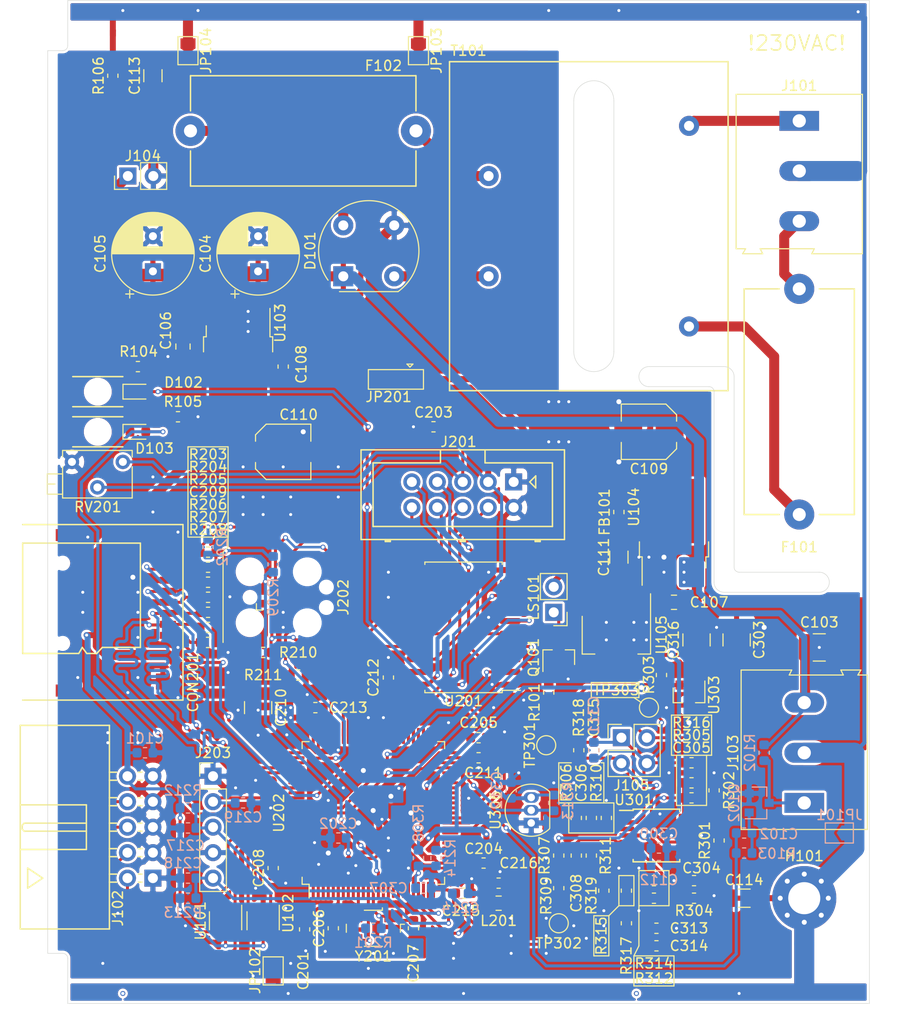
<source format=kicad_pcb>
(kicad_pcb (version 20171130) (host pcbnew 5.1.5)

  (general
    (thickness 1.6)
    (drawings 90)
    (tracks 1769)
    (zones 0)
    (modules 128)
    (nets 139)
  )

  (page A4)
  (layers
    (0 F.Cu signal)
    (31 B.Cu signal)
    (32 B.Adhes user)
    (33 F.Adhes user)
    (34 B.Paste user)
    (35 F.Paste user)
    (36 B.SilkS user)
    (37 F.SilkS user)
    (38 B.Mask user)
    (39 F.Mask user)
    (40 Dwgs.User user)
    (41 Cmts.User user)
    (42 Eco1.User user)
    (43 Eco2.User user)
    (44 Edge.Cuts user)
    (45 Margin user)
    (46 B.CrtYd user)
    (47 F.CrtYd user)
    (48 B.Fab user hide)
    (49 F.Fab user hide)
  )

  (setup
    (last_trace_width 0.3)
    (user_trace_width 0.3)
    (user_trace_width 0.4)
    (user_trace_width 0.6)
    (user_trace_width 1)
    (user_trace_width 2)
    (trace_clearance 0.2)
    (zone_clearance 0.25)
    (zone_45_only no)
    (trace_min 0.21)
    (via_size 0.5)
    (via_drill 0.3)
    (via_min_size 0.4)
    (via_min_drill 0.3)
    (user_via 0.9 0.5)
    (uvia_size 0.3)
    (uvia_drill 0.1)
    (uvias_allowed no)
    (uvia_min_size 0.2)
    (uvia_min_drill 0.1)
    (edge_width 0.05)
    (segment_width 0.2)
    (pcb_text_width 0.3)
    (pcb_text_size 1.5 1.5)
    (mod_edge_width 0.12)
    (mod_text_size 1 1)
    (mod_text_width 0.15)
    (pad_size 0.7874 0.7874)
    (pad_drill 0)
    (pad_to_mask_clearance 0.051)
    (solder_mask_min_width 0.25)
    (aux_axis_origin 13 13)
    (grid_origin 13 13)
    (visible_elements FFFFFF7F)
    (pcbplotparams
      (layerselection 0x010fc_ffffffff)
      (usegerberextensions true)
      (usegerberattributes false)
      (usegerberadvancedattributes false)
      (creategerberjobfile true)
      (excludeedgelayer true)
      (linewidth 0.100000)
      (plotframeref false)
      (viasonmask true)
      (mode 1)
      (useauxorigin false)
      (hpglpennumber 1)
      (hpglpenspeed 20)
      (hpglpendiameter 15.000000)
      (psnegative false)
      (psa4output false)
      (plotreference true)
      (plotvalue true)
      (plotinvisibletext false)
      (padsonsilk false)
      (subtractmaskfromsilk false)
      (outputformat 1)
      (mirror false)
      (drillshape 0)
      (scaleselection 1)
      (outputdirectory "gerber/"))
  )

  (net 0 "")
  (net 1 Earth)
  (net 2 GND)
  (net 3 +8V)
  (net 4 +3V3)
  (net 5 +5V)
  (net 6 /Controller/ENC1)
  (net 7 /Controller/ENC2)
  (net 8 /Controller/VREF)
  (net 9 /Controller/SW1)
  (net 10 /Frontend/FORCE+)
  (net 11 /Frontend/FORCE-)
  (net 12 /Frontend/SENS+)
  (net 13 /Frontend/SENS-)
  (net 14 /Controller/SDIO_D1)
  (net 15 /Controller/SDIO_D0)
  (net 16 /Controller/SDIO_CLK)
  (net 17 /Controller/SDIO_CMD)
  (net 18 /Controller/SDIO_D3)
  (net 19 /Controller/SDIO_D2)
  (net 20 "Net-(D102-Pad1)")
  (net 21 /Controller/TEMP_IN)
  (net 22 /L_Trafo)
  (net 23 /L_IN)
  (net 24 /N_IN)
  (net 25 /DIGIO3)
  (net 26 /DIGIO2)
  (net 27 /DIGIO1)
  (net 28 /DIGIO0)
  (net 29 /Controller/SWDIO)
  (net 30 /Controller/SWCLK)
  (net 31 /Controller/PC_RX)
  (net 32 /Controller/PC_TX)
  (net 33 /Controller/~RST)
  (net 34 "Net-(LS101-Pad1)")
  (net 35 /Controller/LCD_VO)
  (net 36 /Controller/LCD_RS)
  (net 37 /Controller/LCD_EN)
  (net 38 /Controller/LCD_D3)
  (net 39 /Controller/LCD_D0)
  (net 40 /Controller/LCD_D2)
  (net 41 /Controller/LCD_D1)
  (net 42 /Controller/FRONTEND_TEMP)
  (net 43 /OUT0)
  (net 44 /OUT3)
  (net 45 /OUT2)
  (net 46 /OUT1)
  (net 47 /Controller/VDDA)
  (net 48 +5VL)
  (net 49 /Controller/CARD_DETECT)
  (net 50 "Net-(C102-Pad2)")
  (net 51 "Net-(C306-Pad1)")
  (net 52 "Net-(C313-Pad1)")
  (net 53 "Net-(D101-Pad4)")
  (net 54 "Net-(D101-Pad2)")
  (net 55 "Net-(D103-Pad1)")
  (net 56 "Net-(F102-Pad2)")
  (net 57 "Net-(J103-Pad1)")
  (net 58 "Net-(Q101-Pad1)")
  (net 59 +3.3VA)
  (net 60 /Controller/NSS)
  (net 61 /Controller/SCK)
  (net 62 /Controller/MISO)
  (net 63 "Net-(C206-Pad1)")
  (net 64 "Net-(C207-Pad1)")
  (net 65 "Net-(C211-Pad1)")
  (net 66 "Net-(C212-Pad2)")
  (net 67 "Net-(C213-Pad1)")
  (net 68 "Net-(C304-Pad2)")
  (net 69 "Net-(C304-Pad1)")
  (net 70 "Net-(C305-Pad2)")
  (net 71 "Net-(C305-Pad1)")
  (net 72 "Net-(C308-Pad2)")
  (net 73 "Net-(C308-Pad1)")
  (net 74 "Net-(J202-Pad5)")
  (net 75 "Net-(J202-Pad6)")
  (net 76 "Net-(J202-Pad8)")
  (net 77 "Net-(R311-Pad1)")
  (net 78 "Net-(R314-Pad2)")
  (net 79 "Net-(U201-Pad2)")
  (net 80 "Net-(U201-Pad4)")
  (net 81 "Net-(U201-Pad6)")
  (net 82 "Net-(U201-Pad7)")
  (net 83 "Net-(U201-Pad8)")
  (net 84 "Net-(U201-Pad9)")
  (net 85 "Net-(U201-Pad15)")
  (net 86 "Net-(U201-Pad17)")
  (net 87 "Net-(U202-Pad2)")
  (net 88 "Net-(U202-Pad3)")
  (net 89 "Net-(U202-Pad4)")
  (net 90 "Net-(U202-Pad5)")
  (net 91 "Net-(U202-Pad7)")
  (net 92 "Net-(U202-Pad8)")
  (net 93 "Net-(U202-Pad9)")
  (net 94 "Net-(U202-Pad15)")
  (net 95 "Net-(U202-Pad16)")
  (net 96 "Net-(U202-Pad17)")
  (net 97 "Net-(U202-Pad18)")
  (net 98 "Net-(U202-Pad26)")
  (net 99 "Net-(U202-Pad29)")
  (net 100 "Net-(U202-Pad32)")
  (net 101 "Net-(U202-Pad33)")
  (net 102 "Net-(U202-Pad34)")
  (net 103 "Net-(U202-Pad38)")
  (net 104 "Net-(U202-Pad39)")
  (net 105 "Net-(U202-Pad40)")
  (net 106 "Net-(U202-Pad41)")
  (net 107 "Net-(U202-Pad42)")
  (net 108 "Net-(U202-Pad43)")
  (net 109 "Net-(U202-Pad44)")
  (net 110 "Net-(U202-Pad45)")
  (net 111 "Net-(U202-Pad46)")
  (net 112 "Net-(U202-Pad51)")
  (net 113 "Net-(U202-Pad52)")
  (net 114 "Net-(U202-Pad53)")
  (net 115 "Net-(U202-Pad54)")
  (net 116 "Net-(U202-Pad59)")
  (net 117 "Net-(U202-Pad60)")
  (net 118 "Net-(U202-Pad61)")
  (net 119 "Net-(U202-Pad62)")
  (net 120 "Net-(U202-Pad63)")
  (net 121 "Net-(U202-Pad64)")
  (net 122 "Net-(U202-Pad70)")
  (net 123 "Net-(U202-Pad71)")
  (net 124 "Net-(U202-Pad77)")
  (net 125 "Net-(U202-Pad81)")
  (net 126 "Net-(U202-Pad82)")
  (net 127 "Net-(U202-Pad84)")
  (net 128 "Net-(U202-Pad86)")
  (net 129 "Net-(U202-Pad95)")
  (net 130 "Net-(U202-Pad96)")
  (net 131 "Net-(U202-Pad97)")
  (net 132 "Net-(U202-Pad98)")
  (net 133 "Net-(R319-Pad1)")
  (net 134 /Frontend/VREF_OP)
  (net 135 /DIGIO0_PROT)
  (net 136 /DIGIO1_PROT)
  (net 137 /DIGIO2_PROT)
  (net 138 /DIGIO3_PROT)

  (net_class Default "This is the default net class."
    (clearance 0.2)
    (trace_width 0.25)
    (via_dia 0.5)
    (via_drill 0.3)
    (uvia_dia 0.3)
    (uvia_drill 0.1)
    (diff_pair_width 0.21)
    (diff_pair_gap 0.25)
    (add_net +3.3VA)
    (add_net +3V3)
    (add_net +5V)
    (add_net +5VL)
    (add_net +8V)
    (add_net /Controller/CARD_DETECT)
    (add_net /Controller/ENC1)
    (add_net /Controller/ENC2)
    (add_net /Controller/FRONTEND_TEMP)
    (add_net /Controller/LCD_D0)
    (add_net /Controller/LCD_D1)
    (add_net /Controller/LCD_D2)
    (add_net /Controller/LCD_D3)
    (add_net /Controller/LCD_EN)
    (add_net /Controller/LCD_RS)
    (add_net /Controller/LCD_VO)
    (add_net /Controller/MISO)
    (add_net /Controller/NSS)
    (add_net /Controller/PC_RX)
    (add_net /Controller/PC_TX)
    (add_net /Controller/SCK)
    (add_net /Controller/SDIO_CLK)
    (add_net /Controller/SDIO_CMD)
    (add_net /Controller/SDIO_D0)
    (add_net /Controller/SDIO_D1)
    (add_net /Controller/SDIO_D2)
    (add_net /Controller/SDIO_D3)
    (add_net /Controller/SW1)
    (add_net /Controller/SWCLK)
    (add_net /Controller/SWDIO)
    (add_net /Controller/TEMP_IN)
    (add_net /Controller/VDDA)
    (add_net /Controller/VREF)
    (add_net /Controller/~RST)
    (add_net /DIGIO0)
    (add_net /DIGIO0_PROT)
    (add_net /DIGIO1)
    (add_net /DIGIO1_PROT)
    (add_net /DIGIO2)
    (add_net /DIGIO2_PROT)
    (add_net /DIGIO3)
    (add_net /DIGIO3_PROT)
    (add_net /Frontend/FORCE+)
    (add_net /Frontend/FORCE-)
    (add_net /Frontend/SENS+)
    (add_net /Frontend/SENS-)
    (add_net /Frontend/VREF_OP)
    (add_net /OUT0)
    (add_net /OUT1)
    (add_net /OUT2)
    (add_net /OUT3)
    (add_net Earth)
    (add_net GND)
    (add_net "Net-(C102-Pad2)")
    (add_net "Net-(C206-Pad1)")
    (add_net "Net-(C207-Pad1)")
    (add_net "Net-(C211-Pad1)")
    (add_net "Net-(C212-Pad2)")
    (add_net "Net-(C213-Pad1)")
    (add_net "Net-(C304-Pad1)")
    (add_net "Net-(C304-Pad2)")
    (add_net "Net-(C305-Pad1)")
    (add_net "Net-(C305-Pad2)")
    (add_net "Net-(C306-Pad1)")
    (add_net "Net-(C308-Pad1)")
    (add_net "Net-(C308-Pad2)")
    (add_net "Net-(C313-Pad1)")
    (add_net "Net-(D101-Pad2)")
    (add_net "Net-(D101-Pad4)")
    (add_net "Net-(D102-Pad1)")
    (add_net "Net-(D103-Pad1)")
    (add_net "Net-(F102-Pad2)")
    (add_net "Net-(J103-Pad1)")
    (add_net "Net-(J202-Pad5)")
    (add_net "Net-(J202-Pad6)")
    (add_net "Net-(J202-Pad8)")
    (add_net "Net-(LS101-Pad1)")
    (add_net "Net-(Q101-Pad1)")
    (add_net "Net-(R311-Pad1)")
    (add_net "Net-(R314-Pad2)")
    (add_net "Net-(R319-Pad1)")
    (add_net "Net-(U201-Pad15)")
    (add_net "Net-(U201-Pad17)")
    (add_net "Net-(U201-Pad2)")
    (add_net "Net-(U201-Pad4)")
    (add_net "Net-(U201-Pad6)")
    (add_net "Net-(U201-Pad7)")
    (add_net "Net-(U201-Pad8)")
    (add_net "Net-(U201-Pad9)")
    (add_net "Net-(U202-Pad15)")
    (add_net "Net-(U202-Pad16)")
    (add_net "Net-(U202-Pad17)")
    (add_net "Net-(U202-Pad18)")
    (add_net "Net-(U202-Pad2)")
    (add_net "Net-(U202-Pad26)")
    (add_net "Net-(U202-Pad29)")
    (add_net "Net-(U202-Pad3)")
    (add_net "Net-(U202-Pad32)")
    (add_net "Net-(U202-Pad33)")
    (add_net "Net-(U202-Pad34)")
    (add_net "Net-(U202-Pad38)")
    (add_net "Net-(U202-Pad39)")
    (add_net "Net-(U202-Pad4)")
    (add_net "Net-(U202-Pad40)")
    (add_net "Net-(U202-Pad41)")
    (add_net "Net-(U202-Pad42)")
    (add_net "Net-(U202-Pad43)")
    (add_net "Net-(U202-Pad44)")
    (add_net "Net-(U202-Pad45)")
    (add_net "Net-(U202-Pad46)")
    (add_net "Net-(U202-Pad5)")
    (add_net "Net-(U202-Pad51)")
    (add_net "Net-(U202-Pad52)")
    (add_net "Net-(U202-Pad53)")
    (add_net "Net-(U202-Pad54)")
    (add_net "Net-(U202-Pad59)")
    (add_net "Net-(U202-Pad60)")
    (add_net "Net-(U202-Pad61)")
    (add_net "Net-(U202-Pad62)")
    (add_net "Net-(U202-Pad63)")
    (add_net "Net-(U202-Pad64)")
    (add_net "Net-(U202-Pad7)")
    (add_net "Net-(U202-Pad70)")
    (add_net "Net-(U202-Pad71)")
    (add_net "Net-(U202-Pad77)")
    (add_net "Net-(U202-Pad8)")
    (add_net "Net-(U202-Pad81)")
    (add_net "Net-(U202-Pad82)")
    (add_net "Net-(U202-Pad84)")
    (add_net "Net-(U202-Pad86)")
    (add_net "Net-(U202-Pad9)")
    (add_net "Net-(U202-Pad95)")
    (add_net "Net-(U202-Pad96)")
    (add_net "Net-(U202-Pad97)")
    (add_net "Net-(U202-Pad98)")
  )

  (net_class HV ""
    (clearance 2.55)
    (trace_width 1)
    (via_dia 0.5)
    (via_drill 0.3)
    (uvia_dia 0.3)
    (uvia_drill 0.1)
    (diff_pair_width 0.21)
    (diff_pair_gap 0.25)
    (add_net /L_IN)
    (add_net /L_Trafo)
    (add_net /N_IN)
  )

  (module Package_TO_SOT_SMD:SOT-23-6 (layer F.Cu) (tedit 5A02FF57) (tstamp 5E4B1664)
    (at 37.5 104.75 270)
    (descr "6-pin SOT-23 package")
    (tags SOT-23-6)
    (path /5E0FFF2E)
    (attr smd)
    (fp_text reference U102 (at -0.75 -2.5 90) (layer F.SilkS)
      (effects (font (size 1 1) (thickness 0.15)))
    )
    (fp_text value USBLC6-2SC6 (at 0 2.9 90) (layer F.Fab)
      (effects (font (size 1 1) (thickness 0.15)))
    )
    (fp_line (start 0.9 -1.55) (end 0.9 1.55) (layer F.Fab) (width 0.1))
    (fp_line (start 0.9 1.55) (end -0.9 1.55) (layer F.Fab) (width 0.1))
    (fp_line (start -0.9 -0.9) (end -0.9 1.55) (layer F.Fab) (width 0.1))
    (fp_line (start 0.9 -1.55) (end -0.25 -1.55) (layer F.Fab) (width 0.1))
    (fp_line (start -0.9 -0.9) (end -0.25 -1.55) (layer F.Fab) (width 0.1))
    (fp_line (start -1.9 -1.8) (end -1.9 1.8) (layer F.CrtYd) (width 0.05))
    (fp_line (start -1.9 1.8) (end 1.9 1.8) (layer F.CrtYd) (width 0.05))
    (fp_line (start 1.9 1.8) (end 1.9 -1.8) (layer F.CrtYd) (width 0.05))
    (fp_line (start 1.9 -1.8) (end -1.9 -1.8) (layer F.CrtYd) (width 0.05))
    (fp_line (start 0.9 -1.61) (end -1.55 -1.61) (layer F.SilkS) (width 0.12))
    (fp_line (start -0.9 1.61) (end 0.9 1.61) (layer F.SilkS) (width 0.12))
    (fp_text user %R (at 0 0) (layer F.Fab)
      (effects (font (size 0.5 0.5) (thickness 0.075)))
    )
    (pad 5 smd rect (at 1.1 0 270) (size 1.06 0.65) (layers F.Cu F.Paste F.Mask)
      (net 4 +3V3))
    (pad 6 smd rect (at 1.1 -0.95 270) (size 1.06 0.65) (layers F.Cu F.Paste F.Mask)
      (net 25 /DIGIO3))
    (pad 4 smd rect (at 1.1 0.95 270) (size 1.06 0.65) (layers F.Cu F.Paste F.Mask)
      (net 26 /DIGIO2))
    (pad 3 smd rect (at -1.1 0.95 270) (size 1.06 0.65) (layers F.Cu F.Paste F.Mask)
      (net 137 /DIGIO2_PROT))
    (pad 2 smd rect (at -1.1 0 270) (size 1.06 0.65) (layers F.Cu F.Paste F.Mask)
      (net 2 GND))
    (pad 1 smd rect (at -1.1 -0.95 270) (size 1.06 0.65) (layers F.Cu F.Paste F.Mask)
      (net 138 /DIGIO3_PROT))
    (model ${KISYS3DMOD}/Package_TO_SOT_SMD.3dshapes/SOT-23-6.wrl
      (at (xyz 0 0 0))
      (scale (xyz 1 1 1))
      (rotate (xyz 0 0 0))
    )
  )

  (module Package_TO_SOT_SMD:SOT-23-6 (layer F.Cu) (tedit 5A02FF57) (tstamp 5E4B164E)
    (at 33.75 104.75 270)
    (descr "6-pin SOT-23 package")
    (tags SOT-23-6)
    (path /5E0F7F35)
    (attr smd)
    (fp_text reference U101 (at 0 2.5 90) (layer F.SilkS)
      (effects (font (size 1 1) (thickness 0.15)))
    )
    (fp_text value USBLC6-2SC6 (at 0 2.9 90) (layer F.Fab)
      (effects (font (size 1 1) (thickness 0.15)))
    )
    (fp_line (start 0.9 -1.55) (end 0.9 1.55) (layer F.Fab) (width 0.1))
    (fp_line (start 0.9 1.55) (end -0.9 1.55) (layer F.Fab) (width 0.1))
    (fp_line (start -0.9 -0.9) (end -0.9 1.55) (layer F.Fab) (width 0.1))
    (fp_line (start 0.9 -1.55) (end -0.25 -1.55) (layer F.Fab) (width 0.1))
    (fp_line (start -0.9 -0.9) (end -0.25 -1.55) (layer F.Fab) (width 0.1))
    (fp_line (start -1.9 -1.8) (end -1.9 1.8) (layer F.CrtYd) (width 0.05))
    (fp_line (start -1.9 1.8) (end 1.9 1.8) (layer F.CrtYd) (width 0.05))
    (fp_line (start 1.9 1.8) (end 1.9 -1.8) (layer F.CrtYd) (width 0.05))
    (fp_line (start 1.9 -1.8) (end -1.9 -1.8) (layer F.CrtYd) (width 0.05))
    (fp_line (start 0.9 -1.61) (end -1.55 -1.61) (layer F.SilkS) (width 0.12))
    (fp_line (start -0.9 1.61) (end 0.9 1.61) (layer F.SilkS) (width 0.12))
    (fp_text user %R (at 0 0) (layer F.Fab)
      (effects (font (size 0.5 0.5) (thickness 0.075)))
    )
    (pad 5 smd rect (at 1.1 0 270) (size 1.06 0.65) (layers F.Cu F.Paste F.Mask)
      (net 4 +3V3))
    (pad 6 smd rect (at 1.1 -0.95 270) (size 1.06 0.65) (layers F.Cu F.Paste F.Mask)
      (net 27 /DIGIO1))
    (pad 4 smd rect (at 1.1 0.95 270) (size 1.06 0.65) (layers F.Cu F.Paste F.Mask)
      (net 28 /DIGIO0))
    (pad 3 smd rect (at -1.1 0.95 270) (size 1.06 0.65) (layers F.Cu F.Paste F.Mask)
      (net 135 /DIGIO0_PROT))
    (pad 2 smd rect (at -1.1 0 270) (size 1.06 0.65) (layers F.Cu F.Paste F.Mask)
      (net 2 GND))
    (pad 1 smd rect (at -1.1 -0.95 270) (size 1.06 0.65) (layers F.Cu F.Paste F.Mask)
      (net 136 /DIGIO1_PROT))
    (model ${KISYS3DMOD}/Package_TO_SOT_SMD.3dshapes/SOT-23-6.wrl
      (at (xyz 0 0 0))
      (scale (xyz 1 1 1))
      (rotate (xyz 0 0 0))
    )
  )

  (module TestPoint:TestPoint_Pad_D1.5mm (layer F.Cu) (tedit 5A0F774F) (tstamp 5E3FC308)
    (at 76 83.5)
    (descr "SMD pad as test Point, diameter 1.5mm")
    (tags "test point SMD pad")
    (path /5D8C5188/5E4680D7)
    (attr virtual)
    (fp_text reference TP303 (at -3.25 -1.75) (layer F.SilkS)
      (effects (font (size 1 1) (thickness 0.15)))
    )
    (fp_text value IBIAS (at 0 1.75) (layer F.Fab)
      (effects (font (size 1 1) (thickness 0.15)))
    )
    (fp_circle (center 0 0) (end 0 0.95) (layer F.SilkS) (width 0.12))
    (fp_circle (center 0 0) (end 1.25 0) (layer F.CrtYd) (width 0.05))
    (fp_text user %R (at 0 -1.65) (layer F.Fab)
      (effects (font (size 1 1) (thickness 0.15)))
    )
    (pad 1 smd circle (at 0 0) (size 1.5 1.5) (layers F.Cu F.Mask)
      (net 11 /Frontend/FORCE-))
  )

  (module TestPoint:TestPoint_Pad_D1.5mm (layer F.Cu) (tedit 5A0F774F) (tstamp 5E3F8ABB)
    (at 67 105)
    (descr "SMD pad as test Point, diameter 1.5mm")
    (tags "test point SMD pad")
    (path /5D8C5188/5E42D334)
    (attr virtual)
    (fp_text reference TP302 (at 0 2) (layer F.SilkS)
      (effects (font (size 1 1) (thickness 0.15)))
    )
    (fp_text value TEMP_OUT (at 0 1.75) (layer F.Fab)
      (effects (font (size 1 1) (thickness 0.15)))
    )
    (fp_circle (center 0 0) (end 0 0.95) (layer F.SilkS) (width 0.12))
    (fp_circle (center 0 0) (end 1.25 0) (layer F.CrtYd) (width 0.05))
    (fp_text user %R (at 0 -1.65) (layer F.Fab)
      (effects (font (size 1 1) (thickness 0.15)))
    )
    (pad 1 smd circle (at 0 0) (size 1.5 1.5) (layers F.Cu F.Mask)
      (net 21 /Controller/TEMP_IN))
  )

  (module TestPoint:TestPoint_Pad_D1.5mm (layer F.Cu) (tedit 5A0F774F) (tstamp 5E3F8AB3)
    (at 65.75 87.25 90)
    (descr "SMD pad as test Point, diameter 1.5mm")
    (tags "test point SMD pad")
    (path /5D8C5188/5E43ED77)
    (attr virtual)
    (fp_text reference TP301 (at 0 -1.648 90) (layer F.SilkS)
      (effects (font (size 1 1) (thickness 0.15)))
    )
    (fp_text value VREF (at 0 1.75 90) (layer F.Fab)
      (effects (font (size 1 1) (thickness 0.15)))
    )
    (fp_circle (center 0 0) (end 0 0.95) (layer F.SilkS) (width 0.12))
    (fp_circle (center 0 0) (end 1.25 0) (layer F.CrtYd) (width 0.05))
    (fp_text user %R (at 0 -1.65 90) (layer F.Fab)
      (effects (font (size 1 1) (thickness 0.15)))
    )
    (pad 1 smd circle (at 0 0 90) (size 1.5 1.5) (layers F.Cu F.Mask)
      (net 134 /Frontend/VREF_OP))
  )

  (module Resistor_SMD:R_0603_1608Metric (layer F.Cu) (tedit 5B301BBD) (tstamp 5E3D9AE4)
    (at 71.5 101.75 270)
    (descr "Resistor SMD 0603 (1608 Metric), square (rectangular) end terminal, IPC_7351 nominal, (Body size source: http://www.tortai-tech.com/upload/download/2011102023233369053.pdf), generated with kicad-footprint-generator")
    (tags resistor)
    (path /5D8C5188/5E6300E3)
    (attr smd)
    (fp_text reference R319 (at 0.5 1.25 90) (layer F.SilkS)
      (effects (font (size 1 1) (thickness 0.15)))
    )
    (fp_text value 100 (at 0 1.43 90) (layer F.Fab)
      (effects (font (size 1 1) (thickness 0.15)))
    )
    (fp_text user %R (at 0 0 90) (layer F.Fab)
      (effects (font (size 0.4 0.4) (thickness 0.06)))
    )
    (fp_line (start 1.48 0.73) (end -1.48 0.73) (layer F.CrtYd) (width 0.05))
    (fp_line (start 1.48 -0.73) (end 1.48 0.73) (layer F.CrtYd) (width 0.05))
    (fp_line (start -1.48 -0.73) (end 1.48 -0.73) (layer F.CrtYd) (width 0.05))
    (fp_line (start -1.48 0.73) (end -1.48 -0.73) (layer F.CrtYd) (width 0.05))
    (fp_line (start -0.162779 0.51) (end 0.162779 0.51) (layer F.SilkS) (width 0.12))
    (fp_line (start -0.162779 -0.51) (end 0.162779 -0.51) (layer F.SilkS) (width 0.12))
    (fp_line (start 0.8 0.4) (end -0.8 0.4) (layer F.Fab) (width 0.1))
    (fp_line (start 0.8 -0.4) (end 0.8 0.4) (layer F.Fab) (width 0.1))
    (fp_line (start -0.8 -0.4) (end 0.8 -0.4) (layer F.Fab) (width 0.1))
    (fp_line (start -0.8 0.4) (end -0.8 -0.4) (layer F.Fab) (width 0.1))
    (pad 2 smd roundrect (at 0.7875 0 270) (size 0.875 0.95) (layers F.Cu F.Paste F.Mask) (roundrect_rratio 0.25)
      (net 78 "Net-(R314-Pad2)"))
    (pad 1 smd roundrect (at -0.7875 0 270) (size 0.875 0.95) (layers F.Cu F.Paste F.Mask) (roundrect_rratio 0.25)
      (net 133 "Net-(R319-Pad1)"))
    (model ${KISYS3DMOD}/Resistor_SMD.3dshapes/R_0603_1608Metric.wrl
      (at (xyz 0 0 0))
      (scale (xyz 1 1 1))
      (rotate (xyz 0 0 0))
    )
  )

  (module Package_TO_SOT_SMD:SOT-23 (layer F.Cu) (tedit 5A02FF57) (tstamp 5E3C9052)
    (at 80 82.25 270)
    (descr "SOT-23, Standard")
    (tags SOT-23)
    (path /5D8C5188/5E5592F3)
    (attr smd)
    (fp_text reference U303 (at 0 -2.5 90) (layer F.SilkS)
      (effects (font (size 1 1) (thickness 0.15)))
    )
    (fp_text value TL431LI-DBZ (at 0 2.5 90) (layer F.Fab)
      (effects (font (size 1 1) (thickness 0.15)))
    )
    (fp_line (start 0.76 1.58) (end -0.7 1.58) (layer F.SilkS) (width 0.12))
    (fp_line (start 0.76 -1.58) (end -1.4 -1.58) (layer F.SilkS) (width 0.12))
    (fp_line (start -1.7 1.75) (end -1.7 -1.75) (layer F.CrtYd) (width 0.05))
    (fp_line (start 1.7 1.75) (end -1.7 1.75) (layer F.CrtYd) (width 0.05))
    (fp_line (start 1.7 -1.75) (end 1.7 1.75) (layer F.CrtYd) (width 0.05))
    (fp_line (start -1.7 -1.75) (end 1.7 -1.75) (layer F.CrtYd) (width 0.05))
    (fp_line (start 0.76 -1.58) (end 0.76 -0.65) (layer F.SilkS) (width 0.12))
    (fp_line (start 0.76 1.58) (end 0.76 0.65) (layer F.SilkS) (width 0.12))
    (fp_line (start -0.7 1.52) (end 0.7 1.52) (layer F.Fab) (width 0.1))
    (fp_line (start 0.7 -1.52) (end 0.7 1.52) (layer F.Fab) (width 0.1))
    (fp_line (start -0.7 -0.95) (end -0.15 -1.52) (layer F.Fab) (width 0.1))
    (fp_line (start -0.15 -1.52) (end 0.7 -1.52) (layer F.Fab) (width 0.1))
    (fp_line (start -0.7 -0.95) (end -0.7 1.5) (layer F.Fab) (width 0.1))
    (fp_text user %R (at 0 0) (layer F.Fab)
      (effects (font (size 0.5 0.5) (thickness 0.075)))
    )
    (pad 3 smd rect (at 1 0 270) (size 0.9 0.8) (layers F.Cu F.Paste F.Mask)
      (net 2 GND))
    (pad 2 smd rect (at -1 0.95 270) (size 0.9 0.8) (layers F.Cu F.Paste F.Mask)
      (net 134 /Frontend/VREF_OP))
    (pad 1 smd rect (at -1 -0.95 270) (size 0.9 0.8) (layers F.Cu F.Paste F.Mask)
      (net 134 /Frontend/VREF_OP))
    (model ${KISYS3DMOD}/Package_TO_SOT_SMD.3dshapes/SOT-23.wrl
      (at (xyz 0 0 0))
      (scale (xyz 1 1 1))
      (rotate (xyz 0 0 0))
    )
  )

  (module Package_SO:TSSOP-14_4.4x5mm_P0.65mm (layer F.Cu) (tedit 5A02F25C) (tstamp 5E3C903D)
    (at 76.75 96.25)
    (descr "14-Lead Plastic Thin Shrink Small Outline (ST)-4.4 mm Body [TSSOP] (see Microchip Packaging Specification 00000049BS.pdf)")
    (tags "SSOP 0.65")
    (path /5D8C5188/5E3F0A96)
    (attr smd)
    (fp_text reference U301 (at -2.25 -3.55) (layer F.SilkS)
      (effects (font (size 1 1) (thickness 0.15)))
    )
    (fp_text value MCP6V34 (at 0 3.55) (layer F.Fab)
      (effects (font (size 1 1) (thickness 0.15)))
    )
    (fp_text user %R (at 0 0) (layer F.Fab)
      (effects (font (size 0.8 0.8) (thickness 0.15)))
    )
    (fp_line (start -2.325 -2.5) (end -3.675 -2.5) (layer F.SilkS) (width 0.15))
    (fp_line (start -2.325 2.625) (end 2.325 2.625) (layer F.SilkS) (width 0.15))
    (fp_line (start -2.325 -2.625) (end 2.325 -2.625) (layer F.SilkS) (width 0.15))
    (fp_line (start -2.325 2.625) (end -2.325 2.4) (layer F.SilkS) (width 0.15))
    (fp_line (start 2.325 2.625) (end 2.325 2.4) (layer F.SilkS) (width 0.15))
    (fp_line (start 2.325 -2.625) (end 2.325 -2.4) (layer F.SilkS) (width 0.15))
    (fp_line (start -2.325 -2.625) (end -2.325 -2.5) (layer F.SilkS) (width 0.15))
    (fp_line (start -3.95 2.8) (end 3.95 2.8) (layer F.CrtYd) (width 0.05))
    (fp_line (start -3.95 -2.8) (end 3.95 -2.8) (layer F.CrtYd) (width 0.05))
    (fp_line (start 3.95 -2.8) (end 3.95 2.8) (layer F.CrtYd) (width 0.05))
    (fp_line (start -3.95 -2.8) (end -3.95 2.8) (layer F.CrtYd) (width 0.05))
    (fp_line (start -2.2 -1.5) (end -1.2 -2.5) (layer F.Fab) (width 0.15))
    (fp_line (start -2.2 2.5) (end -2.2 -1.5) (layer F.Fab) (width 0.15))
    (fp_line (start 2.2 2.5) (end -2.2 2.5) (layer F.Fab) (width 0.15))
    (fp_line (start 2.2 -2.5) (end 2.2 2.5) (layer F.Fab) (width 0.15))
    (fp_line (start -1.2 -2.5) (end 2.2 -2.5) (layer F.Fab) (width 0.15))
    (pad 14 smd rect (at 2.95 -1.95) (size 1.45 0.45) (layers F.Cu F.Paste F.Mask)
      (net 71 "Net-(C305-Pad1)"))
    (pad 13 smd rect (at 2.95 -1.3) (size 1.45 0.45) (layers F.Cu F.Paste F.Mask)
      (net 70 "Net-(C305-Pad2)"))
    (pad 12 smd rect (at 2.95 -0.65) (size 1.45 0.45) (layers F.Cu F.Paste F.Mask)
      (net 12 /Frontend/SENS+))
    (pad 11 smd rect (at 2.95 0) (size 1.45 0.45) (layers F.Cu F.Paste F.Mask)
      (net 2 GND))
    (pad 10 smd rect (at 2.95 0.65) (size 1.45 0.45) (layers F.Cu F.Paste F.Mask)
      (net 13 /Frontend/SENS-))
    (pad 9 smd rect (at 2.95 1.3) (size 1.45 0.45) (layers F.Cu F.Paste F.Mask)
      (net 68 "Net-(C304-Pad2)"))
    (pad 8 smd rect (at 2.95 1.95) (size 1.45 0.45) (layers F.Cu F.Paste F.Mask)
      (net 69 "Net-(C304-Pad1)"))
    (pad 7 smd rect (at -2.95 1.95) (size 1.45 0.45) (layers F.Cu F.Paste F.Mask)
      (net 133 "Net-(R319-Pad1)"))
    (pad 6 smd rect (at -2.95 1.3) (size 1.45 0.45) (layers F.Cu F.Paste F.Mask)
      (net 77 "Net-(R311-Pad1)"))
    (pad 5 smd rect (at -2.95 0.65) (size 1.45 0.45) (layers F.Cu F.Paste F.Mask)
      (net 73 "Net-(C308-Pad1)"))
    (pad 4 smd rect (at -2.95 0) (size 1.45 0.45) (layers F.Cu F.Paste F.Mask)
      (net 59 +3.3VA))
    (pad 3 smd rect (at -2.95 -0.65) (size 1.45 0.45) (layers F.Cu F.Paste F.Mask)
      (net 51 "Net-(C306-Pad1)"))
    (pad 2 smd rect (at -2.95 -1.3) (size 1.45 0.45) (layers F.Cu F.Paste F.Mask)
      (net 11 /Frontend/FORCE-))
    (pad 1 smd rect (at -2.95 -1.95) (size 1.45 0.45) (layers F.Cu F.Paste F.Mask)
      (net 10 /Frontend/FORCE+))
    (model ${KISYS3DMOD}/Package_SO.3dshapes/TSSOP-14_4.4x5mm_P0.65mm.wrl
      (at (xyz 0 0 0))
      (scale (xyz 1 1 1))
      (rotate (xyz 0 0 0))
    )
  )

  (module Resistor_SMD:R_0603_1608Metric (layer F.Cu) (tedit 5B301BBD) (tstamp 5E3C8D0C)
    (at 80.25 89)
    (descr "Resistor SMD 0603 (1608 Metric), square (rectangular) end terminal, IPC_7351 nominal, (Body size source: http://www.tortai-tech.com/upload/download/2011102023233369053.pdf), generated with kicad-footprint-generator")
    (tags resistor)
    (path /5D8C5188/5D90BA7B)
    (attr smd)
    (fp_text reference R316 (at 0 -4) (layer F.SilkS)
      (effects (font (size 1 1) (thickness 0.15)))
    )
    (fp_text value "1k 0.1%" (at 0 1.43) (layer F.Fab)
      (effects (font (size 1 1) (thickness 0.15)))
    )
    (fp_text user %R (at 0 0) (layer F.Fab)
      (effects (font (size 0.4 0.4) (thickness 0.06)))
    )
    (fp_line (start 1.48 0.73) (end -1.48 0.73) (layer F.CrtYd) (width 0.05))
    (fp_line (start 1.48 -0.73) (end 1.48 0.73) (layer F.CrtYd) (width 0.05))
    (fp_line (start -1.48 -0.73) (end 1.48 -0.73) (layer F.CrtYd) (width 0.05))
    (fp_line (start -1.48 0.73) (end -1.48 -0.73) (layer F.CrtYd) (width 0.05))
    (fp_line (start -0.162779 0.51) (end 0.162779 0.51) (layer F.SilkS) (width 0.12))
    (fp_line (start -0.162779 -0.51) (end 0.162779 -0.51) (layer F.SilkS) (width 0.12))
    (fp_line (start 0.8 0.4) (end -0.8 0.4) (layer F.Fab) (width 0.1))
    (fp_line (start 0.8 -0.4) (end 0.8 0.4) (layer F.Fab) (width 0.1))
    (fp_line (start -0.8 -0.4) (end 0.8 -0.4) (layer F.Fab) (width 0.1))
    (fp_line (start -0.8 0.4) (end -0.8 -0.4) (layer F.Fab) (width 0.1))
    (pad 2 smd roundrect (at 0.7875 0) (size 0.875 0.95) (layers F.Cu F.Paste F.Mask) (roundrect_rratio 0.25)
      (net 2 GND))
    (pad 1 smd roundrect (at -0.7875 0) (size 0.875 0.95) (layers F.Cu F.Paste F.Mask) (roundrect_rratio 0.25)
      (net 11 /Frontend/FORCE-))
    (model ${KISYS3DMOD}/Resistor_SMD.3dshapes/R_0603_1608Metric.wrl
      (at (xyz 0 0 0))
      (scale (xyz 1 1 1))
      (rotate (xyz 0 0 0))
    )
  )

  (module Resistor_SMD:R_0603_1608Metric (layer F.Cu) (tedit 5B301BBD) (tstamp 5E3C8CDB)
    (at 76.5 100.75 180)
    (descr "Resistor SMD 0603 (1608 Metric), square (rectangular) end terminal, IPC_7351 nominal, (Body size source: http://www.tortai-tech.com/upload/download/2011102023233369053.pdf), generated with kicad-footprint-generator")
    (tags resistor)
    (path /5D8C5188/5E3A5DAA)
    (attr smd)
    (fp_text reference R314 (at 0 -8.25) (layer F.SilkS)
      (effects (font (size 1 1) (thickness 0.15)))
    )
    (fp_text value "5k 0.1%" (at 0 1.43) (layer F.Fab)
      (effects (font (size 1 1) (thickness 0.15)))
    )
    (fp_text user %R (at 0 0) (layer F.Fab)
      (effects (font (size 0.4 0.4) (thickness 0.06)))
    )
    (fp_line (start 1.48 0.73) (end -1.48 0.73) (layer F.CrtYd) (width 0.05))
    (fp_line (start 1.48 -0.73) (end 1.48 0.73) (layer F.CrtYd) (width 0.05))
    (fp_line (start -1.48 -0.73) (end 1.48 -0.73) (layer F.CrtYd) (width 0.05))
    (fp_line (start -1.48 0.73) (end -1.48 -0.73) (layer F.CrtYd) (width 0.05))
    (fp_line (start -0.162779 0.51) (end 0.162779 0.51) (layer F.SilkS) (width 0.12))
    (fp_line (start -0.162779 -0.51) (end 0.162779 -0.51) (layer F.SilkS) (width 0.12))
    (fp_line (start 0.8 0.4) (end -0.8 0.4) (layer F.Fab) (width 0.1))
    (fp_line (start 0.8 -0.4) (end 0.8 0.4) (layer F.Fab) (width 0.1))
    (fp_line (start -0.8 -0.4) (end 0.8 -0.4) (layer F.Fab) (width 0.1))
    (fp_line (start -0.8 0.4) (end -0.8 -0.4) (layer F.Fab) (width 0.1))
    (pad 2 smd roundrect (at 0.7875 0 180) (size 0.875 0.95) (layers F.Cu F.Paste F.Mask) (roundrect_rratio 0.25)
      (net 78 "Net-(R314-Pad2)"))
    (pad 1 smd roundrect (at -0.7875 0 180) (size 0.875 0.95) (layers F.Cu F.Paste F.Mask) (roundrect_rratio 0.25)
      (net 77 "Net-(R311-Pad1)"))
    (model ${KISYS3DMOD}/Resistor_SMD.3dshapes/R_0603_1608Metric.wrl
      (at (xyz 0 0 0))
      (scale (xyz 1 1 1))
      (rotate (xyz 0 0 0))
    )
  )

  (module Resistor_SMD:R_0603_1608Metric (layer F.Cu) (tedit 5B301BBD) (tstamp 5E3C8CAA)
    (at 76.5 102.5)
    (descr "Resistor SMD 0603 (1608 Metric), square (rectangular) end terminal, IPC_7351 nominal, (Body size source: http://www.tortai-tech.com/upload/download/2011102023233369053.pdf), generated with kicad-footprint-generator")
    (tags resistor)
    (path /5D8C5188/5E381FD9)
    (attr smd)
    (fp_text reference R312 (at 0 8) (layer F.SilkS)
      (effects (font (size 1 1) (thickness 0.15)))
    )
    (fp_text value "1k 0.1%" (at 0 1.43) (layer F.Fab)
      (effects (font (size 1 1) (thickness 0.15)))
    )
    (fp_text user %R (at 0 0) (layer F.Fab)
      (effects (font (size 0.4 0.4) (thickness 0.06)))
    )
    (fp_line (start 1.48 0.73) (end -1.48 0.73) (layer F.CrtYd) (width 0.05))
    (fp_line (start 1.48 -0.73) (end 1.48 0.73) (layer F.CrtYd) (width 0.05))
    (fp_line (start -1.48 -0.73) (end 1.48 -0.73) (layer F.CrtYd) (width 0.05))
    (fp_line (start -1.48 0.73) (end -1.48 -0.73) (layer F.CrtYd) (width 0.05))
    (fp_line (start -0.162779 0.51) (end 0.162779 0.51) (layer F.SilkS) (width 0.12))
    (fp_line (start -0.162779 -0.51) (end 0.162779 -0.51) (layer F.SilkS) (width 0.12))
    (fp_line (start 0.8 0.4) (end -0.8 0.4) (layer F.Fab) (width 0.1))
    (fp_line (start 0.8 -0.4) (end 0.8 0.4) (layer F.Fab) (width 0.1))
    (fp_line (start -0.8 -0.4) (end 0.8 -0.4) (layer F.Fab) (width 0.1))
    (fp_line (start -0.8 0.4) (end -0.8 -0.4) (layer F.Fab) (width 0.1))
    (pad 2 smd roundrect (at 0.7875 0) (size 0.875 0.95) (layers F.Cu F.Paste F.Mask) (roundrect_rratio 0.25)
      (net 77 "Net-(R311-Pad1)"))
    (pad 1 smd roundrect (at -0.7875 0) (size 0.875 0.95) (layers F.Cu F.Paste F.Mask) (roundrect_rratio 0.25)
      (net 69 "Net-(C304-Pad1)"))
    (model ${KISYS3DMOD}/Resistor_SMD.3dshapes/R_0603_1608Metric.wrl
      (at (xyz 0 0 0))
      (scale (xyz 1 1 1))
      (rotate (xyz 0 0 0))
    )
  )

  (module Resistor_SMD:R_0603_1608Metric (layer F.Cu) (tedit 5B301BBD) (tstamp 5E3C8C99)
    (at 70.25 98.25 270)
    (descr "Resistor SMD 0603 (1608 Metric), square (rectangular) end terminal, IPC_7351 nominal, (Body size source: http://www.tortai-tech.com/upload/download/2011102023233369053.pdf), generated with kicad-footprint-generator")
    (tags resistor)
    (path /5D8C5188/5E6BEB7A)
    (attr smd)
    (fp_text reference R311 (at 0 -1.43 90) (layer F.SilkS)
      (effects (font (size 1 1) (thickness 0.15)))
    )
    (fp_text value DNP (at 0 1.43 90) (layer F.Fab)
      (effects (font (size 1 1) (thickness 0.15)))
    )
    (fp_text user %R (at 0 0 90) (layer F.Fab)
      (effects (font (size 0.4 0.4) (thickness 0.06)))
    )
    (fp_line (start 1.48 0.73) (end -1.48 0.73) (layer F.CrtYd) (width 0.05))
    (fp_line (start 1.48 -0.73) (end 1.48 0.73) (layer F.CrtYd) (width 0.05))
    (fp_line (start -1.48 -0.73) (end 1.48 -0.73) (layer F.CrtYd) (width 0.05))
    (fp_line (start -1.48 0.73) (end -1.48 -0.73) (layer F.CrtYd) (width 0.05))
    (fp_line (start -0.162779 0.51) (end 0.162779 0.51) (layer F.SilkS) (width 0.12))
    (fp_line (start -0.162779 -0.51) (end 0.162779 -0.51) (layer F.SilkS) (width 0.12))
    (fp_line (start 0.8 0.4) (end -0.8 0.4) (layer F.Fab) (width 0.1))
    (fp_line (start 0.8 -0.4) (end 0.8 0.4) (layer F.Fab) (width 0.1))
    (fp_line (start -0.8 -0.4) (end 0.8 -0.4) (layer F.Fab) (width 0.1))
    (fp_line (start -0.8 0.4) (end -0.8 -0.4) (layer F.Fab) (width 0.1))
    (pad 2 smd roundrect (at 0.7875 0 270) (size 0.875 0.95) (layers F.Cu F.Paste F.Mask) (roundrect_rratio 0.25)
      (net 72 "Net-(C308-Pad2)"))
    (pad 1 smd roundrect (at -0.7875 0 270) (size 0.875 0.95) (layers F.Cu F.Paste F.Mask) (roundrect_rratio 0.25)
      (net 77 "Net-(R311-Pad1)"))
    (model ${KISYS3DMOD}/Resistor_SMD.3dshapes/R_0603_1608Metric.wrl
      (at (xyz 0 0 0))
      (scale (xyz 1 1 1))
      (rotate (xyz 0 0 0))
    )
  )

  (module Resistor_SMD:R_0603_1608Metric (layer F.Cu) (tedit 5B301BBD) (tstamp 5E3C8C88)
    (at 71.75 94.5 90)
    (descr "Resistor SMD 0603 (1608 Metric), square (rectangular) end terminal, IPC_7351 nominal, (Body size source: http://www.tortai-tech.com/upload/download/2011102023233369053.pdf), generated with kicad-footprint-generator")
    (tags resistor)
    (path /5D8C5188/5D947159)
    (attr smd)
    (fp_text reference R310 (at 3.5 -1 90) (layer F.SilkS)
      (effects (font (size 1 1) (thickness 0.15)))
    )
    (fp_text value "1k 0.1%" (at 0 1.43 90) (layer F.Fab)
      (effects (font (size 1 1) (thickness 0.15)))
    )
    (fp_text user %R (at 0 0 90) (layer F.Fab)
      (effects (font (size 0.4 0.4) (thickness 0.06)))
    )
    (fp_line (start 1.48 0.73) (end -1.48 0.73) (layer F.CrtYd) (width 0.05))
    (fp_line (start 1.48 -0.73) (end 1.48 0.73) (layer F.CrtYd) (width 0.05))
    (fp_line (start -1.48 -0.73) (end 1.48 -0.73) (layer F.CrtYd) (width 0.05))
    (fp_line (start -1.48 0.73) (end -1.48 -0.73) (layer F.CrtYd) (width 0.05))
    (fp_line (start -0.162779 0.51) (end 0.162779 0.51) (layer F.SilkS) (width 0.12))
    (fp_line (start -0.162779 -0.51) (end 0.162779 -0.51) (layer F.SilkS) (width 0.12))
    (fp_line (start 0.8 0.4) (end -0.8 0.4) (layer F.Fab) (width 0.1))
    (fp_line (start 0.8 -0.4) (end 0.8 0.4) (layer F.Fab) (width 0.1))
    (fp_line (start -0.8 -0.4) (end 0.8 -0.4) (layer F.Fab) (width 0.1))
    (fp_line (start -0.8 0.4) (end -0.8 -0.4) (layer F.Fab) (width 0.1))
    (pad 2 smd roundrect (at 0.7875 0 90) (size 0.875 0.95) (layers F.Cu F.Paste F.Mask) (roundrect_rratio 0.25)
      (net 2 GND))
    (pad 1 smd roundrect (at -0.7875 0 90) (size 0.875 0.95) (layers F.Cu F.Paste F.Mask) (roundrect_rratio 0.25)
      (net 51 "Net-(C306-Pad1)"))
    (model ${KISYS3DMOD}/Resistor_SMD.3dshapes/R_0603_1608Metric.wrl
      (at (xyz 0 0 0))
      (scale (xyz 1 1 1))
      (rotate (xyz 0 0 0))
    )
  )

  (module Resistor_SMD:R_0603_1608Metric (layer F.Cu) (tedit 5B301BBD) (tstamp 5E3C8C77)
    (at 67 101.5 90)
    (descr "Resistor SMD 0603 (1608 Metric), square (rectangular) end terminal, IPC_7351 nominal, (Body size source: http://www.tortai-tech.com/upload/download/2011102023233369053.pdf), generated with kicad-footprint-generator")
    (tags resistor)
    (path /5D8C5188/5E352DB6)
    (attr smd)
    (fp_text reference R309 (at -0.75 -1.25 90) (layer F.SilkS)
      (effects (font (size 1 1) (thickness 0.15)))
    )
    (fp_text value "5k 0.1%" (at 0 1.43 90) (layer F.Fab)
      (effects (font (size 1 1) (thickness 0.15)))
    )
    (fp_text user %R (at 0 0 90) (layer F.Fab)
      (effects (font (size 0.4 0.4) (thickness 0.06)))
    )
    (fp_line (start 1.48 0.73) (end -1.48 0.73) (layer F.CrtYd) (width 0.05))
    (fp_line (start 1.48 -0.73) (end 1.48 0.73) (layer F.CrtYd) (width 0.05))
    (fp_line (start -1.48 -0.73) (end 1.48 -0.73) (layer F.CrtYd) (width 0.05))
    (fp_line (start -1.48 0.73) (end -1.48 -0.73) (layer F.CrtYd) (width 0.05))
    (fp_line (start -0.162779 0.51) (end 0.162779 0.51) (layer F.SilkS) (width 0.12))
    (fp_line (start -0.162779 -0.51) (end 0.162779 -0.51) (layer F.SilkS) (width 0.12))
    (fp_line (start 0.8 0.4) (end -0.8 0.4) (layer F.Fab) (width 0.1))
    (fp_line (start 0.8 -0.4) (end 0.8 0.4) (layer F.Fab) (width 0.1))
    (fp_line (start -0.8 -0.4) (end 0.8 -0.4) (layer F.Fab) (width 0.1))
    (fp_line (start -0.8 0.4) (end -0.8 -0.4) (layer F.Fab) (width 0.1))
    (pad 2 smd roundrect (at 0.7875 0 90) (size 0.875 0.95) (layers F.Cu F.Paste F.Mask) (roundrect_rratio 0.25)
      (net 73 "Net-(C308-Pad1)"))
    (pad 1 smd roundrect (at -0.7875 0 90) (size 0.875 0.95) (layers F.Cu F.Paste F.Mask) (roundrect_rratio 0.25)
      (net 2 GND))
    (model ${KISYS3DMOD}/Resistor_SMD.3dshapes/R_0603_1608Metric.wrl
      (at (xyz 0 0 0))
      (scale (xyz 1 1 1))
      (rotate (xyz 0 0 0))
    )
  )

  (module Resistor_SMD:R_0603_1608Metric (layer F.Cu) (tedit 5B301BBD) (tstamp 5E3CE587)
    (at 67 98.25 90)
    (descr "Resistor SMD 0603 (1608 Metric), square (rectangular) end terminal, IPC_7351 nominal, (Body size source: http://www.tortai-tech.com/upload/download/2011102023233369053.pdf), generated with kicad-footprint-generator")
    (tags resistor)
    (path /5D8C5188/5E333B2A)
    (attr smd)
    (fp_text reference R307 (at 0 -1.43 90) (layer F.SilkS)
      (effects (font (size 1 1) (thickness 0.15)))
    )
    (fp_text value "1k 0.1%" (at 0 1.43 90) (layer F.Fab)
      (effects (font (size 1 1) (thickness 0.15)))
    )
    (fp_text user %R (at 0 0 90) (layer F.Fab)
      (effects (font (size 0.4 0.4) (thickness 0.06)))
    )
    (fp_line (start 1.48 0.73) (end -1.48 0.73) (layer F.CrtYd) (width 0.05))
    (fp_line (start 1.48 -0.73) (end 1.48 0.73) (layer F.CrtYd) (width 0.05))
    (fp_line (start -1.48 -0.73) (end 1.48 -0.73) (layer F.CrtYd) (width 0.05))
    (fp_line (start -1.48 0.73) (end -1.48 -0.73) (layer F.CrtYd) (width 0.05))
    (fp_line (start -0.162779 0.51) (end 0.162779 0.51) (layer F.SilkS) (width 0.12))
    (fp_line (start -0.162779 -0.51) (end 0.162779 -0.51) (layer F.SilkS) (width 0.12))
    (fp_line (start 0.8 0.4) (end -0.8 0.4) (layer F.Fab) (width 0.1))
    (fp_line (start 0.8 -0.4) (end 0.8 0.4) (layer F.Fab) (width 0.1))
    (fp_line (start -0.8 -0.4) (end 0.8 -0.4) (layer F.Fab) (width 0.1))
    (fp_line (start -0.8 0.4) (end -0.8 -0.4) (layer F.Fab) (width 0.1))
    (pad 2 smd roundrect (at 0.7875 0 90) (size 0.875 0.95) (layers F.Cu F.Paste F.Mask) (roundrect_rratio 0.25)
      (net 71 "Net-(C305-Pad1)"))
    (pad 1 smd roundrect (at -0.7875 0 90) (size 0.875 0.95) (layers F.Cu F.Paste F.Mask) (roundrect_rratio 0.25)
      (net 73 "Net-(C308-Pad1)"))
    (model ${KISYS3DMOD}/Resistor_SMD.3dshapes/R_0603_1608Metric.wrl
      (at (xyz 0 0 0))
      (scale (xyz 1 1 1))
      (rotate (xyz 0 0 0))
    )
  )

  (module Resistor_SMD:R_0603_1608Metric (layer F.Cu) (tedit 5B301BBD) (tstamp 5E3C8C35)
    (at 68.75 94.5 90)
    (descr "Resistor SMD 0603 (1608 Metric), square (rectangular) end terminal, IPC_7351 nominal, (Body size source: http://www.tortai-tech.com/upload/download/2011102023233369053.pdf), generated with kicad-footprint-generator")
    (tags resistor)
    (path /5D8C5188/5D9371CC)
    (attr smd)
    (fp_text reference R306 (at 3.5 -1 90) (layer F.SilkS)
      (effects (font (size 1 1) (thickness 0.15)))
    )
    (fp_text value "24k 0.1%" (at 0 1.43 90) (layer F.Fab)
      (effects (font (size 1 1) (thickness 0.15)))
    )
    (fp_text user %R (at 0 0 90) (layer F.Fab)
      (effects (font (size 0.4 0.4) (thickness 0.06)))
    )
    (fp_line (start 1.48 0.73) (end -1.48 0.73) (layer F.CrtYd) (width 0.05))
    (fp_line (start 1.48 -0.73) (end 1.48 0.73) (layer F.CrtYd) (width 0.05))
    (fp_line (start -1.48 -0.73) (end 1.48 -0.73) (layer F.CrtYd) (width 0.05))
    (fp_line (start -1.48 0.73) (end -1.48 -0.73) (layer F.CrtYd) (width 0.05))
    (fp_line (start -0.162779 0.51) (end 0.162779 0.51) (layer F.SilkS) (width 0.12))
    (fp_line (start -0.162779 -0.51) (end 0.162779 -0.51) (layer F.SilkS) (width 0.12))
    (fp_line (start 0.8 0.4) (end -0.8 0.4) (layer F.Fab) (width 0.1))
    (fp_line (start 0.8 -0.4) (end 0.8 0.4) (layer F.Fab) (width 0.1))
    (fp_line (start -0.8 -0.4) (end 0.8 -0.4) (layer F.Fab) (width 0.1))
    (fp_line (start -0.8 0.4) (end -0.8 -0.4) (layer F.Fab) (width 0.1))
    (pad 2 smd roundrect (at 0.7875 0 90) (size 0.875 0.95) (layers F.Cu F.Paste F.Mask) (roundrect_rratio 0.25)
      (net 134 /Frontend/VREF_OP))
    (pad 1 smd roundrect (at -0.7875 0 90) (size 0.875 0.95) (layers F.Cu F.Paste F.Mask) (roundrect_rratio 0.25)
      (net 51 "Net-(C306-Pad1)"))
    (model ${KISYS3DMOD}/Resistor_SMD.3dshapes/R_0603_1608Metric.wrl
      (at (xyz 0 0 0))
      (scale (xyz 1 1 1))
      (rotate (xyz 0 0 0))
    )
  )

  (module Resistor_SMD:R_0603_1608Metric (layer F.Cu) (tedit 5B301BBD) (tstamp 5E3C8C24)
    (at 80.25 91)
    (descr "Resistor SMD 0603 (1608 Metric), square (rectangular) end terminal, IPC_7351 nominal, (Body size source: http://www.tortai-tech.com/upload/download/2011102023233369053.pdf), generated with kicad-footprint-generator")
    (tags resistor)
    (path /5D8C5188/5E255618)
    (attr smd)
    (fp_text reference R305 (at 0 -4.75) (layer F.SilkS)
      (effects (font (size 1 1) (thickness 0.15)))
    )
    (fp_text value "1k 0.1%" (at 0 1.43) (layer F.Fab)
      (effects (font (size 1 1) (thickness 0.15)))
    )
    (fp_text user %R (at 0 0) (layer F.Fab)
      (effects (font (size 0.4 0.4) (thickness 0.06)))
    )
    (fp_line (start 1.48 0.73) (end -1.48 0.73) (layer F.CrtYd) (width 0.05))
    (fp_line (start 1.48 -0.73) (end 1.48 0.73) (layer F.CrtYd) (width 0.05))
    (fp_line (start -1.48 -0.73) (end 1.48 -0.73) (layer F.CrtYd) (width 0.05))
    (fp_line (start -1.48 0.73) (end -1.48 -0.73) (layer F.CrtYd) (width 0.05))
    (fp_line (start -0.162779 0.51) (end 0.162779 0.51) (layer F.SilkS) (width 0.12))
    (fp_line (start -0.162779 -0.51) (end 0.162779 -0.51) (layer F.SilkS) (width 0.12))
    (fp_line (start 0.8 0.4) (end -0.8 0.4) (layer F.Fab) (width 0.1))
    (fp_line (start 0.8 -0.4) (end 0.8 0.4) (layer F.Fab) (width 0.1))
    (fp_line (start -0.8 -0.4) (end 0.8 -0.4) (layer F.Fab) (width 0.1))
    (fp_line (start -0.8 0.4) (end -0.8 -0.4) (layer F.Fab) (width 0.1))
    (pad 2 smd roundrect (at 0.7875 0) (size 0.875 0.95) (layers F.Cu F.Paste F.Mask) (roundrect_rratio 0.25)
      (net 70 "Net-(C305-Pad2)"))
    (pad 1 smd roundrect (at -0.7875 0) (size 0.875 0.95) (layers F.Cu F.Paste F.Mask) (roundrect_rratio 0.25)
      (net 71 "Net-(C305-Pad1)"))
    (model ${KISYS3DMOD}/Resistor_SMD.3dshapes/R_0603_1608Metric.wrl
      (at (xyz 0 0 0))
      (scale (xyz 1 1 1))
      (rotate (xyz 0 0 0))
    )
  )

  (module Resistor_SMD:R_0603_1608Metric (layer F.Cu) (tedit 5B301BBD) (tstamp 5E3C8C13)
    (at 80.5 102.5)
    (descr "Resistor SMD 0603 (1608 Metric), square (rectangular) end terminal, IPC_7351 nominal, (Body size source: http://www.tortai-tech.com/upload/download/2011102023233369053.pdf), generated with kicad-footprint-generator")
    (tags resistor)
    (path /5D8C5188/5E292BD1)
    (attr smd)
    (fp_text reference R304 (at 0 1.25) (layer F.SilkS)
      (effects (font (size 1 1) (thickness 0.15)))
    )
    (fp_text value "1k 0.1%" (at 0 1.43) (layer F.Fab)
      (effects (font (size 1 1) (thickness 0.15)))
    )
    (fp_text user %R (at 0 0) (layer F.Fab)
      (effects (font (size 0.4 0.4) (thickness 0.06)))
    )
    (fp_line (start 1.48 0.73) (end -1.48 0.73) (layer F.CrtYd) (width 0.05))
    (fp_line (start 1.48 -0.73) (end 1.48 0.73) (layer F.CrtYd) (width 0.05))
    (fp_line (start -1.48 -0.73) (end 1.48 -0.73) (layer F.CrtYd) (width 0.05))
    (fp_line (start -1.48 0.73) (end -1.48 -0.73) (layer F.CrtYd) (width 0.05))
    (fp_line (start -0.162779 0.51) (end 0.162779 0.51) (layer F.SilkS) (width 0.12))
    (fp_line (start -0.162779 -0.51) (end 0.162779 -0.51) (layer F.SilkS) (width 0.12))
    (fp_line (start 0.8 0.4) (end -0.8 0.4) (layer F.Fab) (width 0.1))
    (fp_line (start 0.8 -0.4) (end 0.8 0.4) (layer F.Fab) (width 0.1))
    (fp_line (start -0.8 -0.4) (end 0.8 -0.4) (layer F.Fab) (width 0.1))
    (fp_line (start -0.8 0.4) (end -0.8 -0.4) (layer F.Fab) (width 0.1))
    (pad 2 smd roundrect (at 0.7875 0) (size 0.875 0.95) (layers F.Cu F.Paste F.Mask) (roundrect_rratio 0.25)
      (net 68 "Net-(C304-Pad2)"))
    (pad 1 smd roundrect (at -0.7875 0) (size 0.875 0.95) (layers F.Cu F.Paste F.Mask) (roundrect_rratio 0.25)
      (net 69 "Net-(C304-Pad1)"))
    (model ${KISYS3DMOD}/Resistor_SMD.3dshapes/R_0603_1608Metric.wrl
      (at (xyz 0 0 0))
      (scale (xyz 1 1 1))
      (rotate (xyz 0 0 0))
    )
  )

  (module Resistor_SMD:R_0603_1608Metric (layer F.Cu) (tedit 5B301BBD) (tstamp 5E3C8C02)
    (at 77.25 80.25 270)
    (descr "Resistor SMD 0603 (1608 Metric), square (rectangular) end terminal, IPC_7351 nominal, (Body size source: http://www.tortai-tech.com/upload/download/2011102023233369053.pdf), generated with kicad-footprint-generator")
    (tags resistor)
    (path /5D8C5188/5D929598)
    (attr smd)
    (fp_text reference R303 (at 0 1.25 90) (layer F.SilkS)
      (effects (font (size 1 1) (thickness 0.15)))
    )
    (fp_text value 150 (at 0 1.43 90) (layer F.Fab)
      (effects (font (size 1 1) (thickness 0.15)))
    )
    (fp_text user %R (at 0 0 90) (layer F.Fab)
      (effects (font (size 0.4 0.4) (thickness 0.06)))
    )
    (fp_line (start 1.48 0.73) (end -1.48 0.73) (layer F.CrtYd) (width 0.05))
    (fp_line (start 1.48 -0.73) (end 1.48 0.73) (layer F.CrtYd) (width 0.05))
    (fp_line (start -1.48 -0.73) (end 1.48 -0.73) (layer F.CrtYd) (width 0.05))
    (fp_line (start -1.48 0.73) (end -1.48 -0.73) (layer F.CrtYd) (width 0.05))
    (fp_line (start -0.162779 0.51) (end 0.162779 0.51) (layer F.SilkS) (width 0.12))
    (fp_line (start -0.162779 -0.51) (end 0.162779 -0.51) (layer F.SilkS) (width 0.12))
    (fp_line (start 0.8 0.4) (end -0.8 0.4) (layer F.Fab) (width 0.1))
    (fp_line (start 0.8 -0.4) (end 0.8 0.4) (layer F.Fab) (width 0.1))
    (fp_line (start -0.8 -0.4) (end 0.8 -0.4) (layer F.Fab) (width 0.1))
    (fp_line (start -0.8 0.4) (end -0.8 -0.4) (layer F.Fab) (width 0.1))
    (pad 2 smd roundrect (at 0.7875 0 270) (size 0.875 0.95) (layers F.Cu F.Paste F.Mask) (roundrect_rratio 0.25)
      (net 134 /Frontend/VREF_OP))
    (pad 1 smd roundrect (at -0.7875 0 270) (size 0.875 0.95) (layers F.Cu F.Paste F.Mask) (roundrect_rratio 0.25)
      (net 59 +3.3VA))
    (model ${KISYS3DMOD}/Resistor_SMD.3dshapes/R_0603_1608Metric.wrl
      (at (xyz 0 0 0))
      (scale (xyz 1 1 1))
      (rotate (xyz 0 0 0))
    )
  )

  (module Resistor_SMD:R_0603_1608Metric (layer F.Cu) (tedit 5B301BBD) (tstamp 5E3C8BF1)
    (at 82.5 91.75 90)
    (descr "Resistor SMD 0603 (1608 Metric), square (rectangular) end terminal, IPC_7351 nominal, (Body size source: http://www.tortai-tech.com/upload/download/2011102023233369053.pdf), generated with kicad-footprint-generator")
    (tags resistor)
    (path /5D8C5188/5E25723A)
    (attr smd)
    (fp_text reference R302 (at 0 1.5 90) (layer F.SilkS)
      (effects (font (size 1 1) (thickness 0.15)))
    )
    (fp_text value "1k 0.1%" (at 0 1.43 90) (layer F.Fab)
      (effects (font (size 1 1) (thickness 0.15)))
    )
    (fp_text user %R (at 0 0 90) (layer F.Fab)
      (effects (font (size 0.4 0.4) (thickness 0.06)))
    )
    (fp_line (start 1.48 0.73) (end -1.48 0.73) (layer F.CrtYd) (width 0.05))
    (fp_line (start 1.48 -0.73) (end 1.48 0.73) (layer F.CrtYd) (width 0.05))
    (fp_line (start -1.48 -0.73) (end 1.48 -0.73) (layer F.CrtYd) (width 0.05))
    (fp_line (start -1.48 0.73) (end -1.48 -0.73) (layer F.CrtYd) (width 0.05))
    (fp_line (start -0.162779 0.51) (end 0.162779 0.51) (layer F.SilkS) (width 0.12))
    (fp_line (start -0.162779 -0.51) (end 0.162779 -0.51) (layer F.SilkS) (width 0.12))
    (fp_line (start 0.8 0.4) (end -0.8 0.4) (layer F.Fab) (width 0.1))
    (fp_line (start 0.8 -0.4) (end 0.8 0.4) (layer F.Fab) (width 0.1))
    (fp_line (start -0.8 -0.4) (end 0.8 -0.4) (layer F.Fab) (width 0.1))
    (fp_line (start -0.8 0.4) (end -0.8 -0.4) (layer F.Fab) (width 0.1))
    (pad 2 smd roundrect (at 0.7875 0 90) (size 0.875 0.95) (layers F.Cu F.Paste F.Mask) (roundrect_rratio 0.25)
      (net 2 GND))
    (pad 1 smd roundrect (at -0.7875 0 90) (size 0.875 0.95) (layers F.Cu F.Paste F.Mask) (roundrect_rratio 0.25)
      (net 70 "Net-(C305-Pad2)"))
    (model ${KISYS3DMOD}/Resistor_SMD.3dshapes/R_0603_1608Metric.wrl
      (at (xyz 0 0 0))
      (scale (xyz 1 1 1))
      (rotate (xyz 0 0 0))
    )
  )

  (module Resistor_SMD:R_0603_1608Metric (layer F.Cu) (tedit 5B301BBD) (tstamp 5E3C8BE0)
    (at 83 96.75 90)
    (descr "Resistor SMD 0603 (1608 Metric), square (rectangular) end terminal, IPC_7351 nominal, (Body size source: http://www.tortai-tech.com/upload/download/2011102023233369053.pdf), generated with kicad-footprint-generator")
    (tags resistor)
    (path /5D8C5188/5E292BD7)
    (attr smd)
    (fp_text reference R301 (at 0 -1.43 90) (layer F.SilkS)
      (effects (font (size 1 1) (thickness 0.15)))
    )
    (fp_text value "1k 0.1%" (at 0 1.43 90) (layer F.Fab)
      (effects (font (size 1 1) (thickness 0.15)))
    )
    (fp_text user %R (at 0 0 90) (layer F.Fab)
      (effects (font (size 0.4 0.4) (thickness 0.06)))
    )
    (fp_line (start 1.48 0.73) (end -1.48 0.73) (layer F.CrtYd) (width 0.05))
    (fp_line (start 1.48 -0.73) (end 1.48 0.73) (layer F.CrtYd) (width 0.05))
    (fp_line (start -1.48 -0.73) (end 1.48 -0.73) (layer F.CrtYd) (width 0.05))
    (fp_line (start -1.48 0.73) (end -1.48 -0.73) (layer F.CrtYd) (width 0.05))
    (fp_line (start -0.162779 0.51) (end 0.162779 0.51) (layer F.SilkS) (width 0.12))
    (fp_line (start -0.162779 -0.51) (end 0.162779 -0.51) (layer F.SilkS) (width 0.12))
    (fp_line (start 0.8 0.4) (end -0.8 0.4) (layer F.Fab) (width 0.1))
    (fp_line (start 0.8 -0.4) (end 0.8 0.4) (layer F.Fab) (width 0.1))
    (fp_line (start -0.8 -0.4) (end 0.8 -0.4) (layer F.Fab) (width 0.1))
    (fp_line (start -0.8 0.4) (end -0.8 -0.4) (layer F.Fab) (width 0.1))
    (pad 2 smd roundrect (at 0.7875 0 90) (size 0.875 0.95) (layers F.Cu F.Paste F.Mask) (roundrect_rratio 0.25)
      (net 2 GND))
    (pad 1 smd roundrect (at -0.7875 0 90) (size 0.875 0.95) (layers F.Cu F.Paste F.Mask) (roundrect_rratio 0.25)
      (net 68 "Net-(C304-Pad2)"))
    (model ${KISYS3DMOD}/Resistor_SMD.3dshapes/R_0603_1608Metric.wrl
      (at (xyz 0 0 0))
      (scale (xyz 1 1 1))
      (rotate (xyz 0 0 0))
    )
  )

  (module Capacitor_SMD:C_0603_1608Metric (layer B.Cu) (tedit 5B301BBE) (tstamp 5E3C8231)
    (at 77 97.5 180)
    (descr "Capacitor SMD 0603 (1608 Metric), square (rectangular) end terminal, IPC_7351 nominal, (Body size source: http://www.tortai-tech.com/upload/download/2011102023233369053.pdf), generated with kicad-footprint-generator")
    (tags capacitor)
    (path /5D8C5188/5D910C4E)
    (attr smd)
    (fp_text reference C309 (at 0 1.43) (layer B.SilkS)
      (effects (font (size 1 1) (thickness 0.15)) (justify mirror))
    )
    (fp_text value 100n (at 0 -1.43) (layer B.Fab)
      (effects (font (size 1 1) (thickness 0.15)) (justify mirror))
    )
    (fp_text user %R (at 0 0) (layer B.Fab)
      (effects (font (size 0.4 0.4) (thickness 0.06)) (justify mirror))
    )
    (fp_line (start 1.48 -0.73) (end -1.48 -0.73) (layer B.CrtYd) (width 0.05))
    (fp_line (start 1.48 0.73) (end 1.48 -0.73) (layer B.CrtYd) (width 0.05))
    (fp_line (start -1.48 0.73) (end 1.48 0.73) (layer B.CrtYd) (width 0.05))
    (fp_line (start -1.48 -0.73) (end -1.48 0.73) (layer B.CrtYd) (width 0.05))
    (fp_line (start -0.162779 -0.51) (end 0.162779 -0.51) (layer B.SilkS) (width 0.12))
    (fp_line (start -0.162779 0.51) (end 0.162779 0.51) (layer B.SilkS) (width 0.12))
    (fp_line (start 0.8 -0.4) (end -0.8 -0.4) (layer B.Fab) (width 0.1))
    (fp_line (start 0.8 0.4) (end 0.8 -0.4) (layer B.Fab) (width 0.1))
    (fp_line (start -0.8 0.4) (end 0.8 0.4) (layer B.Fab) (width 0.1))
    (fp_line (start -0.8 -0.4) (end -0.8 0.4) (layer B.Fab) (width 0.1))
    (pad 2 smd roundrect (at 0.7875 0 180) (size 0.875 0.95) (layers B.Cu B.Paste B.Mask) (roundrect_rratio 0.25)
      (net 59 +3.3VA))
    (pad 1 smd roundrect (at -0.7875 0 180) (size 0.875 0.95) (layers B.Cu B.Paste B.Mask) (roundrect_rratio 0.25)
      (net 2 GND))
    (model ${KISYS3DMOD}/Capacitor_SMD.3dshapes/C_0603_1608Metric.wrl
      (at (xyz 0 0 0))
      (scale (xyz 1 1 1))
      (rotate (xyz 0 0 0))
    )
  )

  (module Capacitor_SMD:C_0603_1608Metric (layer F.Cu) (tedit 5B301BBE) (tstamp 5E3C8220)
    (at 68.75 98.25 270)
    (descr "Capacitor SMD 0603 (1608 Metric), square (rectangular) end terminal, IPC_7351 nominal, (Body size source: http://www.tortai-tech.com/upload/download/2011102023233369053.pdf), generated with kicad-footprint-generator")
    (tags capacitor)
    (path /5D8C5188/5E6BF72D)
    (attr smd)
    (fp_text reference C308 (at 3.75 0 90) (layer F.SilkS)
      (effects (font (size 1 1) (thickness 0.15)))
    )
    (fp_text value DNP (at 0 1.43 90) (layer F.Fab)
      (effects (font (size 1 1) (thickness 0.15)))
    )
    (fp_text user %R (at 0 0 90) (layer F.Fab)
      (effects (font (size 0.4 0.4) (thickness 0.06)))
    )
    (fp_line (start 1.48 0.73) (end -1.48 0.73) (layer F.CrtYd) (width 0.05))
    (fp_line (start 1.48 -0.73) (end 1.48 0.73) (layer F.CrtYd) (width 0.05))
    (fp_line (start -1.48 -0.73) (end 1.48 -0.73) (layer F.CrtYd) (width 0.05))
    (fp_line (start -1.48 0.73) (end -1.48 -0.73) (layer F.CrtYd) (width 0.05))
    (fp_line (start -0.162779 0.51) (end 0.162779 0.51) (layer F.SilkS) (width 0.12))
    (fp_line (start -0.162779 -0.51) (end 0.162779 -0.51) (layer F.SilkS) (width 0.12))
    (fp_line (start 0.8 0.4) (end -0.8 0.4) (layer F.Fab) (width 0.1))
    (fp_line (start 0.8 -0.4) (end 0.8 0.4) (layer F.Fab) (width 0.1))
    (fp_line (start -0.8 -0.4) (end 0.8 -0.4) (layer F.Fab) (width 0.1))
    (fp_line (start -0.8 0.4) (end -0.8 -0.4) (layer F.Fab) (width 0.1))
    (pad 2 smd roundrect (at 0.7875 0 270) (size 0.875 0.95) (layers F.Cu F.Paste F.Mask) (roundrect_rratio 0.25)
      (net 72 "Net-(C308-Pad2)"))
    (pad 1 smd roundrect (at -0.7875 0 270) (size 0.875 0.95) (layers F.Cu F.Paste F.Mask) (roundrect_rratio 0.25)
      (net 73 "Net-(C308-Pad1)"))
    (model ${KISYS3DMOD}/Capacitor_SMD.3dshapes/C_0603_1608Metric.wrl
      (at (xyz 0 0 0))
      (scale (xyz 1 1 1))
      (rotate (xyz 0 0 0))
    )
  )

  (module Capacitor_SMD:C_0603_1608Metric (layer F.Cu) (tedit 5B301BBE) (tstamp 5E3C81EF)
    (at 70.25 94.5 90)
    (descr "Capacitor SMD 0603 (1608 Metric), square (rectangular) end terminal, IPC_7351 nominal, (Body size source: http://www.tortai-tech.com/upload/download/2011102023233369053.pdf), generated with kicad-footprint-generator")
    (tags capacitor)
    (path /5D8C5188/5D932D1C)
    (attr smd)
    (fp_text reference C306 (at 3.5 -1 90) (layer F.SilkS)
      (effects (font (size 1 1) (thickness 0.15)))
    )
    (fp_text value 1u (at 0 1.43 90) (layer F.Fab)
      (effects (font (size 1 1) (thickness 0.15)))
    )
    (fp_text user %R (at 0 0 90) (layer F.Fab)
      (effects (font (size 0.4 0.4) (thickness 0.06)))
    )
    (fp_line (start 1.48 0.73) (end -1.48 0.73) (layer F.CrtYd) (width 0.05))
    (fp_line (start 1.48 -0.73) (end 1.48 0.73) (layer F.CrtYd) (width 0.05))
    (fp_line (start -1.48 -0.73) (end 1.48 -0.73) (layer F.CrtYd) (width 0.05))
    (fp_line (start -1.48 0.73) (end -1.48 -0.73) (layer F.CrtYd) (width 0.05))
    (fp_line (start -0.162779 0.51) (end 0.162779 0.51) (layer F.SilkS) (width 0.12))
    (fp_line (start -0.162779 -0.51) (end 0.162779 -0.51) (layer F.SilkS) (width 0.12))
    (fp_line (start 0.8 0.4) (end -0.8 0.4) (layer F.Fab) (width 0.1))
    (fp_line (start 0.8 -0.4) (end 0.8 0.4) (layer F.Fab) (width 0.1))
    (fp_line (start -0.8 -0.4) (end 0.8 -0.4) (layer F.Fab) (width 0.1))
    (fp_line (start -0.8 0.4) (end -0.8 -0.4) (layer F.Fab) (width 0.1))
    (pad 2 smd roundrect (at 0.7875 0 90) (size 0.875 0.95) (layers F.Cu F.Paste F.Mask) (roundrect_rratio 0.25)
      (net 2 GND))
    (pad 1 smd roundrect (at -0.7875 0 90) (size 0.875 0.95) (layers F.Cu F.Paste F.Mask) (roundrect_rratio 0.25)
      (net 51 "Net-(C306-Pad1)"))
    (model ${KISYS3DMOD}/Capacitor_SMD.3dshapes/C_0603_1608Metric.wrl
      (at (xyz 0 0 0))
      (scale (xyz 1 1 1))
      (rotate (xyz 0 0 0))
    )
  )

  (module Capacitor_SMD:C_0603_1608Metric (layer F.Cu) (tedit 5B301BBE) (tstamp 5E3C81DE)
    (at 80.25 92.5)
    (descr "Capacitor SMD 0603 (1608 Metric), square (rectangular) end terminal, IPC_7351 nominal, (Body size source: http://www.tortai-tech.com/upload/download/2011102023233369053.pdf), generated with kicad-footprint-generator")
    (tags capacitor)
    (path /5D8C5188/5E232923)
    (attr smd)
    (fp_text reference C305 (at 0 -5) (layer F.SilkS)
      (effects (font (size 1 1) (thickness 0.15)))
    )
    (fp_text value 100n (at 0 1.43) (layer F.Fab)
      (effects (font (size 1 1) (thickness 0.15)))
    )
    (fp_text user %R (at 0 0) (layer F.Fab)
      (effects (font (size 0.4 0.4) (thickness 0.06)))
    )
    (fp_line (start 1.48 0.73) (end -1.48 0.73) (layer F.CrtYd) (width 0.05))
    (fp_line (start 1.48 -0.73) (end 1.48 0.73) (layer F.CrtYd) (width 0.05))
    (fp_line (start -1.48 -0.73) (end 1.48 -0.73) (layer F.CrtYd) (width 0.05))
    (fp_line (start -1.48 0.73) (end -1.48 -0.73) (layer F.CrtYd) (width 0.05))
    (fp_line (start -0.162779 0.51) (end 0.162779 0.51) (layer F.SilkS) (width 0.12))
    (fp_line (start -0.162779 -0.51) (end 0.162779 -0.51) (layer F.SilkS) (width 0.12))
    (fp_line (start 0.8 0.4) (end -0.8 0.4) (layer F.Fab) (width 0.1))
    (fp_line (start 0.8 -0.4) (end 0.8 0.4) (layer F.Fab) (width 0.1))
    (fp_line (start -0.8 -0.4) (end 0.8 -0.4) (layer F.Fab) (width 0.1))
    (fp_line (start -0.8 0.4) (end -0.8 -0.4) (layer F.Fab) (width 0.1))
    (pad 2 smd roundrect (at 0.7875 0) (size 0.875 0.95) (layers F.Cu F.Paste F.Mask) (roundrect_rratio 0.25)
      (net 70 "Net-(C305-Pad2)"))
    (pad 1 smd roundrect (at -0.7875 0) (size 0.875 0.95) (layers F.Cu F.Paste F.Mask) (roundrect_rratio 0.25)
      (net 71 "Net-(C305-Pad1)"))
    (model ${KISYS3DMOD}/Capacitor_SMD.3dshapes/C_0603_1608Metric.wrl
      (at (xyz 0 0 0))
      (scale (xyz 1 1 1))
      (rotate (xyz 0 0 0))
    )
  )

  (module Capacitor_SMD:C_0603_1608Metric (layer F.Cu) (tedit 5B301BBE) (tstamp 5E3C81CD)
    (at 80.5 100.75)
    (descr "Capacitor SMD 0603 (1608 Metric), square (rectangular) end terminal, IPC_7351 nominal, (Body size source: http://www.tortai-tech.com/upload/download/2011102023233369053.pdf), generated with kicad-footprint-generator")
    (tags capacitor)
    (path /5D8C5188/5E292BC1)
    (attr smd)
    (fp_text reference C304 (at 0.75 -1.25) (layer F.SilkS)
      (effects (font (size 1 1) (thickness 0.15)))
    )
    (fp_text value 100n (at 0 1.43) (layer F.Fab)
      (effects (font (size 1 1) (thickness 0.15)))
    )
    (fp_text user %R (at 0 0) (layer F.Fab)
      (effects (font (size 0.4 0.4) (thickness 0.06)))
    )
    (fp_line (start 1.48 0.73) (end -1.48 0.73) (layer F.CrtYd) (width 0.05))
    (fp_line (start 1.48 -0.73) (end 1.48 0.73) (layer F.CrtYd) (width 0.05))
    (fp_line (start -1.48 -0.73) (end 1.48 -0.73) (layer F.CrtYd) (width 0.05))
    (fp_line (start -1.48 0.73) (end -1.48 -0.73) (layer F.CrtYd) (width 0.05))
    (fp_line (start -0.162779 0.51) (end 0.162779 0.51) (layer F.SilkS) (width 0.12))
    (fp_line (start -0.162779 -0.51) (end 0.162779 -0.51) (layer F.SilkS) (width 0.12))
    (fp_line (start 0.8 0.4) (end -0.8 0.4) (layer F.Fab) (width 0.1))
    (fp_line (start 0.8 -0.4) (end 0.8 0.4) (layer F.Fab) (width 0.1))
    (fp_line (start -0.8 -0.4) (end 0.8 -0.4) (layer F.Fab) (width 0.1))
    (fp_line (start -0.8 0.4) (end -0.8 -0.4) (layer F.Fab) (width 0.1))
    (pad 2 smd roundrect (at 0.7875 0) (size 0.875 0.95) (layers F.Cu F.Paste F.Mask) (roundrect_rratio 0.25)
      (net 68 "Net-(C304-Pad2)"))
    (pad 1 smd roundrect (at -0.7875 0) (size 0.875 0.95) (layers F.Cu F.Paste F.Mask) (roundrect_rratio 0.25)
      (net 69 "Net-(C304-Pad1)"))
    (model ${KISYS3DMOD}/Capacitor_SMD.3dshapes/C_0603_1608Metric.wrl
      (at (xyz 0 0 0))
      (scale (xyz 1 1 1))
      (rotate (xyz 0 0 0))
    )
  )

  (module Capacitor_SMD:C_1210_3225Metric (layer F.Cu) (tedit 5B301BBE) (tstamp 5E3C81BC)
    (at 84.75 76.75 90)
    (descr "Capacitor SMD 1210 (3225 Metric), square (rectangular) end terminal, IPC_7351 nominal, (Body size source: http://www.tortai-tech.com/upload/download/2011102023233369053.pdf), generated with kicad-footprint-generator")
    (tags capacitor)
    (path /5D8C5188/5E55CA76)
    (attr smd)
    (fp_text reference C303 (at 0 2.25 90) (layer F.SilkS)
      (effects (font (size 1 1) (thickness 0.15)))
    )
    (fp_text value 10u (at 0 2.28 90) (layer F.Fab)
      (effects (font (size 1 1) (thickness 0.15)))
    )
    (fp_text user %R (at 0 0 90) (layer F.Fab)
      (effects (font (size 0.8 0.8) (thickness 0.12)))
    )
    (fp_line (start 2.28 1.58) (end -2.28 1.58) (layer F.CrtYd) (width 0.05))
    (fp_line (start 2.28 -1.58) (end 2.28 1.58) (layer F.CrtYd) (width 0.05))
    (fp_line (start -2.28 -1.58) (end 2.28 -1.58) (layer F.CrtYd) (width 0.05))
    (fp_line (start -2.28 1.58) (end -2.28 -1.58) (layer F.CrtYd) (width 0.05))
    (fp_line (start -0.602064 1.36) (end 0.602064 1.36) (layer F.SilkS) (width 0.12))
    (fp_line (start -0.602064 -1.36) (end 0.602064 -1.36) (layer F.SilkS) (width 0.12))
    (fp_line (start 1.6 1.25) (end -1.6 1.25) (layer F.Fab) (width 0.1))
    (fp_line (start 1.6 -1.25) (end 1.6 1.25) (layer F.Fab) (width 0.1))
    (fp_line (start -1.6 -1.25) (end 1.6 -1.25) (layer F.Fab) (width 0.1))
    (fp_line (start -1.6 1.25) (end -1.6 -1.25) (layer F.Fab) (width 0.1))
    (pad 2 smd roundrect (at 1.4 0 90) (size 1.25 2.65) (layers F.Cu F.Paste F.Mask) (roundrect_rratio 0.2)
      (net 2 GND))
    (pad 1 smd roundrect (at -1.4 0 90) (size 1.25 2.65) (layers F.Cu F.Paste F.Mask) (roundrect_rratio 0.2)
      (net 134 /Frontend/VREF_OP))
    (model ${KISYS3DMOD}/Capacitor_SMD.3dshapes/C_1210_3225Metric.wrl
      (at (xyz 0 0 0))
      (scale (xyz 1 1 1))
      (rotate (xyz 0 0 0))
    )
  )

  (module Capacitor_SMD:C_0603_1608Metric (layer B.Cu) (tedit 5B301BBE) (tstamp 5E3C7F0B)
    (at 77 99.25)
    (descr "Capacitor SMD 0603 (1608 Metric), square (rectangular) end terminal, IPC_7351 nominal, (Body size source: http://www.tortai-tech.com/upload/download/2011102023233369053.pdf), generated with kicad-footprint-generator")
    (tags capacitor)
    (path /5E80AF62)
    (attr smd)
    (fp_text reference C112 (at 0 1.43 180) (layer B.SilkS)
      (effects (font (size 1 1) (thickness 0.15)) (justify mirror))
    )
    (fp_text value 100n (at 0 -1.43 180) (layer B.Fab)
      (effects (font (size 1 1) (thickness 0.15)) (justify mirror))
    )
    (fp_text user %R (at 0 0 180) (layer B.Fab)
      (effects (font (size 0.4 0.4) (thickness 0.06)) (justify mirror))
    )
    (fp_line (start 1.48 -0.73) (end -1.48 -0.73) (layer B.CrtYd) (width 0.05))
    (fp_line (start 1.48 0.73) (end 1.48 -0.73) (layer B.CrtYd) (width 0.05))
    (fp_line (start -1.48 0.73) (end 1.48 0.73) (layer B.CrtYd) (width 0.05))
    (fp_line (start -1.48 -0.73) (end -1.48 0.73) (layer B.CrtYd) (width 0.05))
    (fp_line (start -0.162779 -0.51) (end 0.162779 -0.51) (layer B.SilkS) (width 0.12))
    (fp_line (start -0.162779 0.51) (end 0.162779 0.51) (layer B.SilkS) (width 0.12))
    (fp_line (start 0.8 -0.4) (end -0.8 -0.4) (layer B.Fab) (width 0.1))
    (fp_line (start 0.8 0.4) (end 0.8 -0.4) (layer B.Fab) (width 0.1))
    (fp_line (start -0.8 0.4) (end 0.8 0.4) (layer B.Fab) (width 0.1))
    (fp_line (start -0.8 -0.4) (end -0.8 0.4) (layer B.Fab) (width 0.1))
    (pad 2 smd roundrect (at 0.7875 0) (size 0.875 0.95) (layers B.Cu B.Paste B.Mask) (roundrect_rratio 0.25)
      (net 2 GND))
    (pad 1 smd roundrect (at -0.7875 0) (size 0.875 0.95) (layers B.Cu B.Paste B.Mask) (roundrect_rratio 0.25)
      (net 59 +3.3VA))
    (model ${KISYS3DMOD}/Capacitor_SMD.3dshapes/C_0603_1608Metric.wrl
      (at (xyz 0 0 0))
      (scale (xyz 1 1 1))
      (rotate (xyz 0 0 0))
    )
  )

  (module Capacitor_SMD:C_0603_1608Metric (layer F.Cu) (tedit 5B301BBE) (tstamp 5E3D3F38)
    (at 76.75 107.25)
    (descr "Capacitor SMD 0603 (1608 Metric), square (rectangular) end terminal, IPC_7351 nominal, (Body size source: http://www.tortai-tech.com/upload/download/2011102023233369053.pdf), generated with kicad-footprint-generator")
    (tags capacitor)
    (path /5D8C5188/5E82B184)
    (attr smd)
    (fp_text reference C314 (at 3.25 0) (layer F.SilkS)
      (effects (font (size 1 1) (thickness 0.15)))
    )
    (fp_text value DNP (at 0 1.43) (layer F.Fab)
      (effects (font (size 1 1) (thickness 0.15)))
    )
    (fp_text user %R (at 0 0) (layer F.Fab)
      (effects (font (size 0.4 0.4) (thickness 0.06)))
    )
    (fp_line (start 1.48 0.73) (end -1.48 0.73) (layer F.CrtYd) (width 0.05))
    (fp_line (start 1.48 -0.73) (end 1.48 0.73) (layer F.CrtYd) (width 0.05))
    (fp_line (start -1.48 -0.73) (end 1.48 -0.73) (layer F.CrtYd) (width 0.05))
    (fp_line (start -1.48 0.73) (end -1.48 -0.73) (layer F.CrtYd) (width 0.05))
    (fp_line (start -0.162779 0.51) (end 0.162779 0.51) (layer F.SilkS) (width 0.12))
    (fp_line (start -0.162779 -0.51) (end 0.162779 -0.51) (layer F.SilkS) (width 0.12))
    (fp_line (start 0.8 0.4) (end -0.8 0.4) (layer F.Fab) (width 0.1))
    (fp_line (start 0.8 -0.4) (end 0.8 0.4) (layer F.Fab) (width 0.1))
    (fp_line (start -0.8 -0.4) (end 0.8 -0.4) (layer F.Fab) (width 0.1))
    (fp_line (start -0.8 0.4) (end -0.8 -0.4) (layer F.Fab) (width 0.1))
    (pad 2 smd roundrect (at 0.7875 0) (size 0.875 0.95) (layers F.Cu F.Paste F.Mask) (roundrect_rratio 0.25)
      (net 2 GND))
    (pad 1 smd roundrect (at -0.7875 0) (size 0.875 0.95) (layers F.Cu F.Paste F.Mask) (roundrect_rratio 0.25)
      (net 52 "Net-(C313-Pad1)"))
    (model ${KISYS3DMOD}/Capacitor_SMD.3dshapes/C_0603_1608Metric.wrl
      (at (xyz 0 0 0))
      (scale (xyz 1 1 1))
      (rotate (xyz 0 0 0))
    )
  )

  (module Jumper:SolderJumper-3_P2.0mm_Open_TrianglePad1.0x1.5mm (layer F.Cu) (tedit 5A64803D) (tstamp 5E3C2274)
    (at 50.75 50.75 180)
    (descr "SMD Solder Jumper, 1x1.5mm Triangular Pads, 0.3mm gap, open")
    (tags "solder jumper open")
    (path /5D77EC9D/5E7247D0)
    (attr virtual)
    (fp_text reference JP201 (at 0.725 -1.775) (layer F.SilkS)
      (effects (font (size 1 1) (thickness 0.15)))
    )
    (fp_text value LCD_5V_3V3 (at 0.725 1.925) (layer F.Fab)
      (effects (font (size 1 1) (thickness 0.15)))
    )
    (fp_line (start 3 1.25) (end -2.98 1.25) (layer F.CrtYd) (width 0.05))
    (fp_line (start 3 1.25) (end 3 -1.27) (layer F.CrtYd) (width 0.05))
    (fp_line (start -2.98 -1.27) (end -2.98 1.25) (layer F.CrtYd) (width 0.05))
    (fp_line (start -2.98 -1.27) (end 3 -1.27) (layer F.CrtYd) (width 0.05))
    (fp_line (start -2.75 -1) (end 2.75 -1) (layer F.SilkS) (width 0.12))
    (fp_line (start 2.75 -1) (end 2.75 0.95) (layer F.SilkS) (width 0.12))
    (fp_line (start 2.75 0.95) (end -2.75 0.95) (layer F.SilkS) (width 0.12))
    (fp_line (start -2.75 0.95) (end -2.75 -1) (layer F.SilkS) (width 0.12))
    (fp_line (start -1.4 1.2) (end -1.7 1.5) (layer F.SilkS) (width 0.12))
    (fp_line (start -1.7 1.5) (end -1.1 1.5) (layer F.SilkS) (width 0.12))
    (fp_line (start -1.1 1.5) (end -1.4 1.2) (layer F.SilkS) (width 0.12))
    (pad 3 smd custom (at 2 0) (size 0.3 0.3) (layers F.Cu F.Mask)
      (net 4 +3V3) (zone_connect 2)
      (options (clearance outline) (anchor rect))
      (primitives
        (gr_poly (pts
           (xy -0.5 -0.75) (xy 0.5 -0.75) (xy 1 0) (xy 0.5 0.75) (xy -0.5 0.75)
) (width 0))
      ))
    (pad 2 smd custom (at 0 0 180) (size 0.3 0.3) (layers F.Cu)
      (net 66 "Net-(C212-Pad2)") (zone_connect 2)
      (options (clearance outline) (anchor rect))
      (primitives
        (gr_poly (pts
           (xy -1.2 -0.75) (xy 1.2 -0.75) (xy 0.7 0) (xy 1.2 0.75) (xy -1.2 0.75)
           (xy -0.7 0)) (width 0))
      ))
    (pad 1 smd custom (at -2 0 180) (size 0.3 0.3) (layers F.Cu F.Mask)
      (net 48 +5VL) (zone_connect 2)
      (options (clearance outline) (anchor rect))
      (primitives
        (gr_poly (pts
           (xy -0.5 -0.75) (xy 0.5 -0.75) (xy 1 0) (xy 0.5 0.75) (xy -0.5 0.75)
) (width 0))
      ))
    (pad "" smd rect (at -1.2 0 180) (size 1.5 1.5) (layers F.Mask))
    (pad "" smd rect (at 1.2 0 180) (size 1.5 1.5) (layers F.Mask))
  )

  (module Package_TO_SOT_SMD:SOT-223-3_TabPin2 (layer F.Cu) (tedit 5A02FF57) (tstamp 5E3BF082)
    (at 72.75 76.25 270)
    (descr "module CMS SOT223 4 pins")
    (tags "CMS SOT")
    (path /5E3EDECA)
    (attr smd)
    (fp_text reference U105 (at 0 -4.5 90) (layer F.SilkS)
      (effects (font (size 1 1) (thickness 0.15)))
    )
    (fp_text value AP1117-33 (at 0 4.5 90) (layer F.Fab)
      (effects (font (size 1 1) (thickness 0.15)))
    )
    (fp_line (start 1.85 -3.35) (end 1.85 3.35) (layer F.Fab) (width 0.1))
    (fp_line (start -1.85 3.35) (end 1.85 3.35) (layer F.Fab) (width 0.1))
    (fp_line (start -4.1 -3.41) (end 1.91 -3.41) (layer F.SilkS) (width 0.12))
    (fp_line (start -0.85 -3.35) (end 1.85 -3.35) (layer F.Fab) (width 0.1))
    (fp_line (start -1.85 3.41) (end 1.91 3.41) (layer F.SilkS) (width 0.12))
    (fp_line (start -1.85 -2.35) (end -1.85 3.35) (layer F.Fab) (width 0.1))
    (fp_line (start -1.85 -2.35) (end -0.85 -3.35) (layer F.Fab) (width 0.1))
    (fp_line (start -4.4 -3.6) (end -4.4 3.6) (layer F.CrtYd) (width 0.05))
    (fp_line (start -4.4 3.6) (end 4.4 3.6) (layer F.CrtYd) (width 0.05))
    (fp_line (start 4.4 3.6) (end 4.4 -3.6) (layer F.CrtYd) (width 0.05))
    (fp_line (start 4.4 -3.6) (end -4.4 -3.6) (layer F.CrtYd) (width 0.05))
    (fp_line (start 1.91 -3.41) (end 1.91 -2.15) (layer F.SilkS) (width 0.12))
    (fp_line (start 1.91 3.41) (end 1.91 2.15) (layer F.SilkS) (width 0.12))
    (fp_text user %R (at 0 0) (layer F.Fab)
      (effects (font (size 0.8 0.8) (thickness 0.12)))
    )
    (pad 1 smd rect (at -3.15 -2.3 270) (size 2 1.5) (layers F.Cu F.Paste F.Mask)
      (net 2 GND))
    (pad 3 smd rect (at -3.15 2.3 270) (size 2 1.5) (layers F.Cu F.Paste F.Mask)
      (net 5 +5V))
    (pad 2 smd rect (at -3.15 0 270) (size 2 1.5) (layers F.Cu F.Paste F.Mask)
      (net 59 +3.3VA))
    (pad 2 smd rect (at 3.15 0 270) (size 2 3.8) (layers F.Cu F.Paste F.Mask)
      (net 59 +3.3VA))
    (model ${KISYS3DMOD}/Package_TO_SOT_SMD.3dshapes/SOT-223.wrl
      (at (xyz 0 0 0))
      (scale (xyz 1 1 1))
      (rotate (xyz 0 0 0))
    )
  )

  (module Resistor_SMD:R_0603_1608Metric (layer F.Cu) (tedit 5B301BBD) (tstamp 5E3BECA8)
    (at 73.75 101.75 270)
    (descr "Resistor SMD 0603 (1608 Metric), square (rectangular) end terminal, IPC_7351 nominal, (Body size source: http://www.tortai-tech.com/upload/download/2011102023233369053.pdf), generated with kicad-footprint-generator")
    (tags resistor)
    (path /5D8C5188/5E696A10)
    (attr smd)
    (fp_text reference R315 (at 4.5 2.5 90) (layer F.SilkS)
      (effects (font (size 1 1) (thickness 0.15)))
    )
    (fp_text value 0 (at 0 1.43 90) (layer F.Fab)
      (effects (font (size 1 1) (thickness 0.15)))
    )
    (fp_text user %R (at 0 0 90) (layer F.Fab)
      (effects (font (size 0.4 0.4) (thickness 0.06)))
    )
    (fp_line (start 1.48 0.73) (end -1.48 0.73) (layer F.CrtYd) (width 0.05))
    (fp_line (start 1.48 -0.73) (end 1.48 0.73) (layer F.CrtYd) (width 0.05))
    (fp_line (start -1.48 -0.73) (end 1.48 -0.73) (layer F.CrtYd) (width 0.05))
    (fp_line (start -1.48 0.73) (end -1.48 -0.73) (layer F.CrtYd) (width 0.05))
    (fp_line (start -0.162779 0.51) (end 0.162779 0.51) (layer F.SilkS) (width 0.12))
    (fp_line (start -0.162779 -0.51) (end 0.162779 -0.51) (layer F.SilkS) (width 0.12))
    (fp_line (start 0.8 0.4) (end -0.8 0.4) (layer F.Fab) (width 0.1))
    (fp_line (start 0.8 -0.4) (end 0.8 0.4) (layer F.Fab) (width 0.1))
    (fp_line (start -0.8 -0.4) (end 0.8 -0.4) (layer F.Fab) (width 0.1))
    (fp_line (start -0.8 0.4) (end -0.8 -0.4) (layer F.Fab) (width 0.1))
    (pad 2 smd roundrect (at 0.7875 0 270) (size 0.875 0.95) (layers F.Cu F.Paste F.Mask) (roundrect_rratio 0.25)
      (net 21 /Controller/TEMP_IN))
    (pad 1 smd roundrect (at -0.7875 0 270) (size 0.875 0.95) (layers F.Cu F.Paste F.Mask) (roundrect_rratio 0.25)
      (net 78 "Net-(R314-Pad2)"))
    (model ${KISYS3DMOD}/Resistor_SMD.3dshapes/R_0603_1608Metric.wrl
      (at (xyz 0 0 0))
      (scale (xyz 1 1 1))
      (rotate (xyz 0 0 0))
    )
  )

  (module Resistor_SMD:R_0603_1608Metric (layer F.Cu) (tedit 5B301BBD) (tstamp 5E3BEC86)
    (at 69 87.75 90)
    (descr "Resistor SMD 0603 (1608 Metric), square (rectangular) end terminal, IPC_7351 nominal, (Body size source: http://www.tortai-tech.com/upload/download/2011102023233369053.pdf), generated with kicad-footprint-generator")
    (tags resistor)
    (path /5D8C5188/5E5C0B2B)
    (attr smd)
    (fp_text reference R318 (at 3.25 0 90) (layer F.SilkS)
      (effects (font (size 1 1) (thickness 0.15)))
    )
    (fp_text value 2M (at 0 1.43 90) (layer F.Fab)
      (effects (font (size 1 1) (thickness 0.15)))
    )
    (fp_text user %R (at 0 0 90) (layer F.Fab)
      (effects (font (size 0.4 0.4) (thickness 0.06)))
    )
    (fp_line (start 1.48 0.73) (end -1.48 0.73) (layer F.CrtYd) (width 0.05))
    (fp_line (start 1.48 -0.73) (end 1.48 0.73) (layer F.CrtYd) (width 0.05))
    (fp_line (start -1.48 -0.73) (end 1.48 -0.73) (layer F.CrtYd) (width 0.05))
    (fp_line (start -1.48 0.73) (end -1.48 -0.73) (layer F.CrtYd) (width 0.05))
    (fp_line (start -0.162779 0.51) (end 0.162779 0.51) (layer F.SilkS) (width 0.12))
    (fp_line (start -0.162779 -0.51) (end 0.162779 -0.51) (layer F.SilkS) (width 0.12))
    (fp_line (start 0.8 0.4) (end -0.8 0.4) (layer F.Fab) (width 0.1))
    (fp_line (start 0.8 -0.4) (end 0.8 0.4) (layer F.Fab) (width 0.1))
    (fp_line (start -0.8 -0.4) (end 0.8 -0.4) (layer F.Fab) (width 0.1))
    (fp_line (start -0.8 0.4) (end -0.8 -0.4) (layer F.Fab) (width 0.1))
    (pad 2 smd roundrect (at 0.7875 0 90) (size 0.875 0.95) (layers F.Cu F.Paste F.Mask) (roundrect_rratio 0.25)
      (net 12 /Frontend/SENS+))
    (pad 1 smd roundrect (at -0.7875 0 90) (size 0.875 0.95) (layers F.Cu F.Paste F.Mask) (roundrect_rratio 0.25)
      (net 13 /Frontend/SENS-))
    (model ${KISYS3DMOD}/Resistor_SMD.3dshapes/R_0603_1608Metric.wrl
      (at (xyz 0 0 0))
      (scale (xyz 1 1 1))
      (rotate (xyz 0 0 0))
    )
  )

  (module Capacitor_SMD:C_0603_1608Metric (layer F.Cu) (tedit 5B301BBE) (tstamp 5E3BE0CC)
    (at 70.5 87.75 90)
    (descr "Capacitor SMD 0603 (1608 Metric), square (rectangular) end terminal, IPC_7351 nominal, (Body size source: http://www.tortai-tech.com/upload/download/2011102023233369053.pdf), generated with kicad-footprint-generator")
    (tags capacitor)
    (path /5D8C5188/5E656F7C)
    (attr smd)
    (fp_text reference C315 (at 3.25 0 90) (layer F.SilkS)
      (effects (font (size 1 1) (thickness 0.15)))
    )
    (fp_text value 22n (at 0 1.43 90) (layer F.Fab)
      (effects (font (size 1 1) (thickness 0.15)))
    )
    (fp_text user %R (at 0 0 90) (layer F.Fab)
      (effects (font (size 0.4 0.4) (thickness 0.06)))
    )
    (fp_line (start 1.48 0.73) (end -1.48 0.73) (layer F.CrtYd) (width 0.05))
    (fp_line (start 1.48 -0.73) (end 1.48 0.73) (layer F.CrtYd) (width 0.05))
    (fp_line (start -1.48 -0.73) (end 1.48 -0.73) (layer F.CrtYd) (width 0.05))
    (fp_line (start -1.48 0.73) (end -1.48 -0.73) (layer F.CrtYd) (width 0.05))
    (fp_line (start -0.162779 0.51) (end 0.162779 0.51) (layer F.SilkS) (width 0.12))
    (fp_line (start -0.162779 -0.51) (end 0.162779 -0.51) (layer F.SilkS) (width 0.12))
    (fp_line (start 0.8 0.4) (end -0.8 0.4) (layer F.Fab) (width 0.1))
    (fp_line (start 0.8 -0.4) (end 0.8 0.4) (layer F.Fab) (width 0.1))
    (fp_line (start -0.8 -0.4) (end 0.8 -0.4) (layer F.Fab) (width 0.1))
    (fp_line (start -0.8 0.4) (end -0.8 -0.4) (layer F.Fab) (width 0.1))
    (pad 2 smd roundrect (at 0.7875 0 90) (size 0.875 0.95) (layers F.Cu F.Paste F.Mask) (roundrect_rratio 0.25)
      (net 12 /Frontend/SENS+))
    (pad 1 smd roundrect (at -0.7875 0 90) (size 0.875 0.95) (layers F.Cu F.Paste F.Mask) (roundrect_rratio 0.25)
      (net 13 /Frontend/SENS-))
    (model ${KISYS3DMOD}/Capacitor_SMD.3dshapes/C_0603_1608Metric.wrl
      (at (xyz 0 0 0))
      (scale (xyz 1 1 1))
      (rotate (xyz 0 0 0))
    )
  )

  (module Resistor_SMD:R_0603_1608Metric (layer B.Cu) (tedit 5B301BBD) (tstamp 5E2E0EA8)
    (at 54.75 98.5 90)
    (descr "Resistor SMD 0603 (1608 Metric), square (rectangular) end terminal, IPC_7351 nominal, (Body size source: http://www.tortai-tech.com/upload/download/2011102023233369053.pdf), generated with kicad-footprint-generator")
    (tags resistor)
    (path /5D77EC9D/5E34D726)
    (attr smd)
    (fp_text reference R214 (at 0 1.43 90) (layer B.SilkS)
      (effects (font (size 1 1) (thickness 0.15)) (justify mirror))
    )
    (fp_text value DNP (at 0 -1.43 90) (layer B.Fab)
      (effects (font (size 1 1) (thickness 0.15)) (justify mirror))
    )
    (fp_text user %R (at 0 0 90) (layer B.Fab)
      (effects (font (size 0.4 0.4) (thickness 0.06)) (justify mirror))
    )
    (fp_line (start 1.48 -0.73) (end -1.48 -0.73) (layer B.CrtYd) (width 0.05))
    (fp_line (start 1.48 0.73) (end 1.48 -0.73) (layer B.CrtYd) (width 0.05))
    (fp_line (start -1.48 0.73) (end 1.48 0.73) (layer B.CrtYd) (width 0.05))
    (fp_line (start -1.48 -0.73) (end -1.48 0.73) (layer B.CrtYd) (width 0.05))
    (fp_line (start -0.162779 -0.51) (end 0.162779 -0.51) (layer B.SilkS) (width 0.12))
    (fp_line (start -0.162779 0.51) (end 0.162779 0.51) (layer B.SilkS) (width 0.12))
    (fp_line (start 0.8 -0.4) (end -0.8 -0.4) (layer B.Fab) (width 0.1))
    (fp_line (start 0.8 0.4) (end 0.8 -0.4) (layer B.Fab) (width 0.1))
    (fp_line (start -0.8 0.4) (end 0.8 0.4) (layer B.Fab) (width 0.1))
    (fp_line (start -0.8 -0.4) (end -0.8 0.4) (layer B.Fab) (width 0.1))
    (pad 2 smd roundrect (at 0.7875 0 90) (size 0.875 0.95) (layers B.Cu B.Paste B.Mask) (roundrect_rratio 0.25)
      (net 2 GND))
    (pad 1 smd roundrect (at -0.7875 0 90) (size 0.875 0.95) (layers B.Cu B.Paste B.Mask) (roundrect_rratio 0.25)
      (net 8 /Controller/VREF))
    (model ${KISYS3DMOD}/Resistor_SMD.3dshapes/R_0603_1608Metric.wrl
      (at (xyz 0 0 0))
      (scale (xyz 1 1 1))
      (rotate (xyz 0 0 0))
    )
  )

  (module Jumper:SolderJumper-2_P1.3mm_Open_TrianglePad1.0x1.5mm (layer F.Cu) (tedit 5A64794F) (tstamp 5E102D21)
    (at 30 18 270)
    (descr "SMD Solder Jumper, 1x1.5mm Triangular Pads, 0.3mm gap, open")
    (tags "solder jumper open")
    (path /5E154E5C)
    (attr virtual)
    (fp_text reference JP104 (at 0 -1.8 90) (layer F.SilkS)
      (effects (font (size 1 1) (thickness 0.15)))
    )
    (fp_text value EarthBridge (at 0 1.9 90) (layer F.Fab)
      (effects (font (size 1 1) (thickness 0.15)))
    )
    (fp_line (start 1.65 1.25) (end -1.65 1.25) (layer F.CrtYd) (width 0.05))
    (fp_line (start 1.65 1.25) (end 1.65 -1.25) (layer F.CrtYd) (width 0.05))
    (fp_line (start -1.65 -1.25) (end -1.65 1.25) (layer F.CrtYd) (width 0.05))
    (fp_line (start -1.65 -1.25) (end 1.65 -1.25) (layer F.CrtYd) (width 0.05))
    (fp_line (start -1.4 -1) (end 1.4 -1) (layer F.SilkS) (width 0.12))
    (fp_line (start 1.4 -1) (end 1.4 1) (layer F.SilkS) (width 0.12))
    (fp_line (start 1.4 1) (end -1.4 1) (layer F.SilkS) (width 0.12))
    (fp_line (start -1.4 1) (end -1.4 -1) (layer F.SilkS) (width 0.12))
    (pad 1 smd custom (at -0.725 0 270) (size 0.3 0.3) (layers F.Cu F.Mask)
      (net 1 Earth) (zone_connect 2)
      (options (clearance outline) (anchor rect))
      (primitives
        (gr_poly (pts
           (xy -0.5 -0.75) (xy 0.5 -0.75) (xy 1 0) (xy 0.5 0.75) (xy -0.5 0.75)
) (width 0))
      ))
    (pad 2 smd custom (at 0.725 0 270) (size 0.3 0.3) (layers F.Cu F.Mask)
      (net 2 GND) (zone_connect 2)
      (options (clearance outline) (anchor rect))
      (primitives
        (gr_poly (pts
           (xy -0.65 -0.75) (xy 0.5 -0.75) (xy 0.5 0.75) (xy -0.65 0.75) (xy -0.15 0)
) (width 0))
      ))
  )

  (module Jumper:SolderJumper-2_P1.3mm_Open_TrianglePad1.0x1.5mm (layer F.Cu) (tedit 5A64794F) (tstamp 5E102D13)
    (at 53 18 270)
    (descr "SMD Solder Jumper, 1x1.5mm Triangular Pads, 0.3mm gap, open")
    (tags "solder jumper open")
    (path /5E154646)
    (attr virtual)
    (fp_text reference JP103 (at 0 -1.8 90) (layer F.SilkS)
      (effects (font (size 1 1) (thickness 0.15)))
    )
    (fp_text value EarthBridge (at 0 1.9 90) (layer F.Fab)
      (effects (font (size 1 1) (thickness 0.15)))
    )
    (fp_line (start 1.65 1.25) (end -1.65 1.25) (layer F.CrtYd) (width 0.05))
    (fp_line (start 1.65 1.25) (end 1.65 -1.25) (layer F.CrtYd) (width 0.05))
    (fp_line (start -1.65 -1.25) (end -1.65 1.25) (layer F.CrtYd) (width 0.05))
    (fp_line (start -1.65 -1.25) (end 1.65 -1.25) (layer F.CrtYd) (width 0.05))
    (fp_line (start -1.4 -1) (end 1.4 -1) (layer F.SilkS) (width 0.12))
    (fp_line (start 1.4 -1) (end 1.4 1) (layer F.SilkS) (width 0.12))
    (fp_line (start 1.4 1) (end -1.4 1) (layer F.SilkS) (width 0.12))
    (fp_line (start -1.4 1) (end -1.4 -1) (layer F.SilkS) (width 0.12))
    (pad 1 smd custom (at -0.725 0 270) (size 0.3 0.3) (layers F.Cu F.Mask)
      (net 1 Earth) (zone_connect 2)
      (options (clearance outline) (anchor rect))
      (primitives
        (gr_poly (pts
           (xy -0.5 -0.75) (xy 0.5 -0.75) (xy 1 0) (xy 0.5 0.75) (xy -0.5 0.75)
) (width 0))
      ))
    (pad 2 smd custom (at 0.725 0 270) (size 0.3 0.3) (layers F.Cu F.Mask)
      (net 2 GND) (zone_connect 2)
      (options (clearance outline) (anchor rect))
      (primitives
        (gr_poly (pts
           (xy -0.65 -0.75) (xy 0.5 -0.75) (xy 0.5 0.75) (xy -0.65 0.75) (xy -0.15 0)
) (width 0))
      ))
  )

  (module Jumper:SolderJumper-2_P1.3mm_Open_TrianglePad1.0x1.5mm (layer F.Cu) (tedit 5A64794F) (tstamp 5E102D05)
    (at 38.5 109.75 90)
    (descr "SMD Solder Jumper, 1x1.5mm Triangular Pads, 0.3mm gap, open")
    (tags "solder jumper open")
    (path /5E1491CF)
    (attr virtual)
    (fp_text reference JP102 (at 0 -1.8 90) (layer F.SilkS)
      (effects (font (size 1 1) (thickness 0.15)))
    )
    (fp_text value EarthBridge (at 0 1.9 90) (layer F.Fab)
      (effects (font (size 1 1) (thickness 0.15)))
    )
    (fp_line (start 1.65 1.25) (end -1.65 1.25) (layer F.CrtYd) (width 0.05))
    (fp_line (start 1.65 1.25) (end 1.65 -1.25) (layer F.CrtYd) (width 0.05))
    (fp_line (start -1.65 -1.25) (end -1.65 1.25) (layer F.CrtYd) (width 0.05))
    (fp_line (start -1.65 -1.25) (end 1.65 -1.25) (layer F.CrtYd) (width 0.05))
    (fp_line (start -1.4 -1) (end 1.4 -1) (layer F.SilkS) (width 0.12))
    (fp_line (start 1.4 -1) (end 1.4 1) (layer F.SilkS) (width 0.12))
    (fp_line (start 1.4 1) (end -1.4 1) (layer F.SilkS) (width 0.12))
    (fp_line (start -1.4 1) (end -1.4 -1) (layer F.SilkS) (width 0.12))
    (pad 1 smd custom (at -0.725 0 90) (size 0.3 0.3) (layers F.Cu F.Mask)
      (net 1 Earth) (zone_connect 2)
      (options (clearance outline) (anchor rect))
      (primitives
        (gr_poly (pts
           (xy -0.5 -0.75) (xy 0.5 -0.75) (xy 1 0) (xy 0.5 0.75) (xy -0.5 0.75)
) (width 0))
      ))
    (pad 2 smd custom (at 0.725 0 90) (size 0.3 0.3) (layers F.Cu F.Mask)
      (net 2 GND) (zone_connect 2)
      (options (clearance outline) (anchor rect))
      (primitives
        (gr_poly (pts
           (xy -0.65 -0.75) (xy 0.5 -0.75) (xy 0.5 0.75) (xy -0.65 0.75) (xy -0.15 0)
) (width 0))
      ))
  )

  (module Jumper:SolderJumper-2_P1.3mm_Open_TrianglePad1.0x1.5mm (layer B.Cu) (tedit 5A64794F) (tstamp 5E102CF7)
    (at 95 96 180)
    (descr "SMD Solder Jumper, 1x1.5mm Triangular Pads, 0.3mm gap, open")
    (tags "solder jumper open")
    (path /5E168E1A)
    (attr virtual)
    (fp_text reference JP101 (at 0 1.8) (layer B.SilkS)
      (effects (font (size 1 1) (thickness 0.15)) (justify mirror))
    )
    (fp_text value EarthBridge (at 0 -1.9) (layer B.Fab)
      (effects (font (size 1 1) (thickness 0.15)) (justify mirror))
    )
    (fp_line (start 1.65 -1.25) (end -1.65 -1.25) (layer B.CrtYd) (width 0.05))
    (fp_line (start 1.65 -1.25) (end 1.65 1.25) (layer B.CrtYd) (width 0.05))
    (fp_line (start -1.65 1.25) (end -1.65 -1.25) (layer B.CrtYd) (width 0.05))
    (fp_line (start -1.65 1.25) (end 1.65 1.25) (layer B.CrtYd) (width 0.05))
    (fp_line (start -1.4 1) (end 1.4 1) (layer B.SilkS) (width 0.12))
    (fp_line (start 1.4 1) (end 1.4 -1) (layer B.SilkS) (width 0.12))
    (fp_line (start 1.4 -1) (end -1.4 -1) (layer B.SilkS) (width 0.12))
    (fp_line (start -1.4 -1) (end -1.4 1) (layer B.SilkS) (width 0.12))
    (pad 1 smd custom (at -0.725 0 180) (size 0.3 0.3) (layers B.Cu B.Mask)
      (net 1 Earth) (zone_connect 2)
      (options (clearance outline) (anchor rect))
      (primitives
        (gr_poly (pts
           (xy -0.5 0.75) (xy 0.5 0.75) (xy 1 0) (xy 0.5 -0.75) (xy -0.5 -0.75)
) (width 0))
      ))
    (pad 2 smd custom (at 0.725 0 180) (size 0.3 0.3) (layers B.Cu B.Mask)
      (net 2 GND) (zone_connect 2)
      (options (clearance outline) (anchor rect))
      (primitives
        (gr_poly (pts
           (xy -0.65 0.75) (xy 0.5 0.75) (xy 0.5 -0.75) (xy -0.65 -0.75) (xy -0.15 0)
) (width 0))
      ))
  )

  (module shimatta_smd:MCC-SDMICRO3-112J-TDAR-R01 (layer F.Cu) (tedit 5E0F7980) (tstamp 5DEF124A)
    (at 28 67.5 270)
    (path /5D77EC9D/5DB776DE)
    (fp_text reference CON201 (at 13.5 -2.5 90) (layer F.SilkS)
      (effects (font (size 1 1) (thickness 0.15)))
    )
    (fp_text value Micro_SD (at 7.25 -2.25 90) (layer F.Fab)
      (effects (font (size 1 1) (thickness 0.15)))
    )
    (fp_line (start -0.4 14.5) (end -0.4 13.8) (layer F.Fab) (width 0.12))
    (fp_line (start 13.8 1.5) (end 13.8 14.5) (layer F.Fab) (width 0.12))
    (fp_line (start 12.4 1.5) (end 13.8 1.5) (layer F.Fab) (width 0.12))
    (fp_line (start 12.4 1) (end 12.4 1.5) (layer F.Fab) (width 0.12))
    (fp_line (start 13.8 1) (end 12.4 1) (layer F.Fab) (width 0.12))
    (fp_line (start 13.8 0) (end 13.8 1) (layer F.Fab) (width 0.12))
    (fp_line (start -0.7 0) (end 13.8 0) (layer F.Fab) (width 0.12))
    (fp_line (start -0.7 13.8) (end -0.7 0) (layer F.Fab) (width 0.12))
    (fp_line (start 7.7 13.8) (end -0.7 13.8) (layer F.Fab) (width 0.12))
    (fp_line (start 9.5 14.5) (end 7.7 13.8) (layer F.Fab) (width 0.12))
    (fp_line (start 13.8 14.5) (end 9.5 14.5) (layer F.Fab) (width 0.12))
    (fp_text user Inserted (at 8.1 16.4 90) (layer F.Fab)
      (effects (font (size 0.25 0.25) (thickness 0.05)))
    )
    (fp_line (start -0.4 15.5) (end -0.4 14.5) (layer F.Fab) (width 0.12))
    (fp_line (start 0.8 16.7) (end 9.4 16.7) (layer F.Fab) (width 0.12))
    (fp_arc (start 0.8 15.5) (end -0.4 15.5) (angle -90) (layer F.Fab) (width 0.12))
    (fp_line (start 10.6 15.5) (end 10.6 14.5) (layer F.Fab) (width 0.12))
    (fp_arc (start 9.4 15.5) (end 9.4 16.7) (angle -90) (layer F.Fab) (width 0.12))
    (fp_text user Push-in (at 8.1 15.4 90) (layer F.Fab)
      (effects (font (size 0.25 0.25) (thickness 0.05)))
    )
    (fp_line (start 0.8 15.7) (end 9.4 15.7) (layer F.Fab) (width 0.12))
    (fp_arc (start 0.8 14.5) (end -0.4 14.5) (angle -90) (layer F.Fab) (width 0.12))
    (fp_arc (start 9.4 14.5) (end 9.4 15.7) (angle -90) (layer F.Fab) (width 0.12))
    (fp_line (start -2.25 14.5) (end -2.25 -1.5) (layer F.CrtYd) (width 0.15))
    (fp_line (start 15.25 14.5) (end -2.25 14.5) (layer F.CrtYd) (width 0.15))
    (fp_line (start 15.25 -1.5) (end 15.25 14.5) (layer F.CrtYd) (width 0.15))
    (fp_line (start -2.25 -1.5) (end 15.25 -1.5) (layer F.CrtYd) (width 0.15))
    (fp_line (start -0.4 2.75) (end -0.4 14.5) (layer F.SilkS) (width 0.15))
    (fp_line (start 0.75 2.75) (end -0.4 2.75) (layer F.SilkS) (width 0.15))
    (fp_line (start 10 2.75) (end 0.75 2.75) (layer F.SilkS) (width 0.15))
    (fp_line (start 10 6.55) (end 10 2.75) (layer F.SilkS) (width 0.15))
    (fp_line (start 10.6 7.1) (end 10 6.55) (layer F.SilkS) (width 0.15))
    (fp_line (start 10.6 8.1) (end 10.6 7.1) (layer F.SilkS) (width 0.15))
    (fp_line (start 10 8.55) (end 10.6 8.1) (layer F.SilkS) (width 0.15))
    (fp_line (start 10.6 8.9) (end 10 8.55) (layer F.SilkS) (width 0.15))
    (fp_line (start 10.6 14.5) (end 10.6 8.9) (layer F.SilkS) (width 0.15))
    (fp_line (start -0.4 14.5) (end 10.6 14.5) (layer F.SilkS) (width 0.15))
    (fp_line (start -2.25 14.5) (end -2.25 11.25) (layer F.SilkS) (width 0.15))
    (fp_line (start 15.25 -1.5) (end 15.25 14.5) (layer F.SilkS) (width 0.15))
    (fp_line (start -2.25 -1.5) (end 15.25 -1.5) (layer F.SilkS) (width 0.15))
    (fp_line (start -2.25 -1.25) (end -2.25 -1.5) (layer F.SilkS) (width 0.15))
    (fp_line (start -2.25 11.25) (end -2.25 -1.25) (layer F.SilkS) (width 0.15))
    (fp_line (start 9.6 4) (end 9.6 6) (layer F.CrtYd) (width 0.15))
    (fp_line (start 0.6 4) (end 9.6 4) (layer F.CrtYd) (width 0.15))
    (fp_line (start 0.6 6) (end 0.6 4) (layer F.CrtYd) (width 0.15))
    (fp_line (start 9.6 6) (end 0.6 6) (layer F.CrtYd) (width 0.15))
    (pad 11 smd rect (at 14.3 10.1 270) (size 1.2 2.2) (layers F.Cu F.Paste F.Mask)
      (net 2 GND))
    (pad "" np_thru_hole circle (at 9.6 10.5 270) (size 1 1) (drill 1) (layers *.Cu *.Mask))
    (pad "" np_thru_hole circle (at 1.6 10.5 270) (size 1 1) (drill 1) (layers *.Cu *.Mask))
    (pad 12 smd rect (at -1.2 10.1 270) (size 1.2 2.2) (layers F.Cu F.Paste F.Mask)
      (net 2 GND))
    (pad 13 smd rect (at -1.2 0.5 270) (size 1.2 1.4) (layers F.Cu F.Paste F.Mask)
      (net 2 GND))
    (pad 10 smd rect (at 13.4 0.5 270) (size 1.6 1.4) (layers F.Cu F.Paste F.Mask)
      (net 2 GND))
    (pad 1 smd rect (at 8.8 0 270) (size 0.7 1.6) (layers F.Cu F.Paste F.Mask)
      (net 19 /Controller/SDIO_D2))
    (pad 2 smd rect (at 7.7 0 270) (size 0.7 1.6) (layers F.Cu F.Paste F.Mask)
      (net 18 /Controller/SDIO_D3))
    (pad 3 smd rect (at 6.6 0 270) (size 0.7 1.6) (layers F.Cu F.Paste F.Mask)
      (net 17 /Controller/SDIO_CMD))
    (pad 4 smd rect (at 5.5 0 270) (size 0.7 1.6) (layers F.Cu F.Paste F.Mask)
      (net 4 +3V3))
    (pad 5 smd rect (at 4.4 0 270) (size 0.7 1.6) (layers F.Cu F.Paste F.Mask)
      (net 16 /Controller/SDIO_CLK))
    (pad 6 smd rect (at 3.3 0 270) (size 0.7 1.6) (layers F.Cu F.Paste F.Mask)
      (net 2 GND))
    (pad 7 smd rect (at 2.2 0 270) (size 0.7 1.6) (layers F.Cu F.Paste F.Mask)
      (net 15 /Controller/SDIO_D0))
    (pad 8 smd rect (at 1.1 0 270) (size 0.7 1.6) (layers F.Cu F.Paste F.Mask)
      (net 14 /Controller/SDIO_D1))
    (pad 9 smd rect (at 0 0 270) (size 0.7 1.6) (layers F.Cu F.Paste F.Mask)
      (net 49 /Controller/CARD_DETECT))
  )

  (module proz_unknown:1271.1001 (layer F.Cu) (tedit 5C192637) (tstamp 5E0E4506)
    (at 21 56 180)
    (path /5E220866)
    (fp_text reference FID102 (at 0.5 8) (layer F.SilkS) hide
      (effects (font (size 1 1) (thickness 0.15)))
    )
    (fp_text value LightGuide (at 4.1 -2.5) (layer F.Fab) hide
      (effects (font (size 1 1) (thickness 0.15)))
    )
    (fp_line (start -1.8 1.2) (end -1.8 -1.2) (layer F.CrtYd) (width 0.12))
    (fp_line (start -6 1.2) (end -1.8 1.2) (layer F.CrtYd) (width 0.12))
    (fp_line (start -6 -1.2) (end -6 1.2) (layer F.CrtYd) (width 0.12))
    (fp_line (start -1.8 -1.2) (end -6 -1.2) (layer F.CrtYd) (width 0.12))
    (fp_line (start -1.5 1.5) (end -1.5 -1.5) (layer F.CrtYd) (width 0.12))
    (fp_line (start 1.5 -1.5) (end 1.5 1.5) (layer F.CrtYd) (width 0.12))
    (fp_line (start -6.3 -1.5) (end -6.3 1.5) (layer F.CrtYd) (width 0.12))
    (fp_line (start 8.1 -1.5) (end -6.3 -1.5) (layer F.CrtYd) (width 0.12))
    (fp_line (start 8.1 1.5) (end 8.1 -1.5) (layer F.CrtYd) (width 0.12))
    (fp_line (start -6.3 1.5) (end 8.1 1.5) (layer F.CrtYd) (width 0.12))
    (fp_line (start -2.5 -1.5) (end 2.5 -1.5) (layer F.SilkS) (width 0.15))
    (fp_line (start -2.5 1.5) (end 2.5 1.5) (layer F.SilkS) (width 0.15))
    (pad "" np_thru_hole circle (at 0 0 180) (size 2.3 2.3) (drill 2.3) (layers *.Cu *.Mask))
  )

  (module Package_QFP:LQFP-100_14x14mm_P0.5mm (layer F.Cu) (tedit 5C1956D1) (tstamp 5DEF18B5)
    (at 48.5 94 90)
    (descr "LQFP, 100 Pin (https://www.nxp.com/docs/en/package-information/SOT407-1.pdf), generated with kicad-footprint-generator ipc_gullwing_generator.py")
    (tags "LQFP QFP")
    (path /5D77EC9D/5D78060E)
    (attr smd)
    (fp_text reference U202 (at 0 -9.42 90) (layer F.SilkS)
      (effects (font (size 1 1) (thickness 0.15)))
    )
    (fp_text value STM32F407VETx (at 0 9.42 90) (layer F.Fab)
      (effects (font (size 1 1) (thickness 0.15)))
    )
    (fp_line (start 6.41 7.11) (end 7.11 7.11) (layer F.SilkS) (width 0.12))
    (fp_line (start 7.11 7.11) (end 7.11 6.41) (layer F.SilkS) (width 0.12))
    (fp_line (start -6.41 7.11) (end -7.11 7.11) (layer F.SilkS) (width 0.12))
    (fp_line (start -7.11 7.11) (end -7.11 6.41) (layer F.SilkS) (width 0.12))
    (fp_line (start 6.41 -7.11) (end 7.11 -7.11) (layer F.SilkS) (width 0.12))
    (fp_line (start 7.11 -7.11) (end 7.11 -6.41) (layer F.SilkS) (width 0.12))
    (fp_line (start -6.41 -7.11) (end -7.11 -7.11) (layer F.SilkS) (width 0.12))
    (fp_line (start -7.11 -7.11) (end -7.11 -6.41) (layer F.SilkS) (width 0.12))
    (fp_line (start -7.11 -6.41) (end -8.475 -6.41) (layer F.SilkS) (width 0.12))
    (fp_line (start -6 -7) (end 7 -7) (layer F.Fab) (width 0.1))
    (fp_line (start 7 -7) (end 7 7) (layer F.Fab) (width 0.1))
    (fp_line (start 7 7) (end -7 7) (layer F.Fab) (width 0.1))
    (fp_line (start -7 7) (end -7 -6) (layer F.Fab) (width 0.1))
    (fp_line (start -7 -6) (end -6 -7) (layer F.Fab) (width 0.1))
    (fp_line (start 0 -8.72) (end -6.4 -8.72) (layer F.CrtYd) (width 0.05))
    (fp_line (start -6.4 -8.72) (end -6.4 -7.25) (layer F.CrtYd) (width 0.05))
    (fp_line (start -6.4 -7.25) (end -7.25 -7.25) (layer F.CrtYd) (width 0.05))
    (fp_line (start -7.25 -7.25) (end -7.25 -6.4) (layer F.CrtYd) (width 0.05))
    (fp_line (start -7.25 -6.4) (end -8.72 -6.4) (layer F.CrtYd) (width 0.05))
    (fp_line (start -8.72 -6.4) (end -8.72 0) (layer F.CrtYd) (width 0.05))
    (fp_line (start 0 -8.72) (end 6.4 -8.72) (layer F.CrtYd) (width 0.05))
    (fp_line (start 6.4 -8.72) (end 6.4 -7.25) (layer F.CrtYd) (width 0.05))
    (fp_line (start 6.4 -7.25) (end 7.25 -7.25) (layer F.CrtYd) (width 0.05))
    (fp_line (start 7.25 -7.25) (end 7.25 -6.4) (layer F.CrtYd) (width 0.05))
    (fp_line (start 7.25 -6.4) (end 8.72 -6.4) (layer F.CrtYd) (width 0.05))
    (fp_line (start 8.72 -6.4) (end 8.72 0) (layer F.CrtYd) (width 0.05))
    (fp_line (start 0 8.72) (end -6.4 8.72) (layer F.CrtYd) (width 0.05))
    (fp_line (start -6.4 8.72) (end -6.4 7.25) (layer F.CrtYd) (width 0.05))
    (fp_line (start -6.4 7.25) (end -7.25 7.25) (layer F.CrtYd) (width 0.05))
    (fp_line (start -7.25 7.25) (end -7.25 6.4) (layer F.CrtYd) (width 0.05))
    (fp_line (start -7.25 6.4) (end -8.72 6.4) (layer F.CrtYd) (width 0.05))
    (fp_line (start -8.72 6.4) (end -8.72 0) (layer F.CrtYd) (width 0.05))
    (fp_line (start 0 8.72) (end 6.4 8.72) (layer F.CrtYd) (width 0.05))
    (fp_line (start 6.4 8.72) (end 6.4 7.25) (layer F.CrtYd) (width 0.05))
    (fp_line (start 6.4 7.25) (end 7.25 7.25) (layer F.CrtYd) (width 0.05))
    (fp_line (start 7.25 7.25) (end 7.25 6.4) (layer F.CrtYd) (width 0.05))
    (fp_line (start 7.25 6.4) (end 8.72 6.4) (layer F.CrtYd) (width 0.05))
    (fp_line (start 8.72 6.4) (end 8.72 0) (layer F.CrtYd) (width 0.05))
    (fp_text user %R (at 0 0 90) (layer F.Fab)
      (effects (font (size 1 1) (thickness 0.15)))
    )
    (pad 1 smd roundrect (at -7.675 -6 90) (size 1.6 0.3) (layers F.Cu F.Paste F.Mask) (roundrect_rratio 0.25)
      (net 60 /Controller/NSS))
    (pad 2 smd roundrect (at -7.675 -5.5 90) (size 1.6 0.3) (layers F.Cu F.Paste F.Mask) (roundrect_rratio 0.25)
      (net 87 "Net-(U202-Pad2)"))
    (pad 3 smd roundrect (at -7.675 -5 90) (size 1.6 0.3) (layers F.Cu F.Paste F.Mask) (roundrect_rratio 0.25)
      (net 88 "Net-(U202-Pad3)"))
    (pad 4 smd roundrect (at -7.675 -4.5 90) (size 1.6 0.3) (layers F.Cu F.Paste F.Mask) (roundrect_rratio 0.25)
      (net 89 "Net-(U202-Pad4)"))
    (pad 5 smd roundrect (at -7.675 -4 90) (size 1.6 0.3) (layers F.Cu F.Paste F.Mask) (roundrect_rratio 0.25)
      (net 90 "Net-(U202-Pad5)"))
    (pad 6 smd roundrect (at -7.675 -3.5 90) (size 1.6 0.3) (layers F.Cu F.Paste F.Mask) (roundrect_rratio 0.25)
      (net 4 +3V3))
    (pad 7 smd roundrect (at -7.675 -3 90) (size 1.6 0.3) (layers F.Cu F.Paste F.Mask) (roundrect_rratio 0.25)
      (net 91 "Net-(U202-Pad7)"))
    (pad 8 smd roundrect (at -7.675 -2.5 90) (size 1.6 0.3) (layers F.Cu F.Paste F.Mask) (roundrect_rratio 0.25)
      (net 92 "Net-(U202-Pad8)"))
    (pad 9 smd roundrect (at -7.675 -2 90) (size 1.6 0.3) (layers F.Cu F.Paste F.Mask) (roundrect_rratio 0.25)
      (net 93 "Net-(U202-Pad9)"))
    (pad 10 smd roundrect (at -7.675 -1.5 90) (size 1.6 0.3) (layers F.Cu F.Paste F.Mask) (roundrect_rratio 0.25)
      (net 2 GND))
    (pad 11 smd roundrect (at -7.675 -1 90) (size 1.6 0.3) (layers F.Cu F.Paste F.Mask) (roundrect_rratio 0.25)
      (net 4 +3V3))
    (pad 12 smd roundrect (at -7.675 -0.5 90) (size 1.6 0.3) (layers F.Cu F.Paste F.Mask) (roundrect_rratio 0.25)
      (net 63 "Net-(C206-Pad1)"))
    (pad 13 smd roundrect (at -7.675 0 90) (size 1.6 0.3) (layers F.Cu F.Paste F.Mask) (roundrect_rratio 0.25)
      (net 64 "Net-(C207-Pad1)"))
    (pad 14 smd roundrect (at -7.675 0.5 90) (size 1.6 0.3) (layers F.Cu F.Paste F.Mask) (roundrect_rratio 0.25)
      (net 33 /Controller/~RST))
    (pad 15 smd roundrect (at -7.675 1 90) (size 1.6 0.3) (layers F.Cu F.Paste F.Mask) (roundrect_rratio 0.25)
      (net 94 "Net-(U202-Pad15)"))
    (pad 16 smd roundrect (at -7.675 1.5 90) (size 1.6 0.3) (layers F.Cu F.Paste F.Mask) (roundrect_rratio 0.25)
      (net 95 "Net-(U202-Pad16)"))
    (pad 17 smd roundrect (at -7.675 2 90) (size 1.6 0.3) (layers F.Cu F.Paste F.Mask) (roundrect_rratio 0.25)
      (net 96 "Net-(U202-Pad17)"))
    (pad 18 smd roundrect (at -7.675 2.5 90) (size 1.6 0.3) (layers F.Cu F.Paste F.Mask) (roundrect_rratio 0.25)
      (net 97 "Net-(U202-Pad18)"))
    (pad 19 smd roundrect (at -7.675 3 90) (size 1.6 0.3) (layers F.Cu F.Paste F.Mask) (roundrect_rratio 0.25)
      (net 4 +3V3))
    (pad 20 smd roundrect (at -7.675 3.5 90) (size 1.6 0.3) (layers F.Cu F.Paste F.Mask) (roundrect_rratio 0.25)
      (net 2 GND))
    (pad 21 smd roundrect (at -7.675 4 90) (size 1.6 0.3) (layers F.Cu F.Paste F.Mask) (roundrect_rratio 0.25)
      (net 8 /Controller/VREF))
    (pad 22 smd roundrect (at -7.675 4.5 90) (size 1.6 0.3) (layers F.Cu F.Paste F.Mask) (roundrect_rratio 0.25)
      (net 47 /Controller/VDDA))
    (pad 23 smd roundrect (at -7.675 5 90) (size 1.6 0.3) (layers F.Cu F.Paste F.Mask) (roundrect_rratio 0.25)
      (net 6 /Controller/ENC1))
    (pad 24 smd roundrect (at -7.675 5.5 90) (size 1.6 0.3) (layers F.Cu F.Paste F.Mask) (roundrect_rratio 0.25)
      (net 7 /Controller/ENC2))
    (pad 25 smd roundrect (at -7.675 6 90) (size 1.6 0.3) (layers F.Cu F.Paste F.Mask) (roundrect_rratio 0.25)
      (net 21 /Controller/TEMP_IN))
    (pad 26 smd roundrect (at -6 7.675 90) (size 0.3 1.6) (layers F.Cu F.Paste F.Mask) (roundrect_rratio 0.25)
      (net 98 "Net-(U202-Pad26)"))
    (pad 27 smd roundrect (at -5.5 7.675 90) (size 0.3 1.6) (layers F.Cu F.Paste F.Mask) (roundrect_rratio 0.25)
      (net 2 GND))
    (pad 28 smd roundrect (at -5 7.675 90) (size 0.3 1.6) (layers F.Cu F.Paste F.Mask) (roundrect_rratio 0.25)
      (net 4 +3V3))
    (pad 29 smd roundrect (at -4.5 7.675 90) (size 0.3 1.6) (layers F.Cu F.Paste F.Mask) (roundrect_rratio 0.25)
      (net 99 "Net-(U202-Pad29)"))
    (pad 30 smd roundrect (at -4 7.675 90) (size 0.3 1.6) (layers F.Cu F.Paste F.Mask) (roundrect_rratio 0.25)
      (net 61 /Controller/SCK))
    (pad 31 smd roundrect (at -3.5 7.675 90) (size 0.3 1.6) (layers F.Cu F.Paste F.Mask) (roundrect_rratio 0.25)
      (net 62 /Controller/MISO))
    (pad 32 smd roundrect (at -3 7.675 90) (size 0.3 1.6) (layers F.Cu F.Paste F.Mask) (roundrect_rratio 0.25)
      (net 100 "Net-(U202-Pad32)"))
    (pad 33 smd roundrect (at -2.5 7.675 90) (size 0.3 1.6) (layers F.Cu F.Paste F.Mask) (roundrect_rratio 0.25)
      (net 101 "Net-(U202-Pad33)"))
    (pad 34 smd roundrect (at -2 7.675 90) (size 0.3 1.6) (layers F.Cu F.Paste F.Mask) (roundrect_rratio 0.25)
      (net 102 "Net-(U202-Pad34)"))
    (pad 35 smd roundrect (at -1.5 7.675 90) (size 0.3 1.6) (layers F.Cu F.Paste F.Mask) (roundrect_rratio 0.25)
      (net 43 /OUT0))
    (pad 36 smd roundrect (at -1 7.675 90) (size 0.3 1.6) (layers F.Cu F.Paste F.Mask) (roundrect_rratio 0.25)
      (net 46 /OUT1))
    (pad 37 smd roundrect (at -0.5 7.675 90) (size 0.3 1.6) (layers F.Cu F.Paste F.Mask) (roundrect_rratio 0.25)
      (net 45 /OUT2))
    (pad 38 smd roundrect (at 0 7.675 90) (size 0.3 1.6) (layers F.Cu F.Paste F.Mask) (roundrect_rratio 0.25)
      (net 103 "Net-(U202-Pad38)"))
    (pad 39 smd roundrect (at 0.5 7.675 90) (size 0.3 1.6) (layers F.Cu F.Paste F.Mask) (roundrect_rratio 0.25)
      (net 104 "Net-(U202-Pad39)"))
    (pad 40 smd roundrect (at 1 7.675 90) (size 0.3 1.6) (layers F.Cu F.Paste F.Mask) (roundrect_rratio 0.25)
      (net 105 "Net-(U202-Pad40)"))
    (pad 41 smd roundrect (at 1.5 7.675 90) (size 0.3 1.6) (layers F.Cu F.Paste F.Mask) (roundrect_rratio 0.25)
      (net 106 "Net-(U202-Pad41)"))
    (pad 42 smd roundrect (at 2 7.675 90) (size 0.3 1.6) (layers F.Cu F.Paste F.Mask) (roundrect_rratio 0.25)
      (net 107 "Net-(U202-Pad42)"))
    (pad 43 smd roundrect (at 2.5 7.675 90) (size 0.3 1.6) (layers F.Cu F.Paste F.Mask) (roundrect_rratio 0.25)
      (net 108 "Net-(U202-Pad43)"))
    (pad 44 smd roundrect (at 3 7.675 90) (size 0.3 1.6) (layers F.Cu F.Paste F.Mask) (roundrect_rratio 0.25)
      (net 109 "Net-(U202-Pad44)"))
    (pad 45 smd roundrect (at 3.5 7.675 90) (size 0.3 1.6) (layers F.Cu F.Paste F.Mask) (roundrect_rratio 0.25)
      (net 110 "Net-(U202-Pad45)"))
    (pad 46 smd roundrect (at 4 7.675 90) (size 0.3 1.6) (layers F.Cu F.Paste F.Mask) (roundrect_rratio 0.25)
      (net 111 "Net-(U202-Pad46)"))
    (pad 47 smd roundrect (at 4.5 7.675 90) (size 0.3 1.6) (layers F.Cu F.Paste F.Mask) (roundrect_rratio 0.25)
      (net 42 /Controller/FRONTEND_TEMP))
    (pad 48 smd roundrect (at 5 7.675 90) (size 0.3 1.6) (layers F.Cu F.Paste F.Mask) (roundrect_rratio 0.25)
      (net 42 /Controller/FRONTEND_TEMP))
    (pad 49 smd roundrect (at 5.5 7.675 90) (size 0.3 1.6) (layers F.Cu F.Paste F.Mask) (roundrect_rratio 0.25)
      (net 65 "Net-(C211-Pad1)"))
    (pad 50 smd roundrect (at 6 7.675 90) (size 0.3 1.6) (layers F.Cu F.Paste F.Mask) (roundrect_rratio 0.25)
      (net 4 +3V3))
    (pad 51 smd roundrect (at 7.675 6 90) (size 1.6 0.3) (layers F.Cu F.Paste F.Mask) (roundrect_rratio 0.25)
      (net 112 "Net-(U202-Pad51)"))
    (pad 52 smd roundrect (at 7.675 5.5 90) (size 1.6 0.3) (layers F.Cu F.Paste F.Mask) (roundrect_rratio 0.25)
      (net 113 "Net-(U202-Pad52)"))
    (pad 53 smd roundrect (at 7.675 5 90) (size 1.6 0.3) (layers F.Cu F.Paste F.Mask) (roundrect_rratio 0.25)
      (net 114 "Net-(U202-Pad53)"))
    (pad 54 smd roundrect (at 7.675 4.5 90) (size 1.6 0.3) (layers F.Cu F.Paste F.Mask) (roundrect_rratio 0.25)
      (net 115 "Net-(U202-Pad54)"))
    (pad 55 smd roundrect (at 7.675 4 90) (size 1.6 0.3) (layers F.Cu F.Paste F.Mask) (roundrect_rratio 0.25)
      (net 81 "Net-(U201-Pad6)"))
    (pad 56 smd roundrect (at 7.675 3.5 90) (size 1.6 0.3) (layers F.Cu F.Paste F.Mask) (roundrect_rratio 0.25)
      (net 83 "Net-(U201-Pad8)"))
    (pad 57 smd roundrect (at 7.675 3 90) (size 1.6 0.3) (layers F.Cu F.Paste F.Mask) (roundrect_rratio 0.25)
      (net 86 "Net-(U201-Pad17)"))
    (pad 58 smd roundrect (at 7.675 2.5 90) (size 1.6 0.3) (layers F.Cu F.Paste F.Mask) (roundrect_rratio 0.25)
      (net 85 "Net-(U201-Pad15)"))
    (pad 59 smd roundrect (at 7.675 2 90) (size 1.6 0.3) (layers F.Cu F.Paste F.Mask) (roundrect_rratio 0.25)
      (net 116 "Net-(U202-Pad59)"))
    (pad 60 smd roundrect (at 7.675 1.5 90) (size 1.6 0.3) (layers F.Cu F.Paste F.Mask) (roundrect_rratio 0.25)
      (net 117 "Net-(U202-Pad60)"))
    (pad 61 smd roundrect (at 7.675 1 90) (size 1.6 0.3) (layers F.Cu F.Paste F.Mask) (roundrect_rratio 0.25)
      (net 118 "Net-(U202-Pad61)"))
    (pad 62 smd roundrect (at 7.675 0.5 90) (size 1.6 0.3) (layers F.Cu F.Paste F.Mask) (roundrect_rratio 0.25)
      (net 119 "Net-(U202-Pad62)"))
    (pad 63 smd roundrect (at 7.675 0 90) (size 1.6 0.3) (layers F.Cu F.Paste F.Mask) (roundrect_rratio 0.25)
      (net 120 "Net-(U202-Pad63)"))
    (pad 64 smd roundrect (at 7.675 -0.5 90) (size 1.6 0.3) (layers F.Cu F.Paste F.Mask) (roundrect_rratio 0.25)
      (net 121 "Net-(U202-Pad64)"))
    (pad 65 smd roundrect (at 7.675 -1 90) (size 1.6 0.3) (layers F.Cu F.Paste F.Mask) (roundrect_rratio 0.25)
      (net 15 /Controller/SDIO_D0))
    (pad 66 smd roundrect (at 7.675 -1.5 90) (size 1.6 0.3) (layers F.Cu F.Paste F.Mask) (roundrect_rratio 0.25)
      (net 14 /Controller/SDIO_D1))
    (pad 67 smd roundrect (at 7.675 -2 90) (size 1.6 0.3) (layers F.Cu F.Paste F.Mask) (roundrect_rratio 0.25)
      (net 49 /Controller/CARD_DETECT))
    (pad 68 smd roundrect (at 7.675 -2.5 90) (size 1.6 0.3) (layers F.Cu F.Paste F.Mask) (roundrect_rratio 0.25)
      (net 31 /Controller/PC_RX))
    (pad 69 smd roundrect (at 7.675 -3 90) (size 1.6 0.3) (layers F.Cu F.Paste F.Mask) (roundrect_rratio 0.25)
      (net 32 /Controller/PC_TX))
    (pad 70 smd roundrect (at 7.675 -3.5 90) (size 1.6 0.3) (layers F.Cu F.Paste F.Mask) (roundrect_rratio 0.25)
      (net 122 "Net-(U202-Pad70)"))
    (pad 71 smd roundrect (at 7.675 -4 90) (size 1.6 0.3) (layers F.Cu F.Paste F.Mask) (roundrect_rratio 0.25)
      (net 123 "Net-(U202-Pad71)"))
    (pad 72 smd roundrect (at 7.675 -4.5 90) (size 1.6 0.3) (layers F.Cu F.Paste F.Mask) (roundrect_rratio 0.25)
      (net 29 /Controller/SWDIO))
    (pad 73 smd roundrect (at 7.675 -5 90) (size 1.6 0.3) (layers F.Cu F.Paste F.Mask) (roundrect_rratio 0.25)
      (net 67 "Net-(C213-Pad1)"))
    (pad 74 smd roundrect (at 7.675 -5.5 90) (size 1.6 0.3) (layers F.Cu F.Paste F.Mask) (roundrect_rratio 0.25)
      (net 2 GND))
    (pad 75 smd roundrect (at 7.675 -6 90) (size 1.6 0.3) (layers F.Cu F.Paste F.Mask) (roundrect_rratio 0.25)
      (net 4 +3V3))
    (pad 76 smd roundrect (at 6 -7.675 90) (size 0.3 1.6) (layers F.Cu F.Paste F.Mask) (roundrect_rratio 0.25)
      (net 30 /Controller/SWCLK))
    (pad 77 smd roundrect (at 5.5 -7.675 90) (size 0.3 1.6) (layers F.Cu F.Paste F.Mask) (roundrect_rratio 0.25)
      (net 124 "Net-(U202-Pad77)"))
    (pad 78 smd roundrect (at 5 -7.675 90) (size 0.3 1.6) (layers F.Cu F.Paste F.Mask) (roundrect_rratio 0.25)
      (net 19 /Controller/SDIO_D2))
    (pad 79 smd roundrect (at 4.5 -7.675 90) (size 0.3 1.6) (layers F.Cu F.Paste F.Mask) (roundrect_rratio 0.25)
      (net 18 /Controller/SDIO_D3))
    (pad 80 smd roundrect (at 4 -7.675 90) (size 0.3 1.6) (layers F.Cu F.Paste F.Mask) (roundrect_rratio 0.25)
      (net 16 /Controller/SDIO_CLK))
    (pad 81 smd roundrect (at 3.5 -7.675 90) (size 0.3 1.6) (layers F.Cu F.Paste F.Mask) (roundrect_rratio 0.25)
      (net 125 "Net-(U202-Pad81)"))
    (pad 82 smd roundrect (at 3 -7.675 90) (size 0.3 1.6) (layers F.Cu F.Paste F.Mask) (roundrect_rratio 0.25)
      (net 126 "Net-(U202-Pad82)"))
    (pad 83 smd roundrect (at 2.5 -7.675 90) (size 0.3 1.6) (layers F.Cu F.Paste F.Mask) (roundrect_rratio 0.25)
      (net 17 /Controller/SDIO_CMD))
    (pad 84 smd roundrect (at 2 -7.675 90) (size 0.3 1.6) (layers F.Cu F.Paste F.Mask) (roundrect_rratio 0.25)
      (net 127 "Net-(U202-Pad84)"))
    (pad 85 smd roundrect (at 1.5 -7.675 90) (size 0.3 1.6) (layers F.Cu F.Paste F.Mask) (roundrect_rratio 0.25)
      (net 9 /Controller/SW1))
    (pad 86 smd roundrect (at 1 -7.675 90) (size 0.3 1.6) (layers F.Cu F.Paste F.Mask) (roundrect_rratio 0.25)
      (net 128 "Net-(U202-Pad86)"))
    (pad 87 smd roundrect (at 0.5 -7.675 90) (size 0.3 1.6) (layers F.Cu F.Paste F.Mask) (roundrect_rratio 0.25)
      (net 79 "Net-(U201-Pad2)"))
    (pad 88 smd roundrect (at 0 -7.675 90) (size 0.3 1.6) (layers F.Cu F.Paste F.Mask) (roundrect_rratio 0.25)
      (net 80 "Net-(U201-Pad4)"))
    (pad 89 smd roundrect (at -0.5 -7.675 90) (size 0.3 1.6) (layers F.Cu F.Paste F.Mask) (roundrect_rratio 0.25)
      (net 44 /OUT3))
    (pad 90 smd roundrect (at -1 -7.675 90) (size 0.3 1.6) (layers F.Cu F.Paste F.Mask) (roundrect_rratio 0.25)
      (net 135 /DIGIO0_PROT))
    (pad 91 smd roundrect (at -1.5 -7.675 90) (size 0.3 1.6) (layers F.Cu F.Paste F.Mask) (roundrect_rratio 0.25)
      (net 136 /DIGIO1_PROT))
    (pad 92 smd roundrect (at -2 -7.675 90) (size 0.3 1.6) (layers F.Cu F.Paste F.Mask) (roundrect_rratio 0.25)
      (net 137 /DIGIO2_PROT))
    (pad 93 smd roundrect (at -2.5 -7.675 90) (size 0.3 1.6) (layers F.Cu F.Paste F.Mask) (roundrect_rratio 0.25)
      (net 138 /DIGIO3_PROT))
    (pad 94 smd roundrect (at -3 -7.675 90) (size 0.3 1.6) (layers F.Cu F.Paste F.Mask) (roundrect_rratio 0.25)
      (net 2 GND))
    (pad 95 smd roundrect (at -3.5 -7.675 90) (size 0.3 1.6) (layers F.Cu F.Paste F.Mask) (roundrect_rratio 0.25)
      (net 129 "Net-(U202-Pad95)"))
    (pad 96 smd roundrect (at -4 -7.675 90) (size 0.3 1.6) (layers F.Cu F.Paste F.Mask) (roundrect_rratio 0.25)
      (net 130 "Net-(U202-Pad96)"))
    (pad 97 smd roundrect (at -4.5 -7.675 90) (size 0.3 1.6) (layers F.Cu F.Paste F.Mask) (roundrect_rratio 0.25)
      (net 131 "Net-(U202-Pad97)"))
    (pad 98 smd roundrect (at -5 -7.675 90) (size 0.3 1.6) (layers F.Cu F.Paste F.Mask) (roundrect_rratio 0.25)
      (net 132 "Net-(U202-Pad98)"))
    (pad 99 smd roundrect (at -5.5 -7.675 90) (size 0.3 1.6) (layers F.Cu F.Paste F.Mask) (roundrect_rratio 0.25)
      (net 2 GND))
    (pad 100 smd roundrect (at -6 -7.675 90) (size 0.3 1.6) (layers F.Cu F.Paste F.Mask) (roundrect_rratio 0.25)
      (net 4 +3V3))
    (model ${KISYS3DMOD}/Package_QFP.3dshapes/LQFP-100_14x14mm_P0.5mm.wrl
      (at (xyz 0 0 0))
      (scale (xyz 1 1 1))
      (rotate (xyz 0 0 0))
    )
  )

  (module Connector_Multicomp:Multicomp_MC9A12-1034_2x05_P2.54mm_Vertical (layer F.Cu) (tedit 5E0DF17F) (tstamp 5E016EF0)
    (at 62.5 61 180)
    (descr http://www.farnell.com/datasheets/1520732.pdf)
    (tags "connector multicomp MC9A MC9A12")
    (path /5D77EC9D/5E102471)
    (fp_text reference J201 (at 5.5 4 180) (layer F.SilkS)
      (effects (font (size 1 1) (thickness 0.15)))
    )
    (fp_text value LCD (at 5.08 5 180) (layer F.Fab)
      (effects (font (size 1 1) (thickness 0.15)))
    )
    (fp_text user %R (at 5.08 -1.27 180) (layer F.Fab)
      (effects (font (size 1 1) (thickness 0.15)))
    )
    (fp_line (start -5.07 3.2) (end -5.07 -5.74) (layer F.SilkS) (width 0.15))
    (fp_line (start -5.07 -5.74) (end 15.23 -5.74) (layer F.SilkS) (width 0.15))
    (fp_line (start 15.23 -5.74) (end 15.23 3.2) (layer F.SilkS) (width 0.15))
    (fp_line (start 15.23 3.2) (end -5.07 3.2) (layer F.SilkS) (width 0.15))
    (fp_line (start 2.855 3.2) (end 2.855 1.9) (layer F.SilkS) (width 0.15))
    (fp_line (start 2.855 1.9) (end -3.87 1.9) (layer F.SilkS) (width 0.15))
    (fp_line (start -3.87 1.9) (end -3.87 -4.44) (layer F.SilkS) (width 0.15))
    (fp_line (start -3.87 -4.44) (end 14.03 -4.44) (layer F.SilkS) (width 0.15))
    (fp_line (start 14.03 -4.44) (end 14.03 1.9) (layer F.SilkS) (width 0.15))
    (fp_line (start 14.03 1.9) (end 7.305 1.9) (layer F.SilkS) (width 0.15))
    (fp_line (start 7.305 1.9) (end 7.305 3.2) (layer F.SilkS) (width 0.15))
    (fp_line (start 4.83 -5.74) (end 4.83 -5.94) (layer F.SilkS) (width 0.15))
    (fp_line (start 4.83 -5.94) (end 5.33 -5.94) (layer F.SilkS) (width 0.15))
    (fp_line (start 5.33 -5.94) (end 5.33 -5.74) (layer F.SilkS) (width 0.15))
    (fp_line (start 4.83 -5.84) (end 5.33 -5.84) (layer F.SilkS) (width 0.15))
    (fp_line (start 12.31 -5.74) (end 12.31 -5.94) (layer F.SilkS) (width 0.15))
    (fp_line (start 12.31 -5.94) (end 12.81 -5.94) (layer F.SilkS) (width 0.15))
    (fp_line (start 12.81 -5.94) (end 12.81 -5.74) (layer F.SilkS) (width 0.15))
    (fp_line (start 12.31 -5.84) (end 12.81 -5.84) (layer F.SilkS) (width 0.15))
    (fp_line (start -2.65 -5.74) (end -2.65 -5.94) (layer F.SilkS) (width 0.15))
    (fp_line (start -2.65 -5.94) (end -2.15 -5.94) (layer F.SilkS) (width 0.15))
    (fp_line (start -2.15 -5.94) (end -2.15 -5.74) (layer F.SilkS) (width 0.15))
    (fp_line (start -2.65 -5.84) (end -2.15 -5.84) (layer F.SilkS) (width 0.15))
    (fp_line (start -2.2 0.6) (end -2.2 -0.6) (layer F.SilkS) (width 0.15))
    (fp_line (start -2.2 -0.6) (end -1.6 0) (layer F.SilkS) (width 0.15))
    (fp_line (start -1.6 0) (end -2.2 0.6) (layer F.SilkS) (width 0.15))
    (fp_line (start -5.55 3.7) (end -5.55 -6.25) (layer F.CrtYd) (width 0.05))
    (fp_line (start -5.55 -6.25) (end 15.75 -6.25) (layer F.CrtYd) (width 0.05))
    (fp_line (start 15.75 -6.25) (end 15.75 3.7) (layer F.CrtYd) (width 0.05))
    (fp_line (start 15.75 3.7) (end -5.55 3.7) (layer F.CrtYd) (width 0.05))
    (pad 1 thru_hole rect (at 0 0 180) (size 1.7 1.7) (drill 1) (layers *.Cu *.Mask)
      (net 2 GND))
    (pad 2 thru_hole circle (at 0 -2.54 180) (size 1.7 1.7) (drill 1) (layers *.Cu *.Mask)
      (net 2 GND))
    (pad 3 thru_hole circle (at 2.54 0 180) (size 1.7 1.7) (drill 1) (layers *.Cu *.Mask)
      (net 66 "Net-(C212-Pad2)"))
    (pad 4 thru_hole circle (at 2.54 -2.54 180) (size 1.7 1.7) (drill 1) (layers *.Cu *.Mask)
      (net 36 /Controller/LCD_RS))
    (pad 5 thru_hole circle (at 5.08 0 180) (size 1.7 1.7) (drill 1) (layers *.Cu *.Mask)
      (net 35 /Controller/LCD_VO))
    (pad 6 thru_hole circle (at 5.08 -2.54 180) (size 1.7 1.7) (drill 1) (layers *.Cu *.Mask)
      (net 37 /Controller/LCD_EN))
    (pad 7 thru_hole circle (at 7.62 0 180) (size 1.7 1.7) (drill 1) (layers *.Cu *.Mask)
      (net 38 /Controller/LCD_D3))
    (pad 8 thru_hole circle (at 7.62 -2.54 180) (size 1.7 1.7) (drill 1) (layers *.Cu *.Mask)
      (net 39 /Controller/LCD_D0))
    (pad 9 thru_hole circle (at 10.16 0 180) (size 1.7 1.7) (drill 1) (layers *.Cu *.Mask)
      (net 40 /Controller/LCD_D2))
    (pad 10 thru_hole circle (at 10.16 -2.54 180) (size 1.7 1.7) (drill 1) (layers *.Cu *.Mask)
      (net 41 /Controller/LCD_D1))
    (model ${KISYS3DMOD}/Connector_Multicomp.3dshapes/Multicomp_MC9A12-1034_2x05_P2.54mm_Vertical.wrl
      (at (xyz 0 0 0))
      (scale (xyz 1 1 1))
      (rotate (xyz 0 0 0))
    )
    (model ${SHIMATTA_DIR}/footprints/packages3d/tht.shapes3d/Pin_Header_Socket_2x05.x3d
      (offset (xyz 5.08 1.27 0))
      (scale (xyz 1 1 1))
      (rotate (xyz 0 0 0))
    )
  )

  (module Resistor_SMD:R_0603_1608Metric (layer F.Cu) (tedit 5B301BBD) (tstamp 5DEF174C)
    (at 73.75 105 90)
    (descr "Resistor SMD 0603 (1608 Metric), square (rectangular) end terminal, IPC_7351 nominal, (Body size source: http://www.tortai-tech.com/upload/download/2011102023233369053.pdf), generated with kicad-footprint-generator")
    (tags resistor)
    (path /5D8C5188/5DB0C2DA)
    (attr smd)
    (fp_text reference R317 (at -3.25 0 270) (layer F.SilkS)
      (effects (font (size 1 1) (thickness 0.15)))
    )
    (fp_text value 680 (at 0 1.43 270) (layer F.Fab)
      (effects (font (size 1 1) (thickness 0.15)))
    )
    (fp_line (start -0.8 0.4) (end -0.8 -0.4) (layer F.Fab) (width 0.1))
    (fp_line (start -0.8 -0.4) (end 0.8 -0.4) (layer F.Fab) (width 0.1))
    (fp_line (start 0.8 -0.4) (end 0.8 0.4) (layer F.Fab) (width 0.1))
    (fp_line (start 0.8 0.4) (end -0.8 0.4) (layer F.Fab) (width 0.1))
    (fp_line (start -0.162779 -0.51) (end 0.162779 -0.51) (layer F.SilkS) (width 0.12))
    (fp_line (start -0.162779 0.51) (end 0.162779 0.51) (layer F.SilkS) (width 0.12))
    (fp_line (start -1.48 0.73) (end -1.48 -0.73) (layer F.CrtYd) (width 0.05))
    (fp_line (start -1.48 -0.73) (end 1.48 -0.73) (layer F.CrtYd) (width 0.05))
    (fp_line (start 1.48 -0.73) (end 1.48 0.73) (layer F.CrtYd) (width 0.05))
    (fp_line (start 1.48 0.73) (end -1.48 0.73) (layer F.CrtYd) (width 0.05))
    (fp_text user %R (at 0 0 270) (layer F.Fab)
      (effects (font (size 0.4 0.4) (thickness 0.06)))
    )
    (pad 1 smd roundrect (at -0.7875 0 90) (size 0.875 0.95) (layers F.Cu F.Paste F.Mask) (roundrect_rratio 0.25)
      (net 52 "Net-(C313-Pad1)"))
    (pad 2 smd roundrect (at 0.7875 0 90) (size 0.875 0.95) (layers F.Cu F.Paste F.Mask) (roundrect_rratio 0.25)
      (net 21 /Controller/TEMP_IN))
    (model ${KISYS3DMOD}/Resistor_SMD.3dshapes/R_0603_1608Metric.wrl
      (at (xyz 0 0 0))
      (scale (xyz 1 1 1))
      (rotate (xyz 0 0 0))
    )
  )

  (module shimatta_tht:BV-EI-303-2010 (layer F.Cu) (tedit 5E092AF7) (tstamp 5DEF178F)
    (at 70 35.5 180)
    (path /5D6EA3F7)
    (fp_text reference T101 (at 12 17.5 180) (layer F.SilkS)
      (effects (font (size 1 1) (thickness 0.15)))
    )
    (fp_text value 230VAC/6VAC (at 0 -0.5 180) (layer F.Fab)
      (effects (font (size 1 1) (thickness 0.15)))
    )
    (fp_line (start 13.9 -16.4) (end 13.9 16.4) (layer F.SilkS) (width 0.15))
    (fp_line (start -13.9 16.4) (end 13.9 16.4) (layer F.SilkS) (width 0.15))
    (fp_line (start -13.9 -16.4) (end -13.9 16.4) (layer F.SilkS) (width 0.15))
    (fp_line (start -13.9 -16.4) (end 13.9 -16.4) (layer F.SilkS) (width 0.15))
    (pad 4 thru_hole circle (at 10 -5 180) (size 2 2) (drill 1) (layers *.Cu *.Mask)
      (net 54 "Net-(D101-Pad2)"))
    (pad 3 thru_hole circle (at 10 5 180) (size 2 2) (drill 1) (layers *.Cu *.Mask)
      (net 56 "Net-(F102-Pad2)"))
    (pad 2 thru_hole circle (at -10 -10 180) (size 2 2) (drill 1) (layers *.Cu *.Mask)
      (net 22 /L_Trafo))
    (pad 1 thru_hole circle (at -10 10 180) (size 2 2) (drill 1) (layers *.Cu *.Mask)
      (net 24 /N_IN))
  )

  (module Capacitor_SMD:C_1206_3216Metric (layer F.Cu) (tedit 5B301BBE) (tstamp 5DEF0E11)
    (at 26.5 20.5 90)
    (descr "Capacitor SMD 1206 (3216 Metric), square (rectangular) end terminal, IPC_7351 nominal, (Body size source: http://www.tortai-tech.com/upload/download/2011102023233369053.pdf), generated with kicad-footprint-generator")
    (tags capacitor)
    (path /5D708E87)
    (attr smd)
    (fp_text reference C113 (at 0 -1.82 90) (layer F.SilkS)
      (effects (font (size 1 1) (thickness 0.15)))
    )
    (fp_text value 100n/1kV (at 0 1.82 90) (layer F.Fab)
      (effects (font (size 1 1) (thickness 0.15)))
    )
    (fp_text user %R (at 0 0 90) (layer F.Fab)
      (effects (font (size 0.8 0.8) (thickness 0.12)))
    )
    (fp_line (start 2.28 1.12) (end -2.28 1.12) (layer F.CrtYd) (width 0.05))
    (fp_line (start 2.28 -1.12) (end 2.28 1.12) (layer F.CrtYd) (width 0.05))
    (fp_line (start -2.28 -1.12) (end 2.28 -1.12) (layer F.CrtYd) (width 0.05))
    (fp_line (start -2.28 1.12) (end -2.28 -1.12) (layer F.CrtYd) (width 0.05))
    (fp_line (start -0.602064 0.91) (end 0.602064 0.91) (layer F.SilkS) (width 0.12))
    (fp_line (start -0.602064 -0.91) (end 0.602064 -0.91) (layer F.SilkS) (width 0.12))
    (fp_line (start 1.6 0.8) (end -1.6 0.8) (layer F.Fab) (width 0.1))
    (fp_line (start 1.6 -0.8) (end 1.6 0.8) (layer F.Fab) (width 0.1))
    (fp_line (start -1.6 -0.8) (end 1.6 -0.8) (layer F.Fab) (width 0.1))
    (fp_line (start -1.6 0.8) (end -1.6 -0.8) (layer F.Fab) (width 0.1))
    (pad 2 smd roundrect (at 1.4 0 90) (size 1.25 1.75) (layers F.Cu F.Paste F.Mask) (roundrect_rratio 0.2)
      (net 1 Earth))
    (pad 1 smd roundrect (at -1.4 0 90) (size 1.25 1.75) (layers F.Cu F.Paste F.Mask) (roundrect_rratio 0.2)
      (net 2 GND))
    (model ${KISYS3DMOD}/Capacitor_SMD.3dshapes/C_1206_3216Metric.wrl
      (at (xyz 0 0 0))
      (scale (xyz 1 1 1))
      (rotate (xyz 0 0 0))
    )
  )

  (module Capacitor_SMD:C_1206_3216Metric (layer F.Cu) (tedit 5B301BBE) (tstamp 5DEF0E22)
    (at 85.5 102.5)
    (descr "Capacitor SMD 1206 (3216 Metric), square (rectangular) end terminal, IPC_7351 nominal, (Body size source: http://www.tortai-tech.com/upload/download/2011102023233369053.pdf), generated with kicad-footprint-generator")
    (tags capacitor)
    (path /5D707F91)
    (attr smd)
    (fp_text reference C114 (at 0 -1.82) (layer F.SilkS)
      (effects (font (size 1 1) (thickness 0.15)))
    )
    (fp_text value 100n/1kV (at 0 1.82) (layer F.Fab)
      (effects (font (size 1 1) (thickness 0.15)))
    )
    (fp_line (start -1.6 0.8) (end -1.6 -0.8) (layer F.Fab) (width 0.1))
    (fp_line (start -1.6 -0.8) (end 1.6 -0.8) (layer F.Fab) (width 0.1))
    (fp_line (start 1.6 -0.8) (end 1.6 0.8) (layer F.Fab) (width 0.1))
    (fp_line (start 1.6 0.8) (end -1.6 0.8) (layer F.Fab) (width 0.1))
    (fp_line (start -0.602064 -0.91) (end 0.602064 -0.91) (layer F.SilkS) (width 0.12))
    (fp_line (start -0.602064 0.91) (end 0.602064 0.91) (layer F.SilkS) (width 0.12))
    (fp_line (start -2.28 1.12) (end -2.28 -1.12) (layer F.CrtYd) (width 0.05))
    (fp_line (start -2.28 -1.12) (end 2.28 -1.12) (layer F.CrtYd) (width 0.05))
    (fp_line (start 2.28 -1.12) (end 2.28 1.12) (layer F.CrtYd) (width 0.05))
    (fp_line (start 2.28 1.12) (end -2.28 1.12) (layer F.CrtYd) (width 0.05))
    (fp_text user %R (at 0 0) (layer F.Fab)
      (effects (font (size 0.8 0.8) (thickness 0.12)))
    )
    (pad 1 smd roundrect (at -1.4 0) (size 1.25 1.75) (layers F.Cu F.Paste F.Mask) (roundrect_rratio 0.2)
      (net 2 GND))
    (pad 2 smd roundrect (at 1.4 0) (size 1.25 1.75) (layers F.Cu F.Paste F.Mask) (roundrect_rratio 0.2)
      (net 1 Earth))
    (model ${KISYS3DMOD}/Capacitor_SMD.3dshapes/C_1206_3216Metric.wrl
      (at (xyz 0 0 0))
      (scale (xyz 1 1 1))
      (rotate (xyz 0 0 0))
    )
  )

  (module Capacitor_THT:CP_Radial_D8.0mm_P3.50mm (layer F.Cu) (tedit 5AE50EF0) (tstamp 5DEF0ECB)
    (at 37 40 90)
    (descr "CP, Radial series, Radial, pin pitch=3.50mm, , diameter=8mm, Electrolytic Capacitor")
    (tags "CP Radial series Radial pin pitch 3.50mm  diameter 8mm Electrolytic Capacitor")
    (path /5D7133CA)
    (fp_text reference C104 (at 1.75 -5.25 90) (layer F.SilkS)
      (effects (font (size 1 1) (thickness 0.15)))
    )
    (fp_text value 470u (at 1.75 5.25 90) (layer F.Fab)
      (effects (font (size 1 1) (thickness 0.15)))
    )
    (fp_text user %R (at 1.75 0 90) (layer F.Fab)
      (effects (font (size 1 1) (thickness 0.15)))
    )
    (fp_line (start -2.259698 -2.715) (end -2.259698 -1.915) (layer F.SilkS) (width 0.12))
    (fp_line (start -2.659698 -2.315) (end -1.859698 -2.315) (layer F.SilkS) (width 0.12))
    (fp_line (start 5.831 -0.533) (end 5.831 0.533) (layer F.SilkS) (width 0.12))
    (fp_line (start 5.791 -0.768) (end 5.791 0.768) (layer F.SilkS) (width 0.12))
    (fp_line (start 5.751 -0.948) (end 5.751 0.948) (layer F.SilkS) (width 0.12))
    (fp_line (start 5.711 -1.098) (end 5.711 1.098) (layer F.SilkS) (width 0.12))
    (fp_line (start 5.671 -1.229) (end 5.671 1.229) (layer F.SilkS) (width 0.12))
    (fp_line (start 5.631 -1.346) (end 5.631 1.346) (layer F.SilkS) (width 0.12))
    (fp_line (start 5.591 -1.453) (end 5.591 1.453) (layer F.SilkS) (width 0.12))
    (fp_line (start 5.551 -1.552) (end 5.551 1.552) (layer F.SilkS) (width 0.12))
    (fp_line (start 5.511 -1.645) (end 5.511 1.645) (layer F.SilkS) (width 0.12))
    (fp_line (start 5.471 -1.731) (end 5.471 1.731) (layer F.SilkS) (width 0.12))
    (fp_line (start 5.431 -1.813) (end 5.431 1.813) (layer F.SilkS) (width 0.12))
    (fp_line (start 5.391 -1.89) (end 5.391 1.89) (layer F.SilkS) (width 0.12))
    (fp_line (start 5.351 -1.964) (end 5.351 1.964) (layer F.SilkS) (width 0.12))
    (fp_line (start 5.311 -2.034) (end 5.311 2.034) (layer F.SilkS) (width 0.12))
    (fp_line (start 5.271 -2.102) (end 5.271 2.102) (layer F.SilkS) (width 0.12))
    (fp_line (start 5.231 -2.166) (end 5.231 2.166) (layer F.SilkS) (width 0.12))
    (fp_line (start 5.191 -2.228) (end 5.191 2.228) (layer F.SilkS) (width 0.12))
    (fp_line (start 5.151 -2.287) (end 5.151 2.287) (layer F.SilkS) (width 0.12))
    (fp_line (start 5.111 -2.345) (end 5.111 2.345) (layer F.SilkS) (width 0.12))
    (fp_line (start 5.071 -2.4) (end 5.071 2.4) (layer F.SilkS) (width 0.12))
    (fp_line (start 5.031 -2.454) (end 5.031 2.454) (layer F.SilkS) (width 0.12))
    (fp_line (start 4.991 -2.505) (end 4.991 2.505) (layer F.SilkS) (width 0.12))
    (fp_line (start 4.951 -2.556) (end 4.951 2.556) (layer F.SilkS) (width 0.12))
    (fp_line (start 4.911 -2.604) (end 4.911 2.604) (layer F.SilkS) (width 0.12))
    (fp_line (start 4.871 -2.651) (end 4.871 2.651) (layer F.SilkS) (width 0.12))
    (fp_line (start 4.831 -2.697) (end 4.831 2.697) (layer F.SilkS) (width 0.12))
    (fp_line (start 4.791 -2.741) (end 4.791 2.741) (layer F.SilkS) (width 0.12))
    (fp_line (start 4.751 -2.784) (end 4.751 2.784) (layer F.SilkS) (width 0.12))
    (fp_line (start 4.711 -2.826) (end 4.711 2.826) (layer F.SilkS) (width 0.12))
    (fp_line (start 4.671 -2.867) (end 4.671 2.867) (layer F.SilkS) (width 0.12))
    (fp_line (start 4.631 -2.907) (end 4.631 2.907) (layer F.SilkS) (width 0.12))
    (fp_line (start 4.591 -2.945) (end 4.591 2.945) (layer F.SilkS) (width 0.12))
    (fp_line (start 4.551 -2.983) (end 4.551 2.983) (layer F.SilkS) (width 0.12))
    (fp_line (start 4.511 1.04) (end 4.511 3.019) (layer F.SilkS) (width 0.12))
    (fp_line (start 4.511 -3.019) (end 4.511 -1.04) (layer F.SilkS) (width 0.12))
    (fp_line (start 4.471 1.04) (end 4.471 3.055) (layer F.SilkS) (width 0.12))
    (fp_line (start 4.471 -3.055) (end 4.471 -1.04) (layer F.SilkS) (width 0.12))
    (fp_line (start 4.431 1.04) (end 4.431 3.09) (layer F.SilkS) (width 0.12))
    (fp_line (start 4.431 -3.09) (end 4.431 -1.04) (layer F.SilkS) (width 0.12))
    (fp_line (start 4.391 1.04) (end 4.391 3.124) (layer F.SilkS) (width 0.12))
    (fp_line (start 4.391 -3.124) (end 4.391 -1.04) (layer F.SilkS) (width 0.12))
    (fp_line (start 4.351 1.04) (end 4.351 3.156) (layer F.SilkS) (width 0.12))
    (fp_line (start 4.351 -3.156) (end 4.351 -1.04) (layer F.SilkS) (width 0.12))
    (fp_line (start 4.311 1.04) (end 4.311 3.189) (layer F.SilkS) (width 0.12))
    (fp_line (start 4.311 -3.189) (end 4.311 -1.04) (layer F.SilkS) (width 0.12))
    (fp_line (start 4.271 1.04) (end 4.271 3.22) (layer F.SilkS) (width 0.12))
    (fp_line (start 4.271 -3.22) (end 4.271 -1.04) (layer F.SilkS) (width 0.12))
    (fp_line (start 4.231 1.04) (end 4.231 3.25) (layer F.SilkS) (width 0.12))
    (fp_line (start 4.231 -3.25) (end 4.231 -1.04) (layer F.SilkS) (width 0.12))
    (fp_line (start 4.191 1.04) (end 4.191 3.28) (layer F.SilkS) (width 0.12))
    (fp_line (start 4.191 -3.28) (end 4.191 -1.04) (layer F.SilkS) (width 0.12))
    (fp_line (start 4.151 1.04) (end 4.151 3.309) (layer F.SilkS) (width 0.12))
    (fp_line (start 4.151 -3.309) (end 4.151 -1.04) (layer F.SilkS) (width 0.12))
    (fp_line (start 4.111 1.04) (end 4.111 3.338) (layer F.SilkS) (width 0.12))
    (fp_line (start 4.111 -3.338) (end 4.111 -1.04) (layer F.SilkS) (width 0.12))
    (fp_line (start 4.071 1.04) (end 4.071 3.365) (layer F.SilkS) (width 0.12))
    (fp_line (start 4.071 -3.365) (end 4.071 -1.04) (layer F.SilkS) (width 0.12))
    (fp_line (start 4.031 1.04) (end 4.031 3.392) (layer F.SilkS) (width 0.12))
    (fp_line (start 4.031 -3.392) (end 4.031 -1.04) (layer F.SilkS) (width 0.12))
    (fp_line (start 3.991 1.04) (end 3.991 3.418) (layer F.SilkS) (width 0.12))
    (fp_line (start 3.991 -3.418) (end 3.991 -1.04) (layer F.SilkS) (width 0.12))
    (fp_line (start 3.951 1.04) (end 3.951 3.444) (layer F.SilkS) (width 0.12))
    (fp_line (start 3.951 -3.444) (end 3.951 -1.04) (layer F.SilkS) (width 0.12))
    (fp_line (start 3.911 1.04) (end 3.911 3.469) (layer F.SilkS) (width 0.12))
    (fp_line (start 3.911 -3.469) (end 3.911 -1.04) (layer F.SilkS) (width 0.12))
    (fp_line (start 3.871 1.04) (end 3.871 3.493) (layer F.SilkS) (width 0.12))
    (fp_line (start 3.871 -3.493) (end 3.871 -1.04) (layer F.SilkS) (width 0.12))
    (fp_line (start 3.831 1.04) (end 3.831 3.517) (layer F.SilkS) (width 0.12))
    (fp_line (start 3.831 -3.517) (end 3.831 -1.04) (layer F.SilkS) (width 0.12))
    (fp_line (start 3.791 1.04) (end 3.791 3.54) (layer F.SilkS) (width 0.12))
    (fp_line (start 3.791 -3.54) (end 3.791 -1.04) (layer F.SilkS) (width 0.12))
    (fp_line (start 3.751 1.04) (end 3.751 3.562) (layer F.SilkS) (width 0.12))
    (fp_line (start 3.751 -3.562) (end 3.751 -1.04) (layer F.SilkS) (width 0.12))
    (fp_line (start 3.711 1.04) (end 3.711 3.584) (layer F.SilkS) (width 0.12))
    (fp_line (start 3.711 -3.584) (end 3.711 -1.04) (layer F.SilkS) (width 0.12))
    (fp_line (start 3.671 1.04) (end 3.671 3.606) (layer F.SilkS) (width 0.12))
    (fp_line (start 3.671 -3.606) (end 3.671 -1.04) (layer F.SilkS) (width 0.12))
    (fp_line (start 3.631 1.04) (end 3.631 3.627) (layer F.SilkS) (width 0.12))
    (fp_line (start 3.631 -3.627) (end 3.631 -1.04) (layer F.SilkS) (width 0.12))
    (fp_line (start 3.591 1.04) (end 3.591 3.647) (layer F.SilkS) (width 0.12))
    (fp_line (start 3.591 -3.647) (end 3.591 -1.04) (layer F.SilkS) (width 0.12))
    (fp_line (start 3.551 1.04) (end 3.551 3.666) (layer F.SilkS) (width 0.12))
    (fp_line (start 3.551 -3.666) (end 3.551 -1.04) (layer F.SilkS) (width 0.12))
    (fp_line (start 3.511 1.04) (end 3.511 3.686) (layer F.SilkS) (width 0.12))
    (fp_line (start 3.511 -3.686) (end 3.511 -1.04) (layer F.SilkS) (width 0.12))
    (fp_line (start 3.471 1.04) (end 3.471 3.704) (layer F.SilkS) (width 0.12))
    (fp_line (start 3.471 -3.704) (end 3.471 -1.04) (layer F.SilkS) (width 0.12))
    (fp_line (start 3.431 1.04) (end 3.431 3.722) (layer F.SilkS) (width 0.12))
    (fp_line (start 3.431 -3.722) (end 3.431 -1.04) (layer F.SilkS) (width 0.12))
    (fp_line (start 3.391 1.04) (end 3.391 3.74) (layer F.SilkS) (width 0.12))
    (fp_line (start 3.391 -3.74) (end 3.391 -1.04) (layer F.SilkS) (width 0.12))
    (fp_line (start 3.351 1.04) (end 3.351 3.757) (layer F.SilkS) (width 0.12))
    (fp_line (start 3.351 -3.757) (end 3.351 -1.04) (layer F.SilkS) (width 0.12))
    (fp_line (start 3.311 1.04) (end 3.311 3.774) (layer F.SilkS) (width 0.12))
    (fp_line (start 3.311 -3.774) (end 3.311 -1.04) (layer F.SilkS) (width 0.12))
    (fp_line (start 3.271 1.04) (end 3.271 3.79) (layer F.SilkS) (width 0.12))
    (fp_line (start 3.271 -3.79) (end 3.271 -1.04) (layer F.SilkS) (width 0.12))
    (fp_line (start 3.231 1.04) (end 3.231 3.805) (layer F.SilkS) (width 0.12))
    (fp_line (start 3.231 -3.805) (end 3.231 -1.04) (layer F.SilkS) (width 0.12))
    (fp_line (start 3.191 1.04) (end 3.191 3.821) (layer F.SilkS) (width 0.12))
    (fp_line (start 3.191 -3.821) (end 3.191 -1.04) (layer F.SilkS) (width 0.12))
    (fp_line (start 3.151 1.04) (end 3.151 3.835) (layer F.SilkS) (width 0.12))
    (fp_line (start 3.151 -3.835) (end 3.151 -1.04) (layer F.SilkS) (width 0.12))
    (fp_line (start 3.111 1.04) (end 3.111 3.85) (layer F.SilkS) (width 0.12))
    (fp_line (start 3.111 -3.85) (end 3.111 -1.04) (layer F.SilkS) (width 0.12))
    (fp_line (start 3.071 1.04) (end 3.071 3.863) (layer F.SilkS) (width 0.12))
    (fp_line (start 3.071 -3.863) (end 3.071 -1.04) (layer F.SilkS) (width 0.12))
    (fp_line (start 3.031 1.04) (end 3.031 3.877) (layer F.SilkS) (width 0.12))
    (fp_line (start 3.031 -3.877) (end 3.031 -1.04) (layer F.SilkS) (width 0.12))
    (fp_line (start 2.991 1.04) (end 2.991 3.889) (layer F.SilkS) (width 0.12))
    (fp_line (start 2.991 -3.889) (end 2.991 -1.04) (layer F.SilkS) (width 0.12))
    (fp_line (start 2.951 1.04) (end 2.951 3.902) (layer F.SilkS) (width 0.12))
    (fp_line (start 2.951 -3.902) (end 2.951 -1.04) (layer F.SilkS) (width 0.12))
    (fp_line (start 2.911 1.04) (end 2.911 3.914) (layer F.SilkS) (width 0.12))
    (fp_line (start 2.911 -3.914) (end 2.911 -1.04) (layer F.SilkS) (width 0.12))
    (fp_line (start 2.871 1.04) (end 2.871 3.925) (layer F.SilkS) (width 0.12))
    (fp_line (start 2.871 -3.925) (end 2.871 -1.04) (layer F.SilkS) (width 0.12))
    (fp_line (start 2.831 1.04) (end 2.831 3.936) (layer F.SilkS) (width 0.12))
    (fp_line (start 2.831 -3.936) (end 2.831 -1.04) (layer F.SilkS) (width 0.12))
    (fp_line (start 2.791 1.04) (end 2.791 3.947) (layer F.SilkS) (width 0.12))
    (fp_line (start 2.791 -3.947) (end 2.791 -1.04) (layer F.SilkS) (width 0.12))
    (fp_line (start 2.751 1.04) (end 2.751 3.957) (layer F.SilkS) (width 0.12))
    (fp_line (start 2.751 -3.957) (end 2.751 -1.04) (layer F.SilkS) (width 0.12))
    (fp_line (start 2.711 1.04) (end 2.711 3.967) (layer F.SilkS) (width 0.12))
    (fp_line (start 2.711 -3.967) (end 2.711 -1.04) (layer F.SilkS) (width 0.12))
    (fp_line (start 2.671 1.04) (end 2.671 3.976) (layer F.SilkS) (width 0.12))
    (fp_line (start 2.671 -3.976) (end 2.671 -1.04) (layer F.SilkS) (width 0.12))
    (fp_line (start 2.631 1.04) (end 2.631 3.985) (layer F.SilkS) (width 0.12))
    (fp_line (start 2.631 -3.985) (end 2.631 -1.04) (layer F.SilkS) (width 0.12))
    (fp_line (start 2.591 1.04) (end 2.591 3.994) (layer F.SilkS) (width 0.12))
    (fp_line (start 2.591 -3.994) (end 2.591 -1.04) (layer F.SilkS) (width 0.12))
    (fp_line (start 2.551 1.04) (end 2.551 4.002) (layer F.SilkS) (width 0.12))
    (fp_line (start 2.551 -4.002) (end 2.551 -1.04) (layer F.SilkS) (width 0.12))
    (fp_line (start 2.511 1.04) (end 2.511 4.01) (layer F.SilkS) (width 0.12))
    (fp_line (start 2.511 -4.01) (end 2.511 -1.04) (layer F.SilkS) (width 0.12))
    (fp_line (start 2.471 1.04) (end 2.471 4.017) (layer F.SilkS) (width 0.12))
    (fp_line (start 2.471 -4.017) (end 2.471 -1.04) (layer F.SilkS) (width 0.12))
    (fp_line (start 2.43 -4.024) (end 2.43 4.024) (layer F.SilkS) (width 0.12))
    (fp_line (start 2.39 -4.03) (end 2.39 4.03) (layer F.SilkS) (width 0.12))
    (fp_line (start 2.35 -4.037) (end 2.35 4.037) (layer F.SilkS) (width 0.12))
    (fp_line (start 2.31 -4.042) (end 2.31 4.042) (layer F.SilkS) (width 0.12))
    (fp_line (start 2.27 -4.048) (end 2.27 4.048) (layer F.SilkS) (width 0.12))
    (fp_line (start 2.23 -4.052) (end 2.23 4.052) (layer F.SilkS) (width 0.12))
    (fp_line (start 2.19 -4.057) (end 2.19 4.057) (layer F.SilkS) (width 0.12))
    (fp_line (start 2.15 -4.061) (end 2.15 4.061) (layer F.SilkS) (width 0.12))
    (fp_line (start 2.11 -4.065) (end 2.11 4.065) (layer F.SilkS) (width 0.12))
    (fp_line (start 2.07 -4.068) (end 2.07 4.068) (layer F.SilkS) (width 0.12))
    (fp_line (start 2.03 -4.071) (end 2.03 4.071) (layer F.SilkS) (width 0.12))
    (fp_line (start 1.99 -4.074) (end 1.99 4.074) (layer F.SilkS) (width 0.12))
    (fp_line (start 1.95 -4.076) (end 1.95 4.076) (layer F.SilkS) (width 0.12))
    (fp_line (start 1.91 -4.077) (end 1.91 4.077) (layer F.SilkS) (width 0.12))
    (fp_line (start 1.87 -4.079) (end 1.87 4.079) (layer F.SilkS) (width 0.12))
    (fp_line (start 1.83 -4.08) (end 1.83 4.08) (layer F.SilkS) (width 0.12))
    (fp_line (start 1.79 -4.08) (end 1.79 4.08) (layer F.SilkS) (width 0.12))
    (fp_line (start 1.75 -4.08) (end 1.75 4.08) (layer F.SilkS) (width 0.12))
    (fp_line (start -1.276759 -2.1475) (end -1.276759 -1.3475) (layer F.Fab) (width 0.1))
    (fp_line (start -1.676759 -1.7475) (end -0.876759 -1.7475) (layer F.Fab) (width 0.1))
    (fp_circle (center 1.75 0) (end 6 0) (layer F.CrtYd) (width 0.05))
    (fp_circle (center 1.75 0) (end 5.87 0) (layer F.SilkS) (width 0.12))
    (fp_circle (center 1.75 0) (end 5.75 0) (layer F.Fab) (width 0.1))
    (pad 2 thru_hole circle (at 3.5 0 90) (size 1.6 1.6) (drill 0.8) (layers *.Cu *.Mask)
      (net 2 GND))
    (pad 1 thru_hole rect (at 0 0 90) (size 1.6 1.6) (drill 0.8) (layers *.Cu *.Mask)
      (net 3 +8V))
    (model ${KISYS3DMOD}/Capacitor_THT.3dshapes/CP_Radial_D8.0mm_P3.50mm.wrl
      (at (xyz 0 0 0))
      (scale (xyz 1 1 1))
      (rotate (xyz 0 0 0))
    )
  )

  (module Capacitor_THT:CP_Radial_D8.0mm_P3.50mm (layer F.Cu) (tedit 5AE50EF0) (tstamp 5DEF0F74)
    (at 26.5 40 90)
    (descr "CP, Radial series, Radial, pin pitch=3.50mm, , diameter=8mm, Electrolytic Capacitor")
    (tags "CP Radial series Radial pin pitch 3.50mm  diameter 8mm Electrolytic Capacitor")
    (path /5D7139D5)
    (fp_text reference C105 (at 1.75 -5.25 90) (layer F.SilkS)
      (effects (font (size 1 1) (thickness 0.15)))
    )
    (fp_text value 470u (at 1.75 5.25 90) (layer F.Fab)
      (effects (font (size 1 1) (thickness 0.15)))
    )
    (fp_circle (center 1.75 0) (end 5.75 0) (layer F.Fab) (width 0.1))
    (fp_circle (center 1.75 0) (end 5.87 0) (layer F.SilkS) (width 0.12))
    (fp_circle (center 1.75 0) (end 6 0) (layer F.CrtYd) (width 0.05))
    (fp_line (start -1.676759 -1.7475) (end -0.876759 -1.7475) (layer F.Fab) (width 0.1))
    (fp_line (start -1.276759 -2.1475) (end -1.276759 -1.3475) (layer F.Fab) (width 0.1))
    (fp_line (start 1.75 -4.08) (end 1.75 4.08) (layer F.SilkS) (width 0.12))
    (fp_line (start 1.79 -4.08) (end 1.79 4.08) (layer F.SilkS) (width 0.12))
    (fp_line (start 1.83 -4.08) (end 1.83 4.08) (layer F.SilkS) (width 0.12))
    (fp_line (start 1.87 -4.079) (end 1.87 4.079) (layer F.SilkS) (width 0.12))
    (fp_line (start 1.91 -4.077) (end 1.91 4.077) (layer F.SilkS) (width 0.12))
    (fp_line (start 1.95 -4.076) (end 1.95 4.076) (layer F.SilkS) (width 0.12))
    (fp_line (start 1.99 -4.074) (end 1.99 4.074) (layer F.SilkS) (width 0.12))
    (fp_line (start 2.03 -4.071) (end 2.03 4.071) (layer F.SilkS) (width 0.12))
    (fp_line (start 2.07 -4.068) (end 2.07 4.068) (layer F.SilkS) (width 0.12))
    (fp_line (start 2.11 -4.065) (end 2.11 4.065) (layer F.SilkS) (width 0.12))
    (fp_line (start 2.15 -4.061) (end 2.15 4.061) (layer F.SilkS) (width 0.12))
    (fp_line (start 2.19 -4.057) (end 2.19 4.057) (layer F.SilkS) (width 0.12))
    (fp_line (start 2.23 -4.052) (end 2.23 4.052) (layer F.SilkS) (width 0.12))
    (fp_line (start 2.27 -4.048) (end 2.27 4.048) (layer F.SilkS) (width 0.12))
    (fp_line (start 2.31 -4.042) (end 2.31 4.042) (layer F.SilkS) (width 0.12))
    (fp_line (start 2.35 -4.037) (end 2.35 4.037) (layer F.SilkS) (width 0.12))
    (fp_line (start 2.39 -4.03) (end 2.39 4.03) (layer F.SilkS) (width 0.12))
    (fp_line (start 2.43 -4.024) (end 2.43 4.024) (layer F.SilkS) (width 0.12))
    (fp_line (start 2.471 -4.017) (end 2.471 -1.04) (layer F.SilkS) (width 0.12))
    (fp_line (start 2.471 1.04) (end 2.471 4.017) (layer F.SilkS) (width 0.12))
    (fp_line (start 2.511 -4.01) (end 2.511 -1.04) (layer F.SilkS) (width 0.12))
    (fp_line (start 2.511 1.04) (end 2.511 4.01) (layer F.SilkS) (width 0.12))
    (fp_line (start 2.551 -4.002) (end 2.551 -1.04) (layer F.SilkS) (width 0.12))
    (fp_line (start 2.551 1.04) (end 2.551 4.002) (layer F.SilkS) (width 0.12))
    (fp_line (start 2.591 -3.994) (end 2.591 -1.04) (layer F.SilkS) (width 0.12))
    (fp_line (start 2.591 1.04) (end 2.591 3.994) (layer F.SilkS) (width 0.12))
    (fp_line (start 2.631 -3.985) (end 2.631 -1.04) (layer F.SilkS) (width 0.12))
    (fp_line (start 2.631 1.04) (end 2.631 3.985) (layer F.SilkS) (width 0.12))
    (fp_line (start 2.671 -3.976) (end 2.671 -1.04) (layer F.SilkS) (width 0.12))
    (fp_line (start 2.671 1.04) (end 2.671 3.976) (layer F.SilkS) (width 0.12))
    (fp_line (start 2.711 -3.967) (end 2.711 -1.04) (layer F.SilkS) (width 0.12))
    (fp_line (start 2.711 1.04) (end 2.711 3.967) (layer F.SilkS) (width 0.12))
    (fp_line (start 2.751 -3.957) (end 2.751 -1.04) (layer F.SilkS) (width 0.12))
    (fp_line (start 2.751 1.04) (end 2.751 3.957) (layer F.SilkS) (width 0.12))
    (fp_line (start 2.791 -3.947) (end 2.791 -1.04) (layer F.SilkS) (width 0.12))
    (fp_line (start 2.791 1.04) (end 2.791 3.947) (layer F.SilkS) (width 0.12))
    (fp_line (start 2.831 -3.936) (end 2.831 -1.04) (layer F.SilkS) (width 0.12))
    (fp_line (start 2.831 1.04) (end 2.831 3.936) (layer F.SilkS) (width 0.12))
    (fp_line (start 2.871 -3.925) (end 2.871 -1.04) (layer F.SilkS) (width 0.12))
    (fp_line (start 2.871 1.04) (end 2.871 3.925) (layer F.SilkS) (width 0.12))
    (fp_line (start 2.911 -3.914) (end 2.911 -1.04) (layer F.SilkS) (width 0.12))
    (fp_line (start 2.911 1.04) (end 2.911 3.914) (layer F.SilkS) (width 0.12))
    (fp_line (start 2.951 -3.902) (end 2.951 -1.04) (layer F.SilkS) (width 0.12))
    (fp_line (start 2.951 1.04) (end 2.951 3.902) (layer F.SilkS) (width 0.12))
    (fp_line (start 2.991 -3.889) (end 2.991 -1.04) (layer F.SilkS) (width 0.12))
    (fp_line (start 2.991 1.04) (end 2.991 3.889) (layer F.SilkS) (width 0.12))
    (fp_line (start 3.031 -3.877) (end 3.031 -1.04) (layer F.SilkS) (width 0.12))
    (fp_line (start 3.031 1.04) (end 3.031 3.877) (layer F.SilkS) (width 0.12))
    (fp_line (start 3.071 -3.863) (end 3.071 -1.04) (layer F.SilkS) (width 0.12))
    (fp_line (start 3.071 1.04) (end 3.071 3.863) (layer F.SilkS) (width 0.12))
    (fp_line (start 3.111 -3.85) (end 3.111 -1.04) (layer F.SilkS) (width 0.12))
    (fp_line (start 3.111 1.04) (end 3.111 3.85) (layer F.SilkS) (width 0.12))
    (fp_line (start 3.151 -3.835) (end 3.151 -1.04) (layer F.SilkS) (width 0.12))
    (fp_line (start 3.151 1.04) (end 3.151 3.835) (layer F.SilkS) (width 0.12))
    (fp_line (start 3.191 -3.821) (end 3.191 -1.04) (layer F.SilkS) (width 0.12))
    (fp_line (start 3.191 1.04) (end 3.191 3.821) (layer F.SilkS) (width 0.12))
    (fp_line (start 3.231 -3.805) (end 3.231 -1.04) (layer F.SilkS) (width 0.12))
    (fp_line (start 3.231 1.04) (end 3.231 3.805) (layer F.SilkS) (width 0.12))
    (fp_line (start 3.271 -3.79) (end 3.271 -1.04) (layer F.SilkS) (width 0.12))
    (fp_line (start 3.271 1.04) (end 3.271 3.79) (layer F.SilkS) (width 0.12))
    (fp_line (start 3.311 -3.774) (end 3.311 -1.04) (layer F.SilkS) (width 0.12))
    (fp_line (start 3.311 1.04) (end 3.311 3.774) (layer F.SilkS) (width 0.12))
    (fp_line (start 3.351 -3.757) (end 3.351 -1.04) (layer F.SilkS) (width 0.12))
    (fp_line (start 3.351 1.04) (end 3.351 3.757) (layer F.SilkS) (width 0.12))
    (fp_line (start 3.391 -3.74) (end 3.391 -1.04) (layer F.SilkS) (width 0.12))
    (fp_line (start 3.391 1.04) (end 3.391 3.74) (layer F.SilkS) (width 0.12))
    (fp_line (start 3.431 -3.722) (end 3.431 -1.04) (layer F.SilkS) (width 0.12))
    (fp_line (start 3.431 1.04) (end 3.431 3.722) (layer F.SilkS) (width 0.12))
    (fp_line (start 3.471 -3.704) (end 3.471 -1.04) (layer F.SilkS) (width 0.12))
    (fp_line (start 3.471 1.04) (end 3.471 3.704) (layer F.SilkS) (width 0.12))
    (fp_line (start 3.511 -3.686) (end 3.511 -1.04) (layer F.SilkS) (width 0.12))
    (fp_line (start 3.511 1.04) (end 3.511 3.686) (layer F.SilkS) (width 0.12))
    (fp_line (start 3.551 -3.666) (end 3.551 -1.04) (layer F.SilkS) (width 0.12))
    (fp_line (start 3.551 1.04) (end 3.551 3.666) (layer F.SilkS) (width 0.12))
    (fp_line (start 3.591 -3.647) (end 3.591 -1.04) (layer F.SilkS) (width 0.12))
    (fp_line (start 3.591 1.04) (end 3.591 3.647) (layer F.SilkS) (width 0.12))
    (fp_line (start 3.631 -3.627) (end 3.631 -1.04) (layer F.SilkS) (width 0.12))
    (fp_line (start 3.631 1.04) (end 3.631 3.627) (layer F.SilkS) (width 0.12))
    (fp_line (start 3.671 -3.606) (end 3.671 -1.04) (layer F.SilkS) (width 0.12))
    (fp_line (start 3.671 1.04) (end 3.671 3.606) (layer F.SilkS) (width 0.12))
    (fp_line (start 3.711 -3.584) (end 3.711 -1.04) (layer F.SilkS) (width 0.12))
    (fp_line (start 3.711 1.04) (end 3.711 3.584) (layer F.SilkS) (width 0.12))
    (fp_line (start 3.751 -3.562) (end 3.751 -1.04) (layer F.SilkS) (width 0.12))
    (fp_line (start 3.751 1.04) (end 3.751 3.562) (layer F.SilkS) (width 0.12))
    (fp_line (start 3.791 -3.54) (end 3.791 -1.04) (layer F.SilkS) (width 0.12))
    (fp_line (start 3.791 1.04) (end 3.791 3.54) (layer F.SilkS) (width 0.12))
    (fp_line (start 3.831 -3.517) (end 3.831 -1.04) (layer F.SilkS) (width 0.12))
    (fp_line (start 3.831 1.04) (end 3.831 3.517) (layer F.SilkS) (width 0.12))
    (fp_line (start 3.871 -3.493) (end 3.871 -1.04) (layer F.SilkS) (width 0.12))
    (fp_line (start 3.871 1.04) (end 3.871 3.493) (layer F.SilkS) (width 0.12))
    (fp_line (start 3.911 -3.469) (end 3.911 -1.04) (layer F.SilkS) (width 0.12))
    (fp_line (start 3.911 1.04) (end 3.911 3.469) (layer F.SilkS) (width 0.12))
    (fp_line (start 3.951 -3.444) (end 3.951 -1.04) (layer F.SilkS) (width 0.12))
    (fp_line (start 3.951 1.04) (end 3.951 3.444) (layer F.SilkS) (width 0.12))
    (fp_line (start 3.991 -3.418) (end 3.991 -1.04) (layer F.SilkS) (width 0.12))
    (fp_line (start 3.991 1.04) (end 3.991 3.418) (layer F.SilkS) (width 0.12))
    (fp_line (start 4.031 -3.392) (end 4.031 -1.04) (layer F.SilkS) (width 0.12))
    (fp_line (start 4.031 1.04) (end 4.031 3.392) (layer F.SilkS) (width 0.12))
    (fp_line (start 4.071 -3.365) (end 4.071 -1.04) (layer F.SilkS) (width 0.12))
    (fp_line (start 4.071 1.04) (end 4.071 3.365) (layer F.SilkS) (width 0.12))
    (fp_line (start 4.111 -3.338) (end 4.111 -1.04) (layer F.SilkS) (width 0.12))
    (fp_line (start 4.111 1.04) (end 4.111 3.338) (layer F.SilkS) (width 0.12))
    (fp_line (start 4.151 -3.309) (end 4.151 -1.04) (layer F.SilkS) (width 0.12))
    (fp_line (start 4.151 1.04) (end 4.151 3.309) (layer F.SilkS) (width 0.12))
    (fp_line (start 4.191 -3.28) (end 4.191 -1.04) (layer F.SilkS) (width 0.12))
    (fp_line (start 4.191 1.04) (end 4.191 3.28) (layer F.SilkS) (width 0.12))
    (fp_line (start 4.231 -3.25) (end 4.231 -1.04) (layer F.SilkS) (width 0.12))
    (fp_line (start 4.231 1.04) (end 4.231 3.25) (layer F.SilkS) (width 0.12))
    (fp_line (start 4.271 -3.22) (end 4.271 -1.04) (layer F.SilkS) (width 0.12))
    (fp_line (start 4.271 1.04) (end 4.271 3.22) (layer F.SilkS) (width 0.12))
    (fp_line (start 4.311 -3.189) (end 4.311 -1.04) (layer F.SilkS) (width 0.12))
    (fp_line (start 4.311 1.04) (end 4.311 3.189) (layer F.SilkS) (width 0.12))
    (fp_line (start 4.351 -3.156) (end 4.351 -1.04) (layer F.SilkS) (width 0.12))
    (fp_line (start 4.351 1.04) (end 4.351 3.156) (layer F.SilkS) (width 0.12))
    (fp_line (start 4.391 -3.124) (end 4.391 -1.04) (layer F.SilkS) (width 0.12))
    (fp_line (start 4.391 1.04) (end 4.391 3.124) (layer F.SilkS) (width 0.12))
    (fp_line (start 4.431 -3.09) (end 4.431 -1.04) (layer F.SilkS) (width 0.12))
    (fp_line (start 4.431 1.04) (end 4.431 3.09) (layer F.SilkS) (width 0.12))
    (fp_line (start 4.471 -3.055) (end 4.471 -1.04) (layer F.SilkS) (width 0.12))
    (fp_line (start 4.471 1.04) (end 4.471 3.055) (layer F.SilkS) (width 0.12))
    (fp_line (start 4.511 -3.019) (end 4.511 -1.04) (layer F.SilkS) (width 0.12))
    (fp_line (start 4.511 1.04) (end 4.511 3.019) (layer F.SilkS) (width 0.12))
    (fp_line (start 4.551 -2.983) (end 4.551 2.983) (layer F.SilkS) (width 0.12))
    (fp_line (start 4.591 -2.945) (end 4.591 2.945) (layer F.SilkS) (width 0.12))
    (fp_line (start 4.631 -2.907) (end 4.631 2.907) (layer F.SilkS) (width 0.12))
    (fp_line (start 4.671 -2.867) (end 4.671 2.867) (layer F.SilkS) (width 0.12))
    (fp_line (start 4.711 -2.826) (end 4.711 2.826) (layer F.SilkS) (width 0.12))
    (fp_line (start 4.751 -2.784) (end 4.751 2.784) (layer F.SilkS) (width 0.12))
    (fp_line (start 4.791 -2.741) (end 4.791 2.741) (layer F.SilkS) (width 0.12))
    (fp_line (start 4.831 -2.697) (end 4.831 2.697) (layer F.SilkS) (width 0.12))
    (fp_line (start 4.871 -2.651) (end 4.871 2.651) (layer F.SilkS) (width 0.12))
    (fp_line (start 4.911 -2.604) (end 4.911 2.604) (layer F.SilkS) (width 0.12))
    (fp_line (start 4.951 -2.556) (end 4.951 2.556) (layer F.SilkS) (width 0.12))
    (fp_line (start 4.991 -2.505) (end 4.991 2.505) (layer F.SilkS) (width 0.12))
    (fp_line (start 5.031 -2.454) (end 5.031 2.454) (layer F.SilkS) (width 0.12))
    (fp_line (start 5.071 -2.4) (end 5.071 2.4) (layer F.SilkS) (width 0.12))
    (fp_line (start 5.111 -2.345) (end 5.111 2.345) (layer F.SilkS) (width 0.12))
    (fp_line (start 5.151 -2.287) (end 5.151 2.287) (layer F.SilkS) (width 0.12))
    (fp_line (start 5.191 -2.228) (end 5.191 2.228) (layer F.SilkS) (width 0.12))
    (fp_line (start 5.231 -2.166) (end 5.231 2.166) (layer F.SilkS) (width 0.12))
    (fp_line (start 5.271 -2.102) (end 5.271 2.102) (layer F.SilkS) (width 0.12))
    (fp_line (start 5.311 -2.034) (end 5.311 2.034) (layer F.SilkS) (width 0.12))
    (fp_line (start 5.351 -1.964) (end 5.351 1.964) (layer F.SilkS) (width 0.12))
    (fp_line (start 5.391 -1.89) (end 5.391 1.89) (layer F.SilkS) (width 0.12))
    (fp_line (start 5.431 -1.813) (end 5.431 1.813) (layer F.SilkS) (width 0.12))
    (fp_line (start 5.471 -1.731) (end 5.471 1.731) (layer F.SilkS) (width 0.12))
    (fp_line (start 5.511 -1.645) (end 5.511 1.645) (layer F.SilkS) (width 0.12))
    (fp_line (start 5.551 -1.552) (end 5.551 1.552) (layer F.SilkS) (width 0.12))
    (fp_line (start 5.591 -1.453) (end 5.591 1.453) (layer F.SilkS) (width 0.12))
    (fp_line (start 5.631 -1.346) (end 5.631 1.346) (layer F.SilkS) (width 0.12))
    (fp_line (start 5.671 -1.229) (end 5.671 1.229) (layer F.SilkS) (width 0.12))
    (fp_line (start 5.711 -1.098) (end 5.711 1.098) (layer F.SilkS) (width 0.12))
    (fp_line (start 5.751 -0.948) (end 5.751 0.948) (layer F.SilkS) (width 0.12))
    (fp_line (start 5.791 -0.768) (end 5.791 0.768) (layer F.SilkS) (width 0.12))
    (fp_line (start 5.831 -0.533) (end 5.831 0.533) (layer F.SilkS) (width 0.12))
    (fp_line (start -2.659698 -2.315) (end -1.859698 -2.315) (layer F.SilkS) (width 0.12))
    (fp_line (start -2.259698 -2.715) (end -2.259698 -1.915) (layer F.SilkS) (width 0.12))
    (fp_text user %R (at 1.75 0 90) (layer F.Fab)
      (effects (font (size 1 1) (thickness 0.15)))
    )
    (pad 1 thru_hole rect (at 0 0 90) (size 1.6 1.6) (drill 0.8) (layers *.Cu *.Mask)
      (net 3 +8V))
    (pad 2 thru_hole circle (at 3.5 0 90) (size 1.6 1.6) (drill 0.8) (layers *.Cu *.Mask)
      (net 2 GND))
    (model ${KISYS3DMOD}/Capacitor_THT.3dshapes/CP_Radial_D8.0mm_P3.50mm.wrl
      (at (xyz 0 0 0))
      (scale (xyz 1 1 1))
      (rotate (xyz 0 0 0))
    )
  )

  (module Capacitor_SMD:C_0805_2012Metric (layer F.Cu) (tedit 5B36C52B) (tstamp 5DEF0F85)
    (at 29.5 47.5 270)
    (descr "Capacitor SMD 0805 (2012 Metric), square (rectangular) end terminal, IPC_7351 nominal, (Body size source: https://docs.google.com/spreadsheets/d/1BsfQQcO9C6DZCsRaXUlFlo91Tg2WpOkGARC1WS5S8t0/edit?usp=sharing), generated with kicad-footprint-generator")
    (tags capacitor)
    (path /5D71F258)
    (attr smd)
    (fp_text reference C106 (at -1.59 1.71 90) (layer F.SilkS)
      (effects (font (size 1 1) (thickness 0.15)))
    )
    (fp_text value 100n (at 0 1.65 90) (layer F.Fab)
      (effects (font (size 1 1) (thickness 0.15)))
    )
    (fp_line (start -1 0.6) (end -1 -0.6) (layer F.Fab) (width 0.1))
    (fp_line (start -1 -0.6) (end 1 -0.6) (layer F.Fab) (width 0.1))
    (fp_line (start 1 -0.6) (end 1 0.6) (layer F.Fab) (width 0.1))
    (fp_line (start 1 0.6) (end -1 0.6) (layer F.Fab) (width 0.1))
    (fp_line (start -0.258578 -0.71) (end 0.258578 -0.71) (layer F.SilkS) (width 0.12))
    (fp_line (start -0.258578 0.71) (end 0.258578 0.71) (layer F.SilkS) (width 0.12))
    (fp_line (start -1.68 0.95) (end -1.68 -0.95) (layer F.CrtYd) (width 0.05))
    (fp_line (start -1.68 -0.95) (end 1.68 -0.95) (layer F.CrtYd) (width 0.05))
    (fp_line (start 1.68 -0.95) (end 1.68 0.95) (layer F.CrtYd) (width 0.05))
    (fp_line (start 1.68 0.95) (end -1.68 0.95) (layer F.CrtYd) (width 0.05))
    (fp_text user %R (at 0 0 90) (layer F.Fab)
      (effects (font (size 0.5 0.5) (thickness 0.08)))
    )
    (pad 1 smd roundrect (at -0.9375 0 270) (size 0.975 1.4) (layers F.Cu F.Paste F.Mask) (roundrect_rratio 0.25)
      (net 3 +8V))
    (pad 2 smd roundrect (at 0.9375 0 270) (size 0.975 1.4) (layers F.Cu F.Paste F.Mask) (roundrect_rratio 0.25)
      (net 2 GND))
    (model ${KISYS3DMOD}/Capacitor_SMD.3dshapes/C_0805_2012Metric.wrl
      (at (xyz 0 0 0))
      (scale (xyz 1 1 1))
      (rotate (xyz 0 0 0))
    )
  )

  (module Capacitor_SMD:C_0805_2012Metric (layer F.Cu) (tedit 5B36C52B) (tstamp 5DEF0F96)
    (at 78.5 73 180)
    (descr "Capacitor SMD 0805 (2012 Metric), square (rectangular) end terminal, IPC_7351 nominal, (Body size source: https://docs.google.com/spreadsheets/d/1BsfQQcO9C6DZCsRaXUlFlo91Tg2WpOkGARC1WS5S8t0/edit?usp=sharing), generated with kicad-footprint-generator")
    (tags capacitor)
    (path /5D992429)
    (attr smd)
    (fp_text reference C107 (at -3.5 0) (layer F.SilkS)
      (effects (font (size 1 1) (thickness 0.15)))
    )
    (fp_text value 100n (at 0 1.65) (layer F.Fab)
      (effects (font (size 1 1) (thickness 0.15)))
    )
    (fp_text user %R (at 0 0) (layer F.Fab)
      (effects (font (size 0.5 0.5) (thickness 0.08)))
    )
    (fp_line (start 1.68 0.95) (end -1.68 0.95) (layer F.CrtYd) (width 0.05))
    (fp_line (start 1.68 -0.95) (end 1.68 0.95) (layer F.CrtYd) (width 0.05))
    (fp_line (start -1.68 -0.95) (end 1.68 -0.95) (layer F.CrtYd) (width 0.05))
    (fp_line (start -1.68 0.95) (end -1.68 -0.95) (layer F.CrtYd) (width 0.05))
    (fp_line (start -0.258578 0.71) (end 0.258578 0.71) (layer F.SilkS) (width 0.12))
    (fp_line (start -0.258578 -0.71) (end 0.258578 -0.71) (layer F.SilkS) (width 0.12))
    (fp_line (start 1 0.6) (end -1 0.6) (layer F.Fab) (width 0.1))
    (fp_line (start 1 -0.6) (end 1 0.6) (layer F.Fab) (width 0.1))
    (fp_line (start -1 -0.6) (end 1 -0.6) (layer F.Fab) (width 0.1))
    (fp_line (start -1 0.6) (end -1 -0.6) (layer F.Fab) (width 0.1))
    (pad 2 smd roundrect (at 0.9375 0 180) (size 0.975 1.4) (layers F.Cu F.Paste F.Mask) (roundrect_rratio 0.25)
      (net 2 GND))
    (pad 1 smd roundrect (at -0.9375 0 180) (size 0.975 1.4) (layers F.Cu F.Paste F.Mask) (roundrect_rratio 0.25)
      (net 3 +8V))
    (model ${KISYS3DMOD}/Capacitor_SMD.3dshapes/C_0805_2012Metric.wrl
      (at (xyz 0 0 0))
      (scale (xyz 1 1 1))
      (rotate (xyz 0 0 0))
    )
  )

  (module Capacitor_SMD:C_0603_1608Metric (layer F.Cu) (tedit 5B301BBE) (tstamp 5DEF0FA7)
    (at 39.5 49.5 90)
    (descr "Capacitor SMD 0603 (1608 Metric), square (rectangular) end terminal, IPC_7351 nominal, (Body size source: http://www.tortai-tech.com/upload/download/2011102023233369053.pdf), generated with kicad-footprint-generator")
    (tags capacitor)
    (path /5D722F9B)
    (attr smd)
    (fp_text reference C108 (at 0.22 1.81 90) (layer F.SilkS)
      (effects (font (size 1 1) (thickness 0.15)))
    )
    (fp_text value 100n (at 0 1.43 90) (layer F.Fab)
      (effects (font (size 1 1) (thickness 0.15)))
    )
    (fp_line (start -0.8 0.4) (end -0.8 -0.4) (layer F.Fab) (width 0.1))
    (fp_line (start -0.8 -0.4) (end 0.8 -0.4) (layer F.Fab) (width 0.1))
    (fp_line (start 0.8 -0.4) (end 0.8 0.4) (layer F.Fab) (width 0.1))
    (fp_line (start 0.8 0.4) (end -0.8 0.4) (layer F.Fab) (width 0.1))
    (fp_line (start -0.162779 -0.51) (end 0.162779 -0.51) (layer F.SilkS) (width 0.12))
    (fp_line (start -0.162779 0.51) (end 0.162779 0.51) (layer F.SilkS) (width 0.12))
    (fp_line (start -1.48 0.73) (end -1.48 -0.73) (layer F.CrtYd) (width 0.05))
    (fp_line (start -1.48 -0.73) (end 1.48 -0.73) (layer F.CrtYd) (width 0.05))
    (fp_line (start 1.48 -0.73) (end 1.48 0.73) (layer F.CrtYd) (width 0.05))
    (fp_line (start 1.48 0.73) (end -1.48 0.73) (layer F.CrtYd) (width 0.05))
    (fp_text user %R (at 0 0 90) (layer F.Fab)
      (effects (font (size 0.4 0.4) (thickness 0.06)))
    )
    (pad 1 smd roundrect (at -0.7875 0 90) (size 0.875 0.95) (layers F.Cu F.Paste F.Mask) (roundrect_rratio 0.25)
      (net 4 +3V3))
    (pad 2 smd roundrect (at 0.7875 0 90) (size 0.875 0.95) (layers F.Cu F.Paste F.Mask) (roundrect_rratio 0.25)
      (net 2 GND))
    (model ${KISYS3DMOD}/Capacitor_SMD.3dshapes/C_0603_1608Metric.wrl
      (at (xyz 0 0 0))
      (scale (xyz 1 1 1))
      (rotate (xyz 0 0 0))
    )
  )

  (module Capacitor_SMD:C_Elec_5x5.4 (layer F.Cu) (tedit 5BC8D926) (tstamp 5DEF0FCB)
    (at 76 56 180)
    (descr "SMD capacitor, aluminum electrolytic nonpolar, 5.0x5.4mm")
    (tags "capacitor electrolyic nonpolar")
    (path /5D9883BA)
    (attr smd)
    (fp_text reference C109 (at 0 -3.7) (layer F.SilkS)
      (effects (font (size 1 1) (thickness 0.15)))
    )
    (fp_text value 10u (at 0 3.7) (layer F.Fab)
      (effects (font (size 1 1) (thickness 0.15)))
    )
    (fp_text user %R (at 0 0) (layer F.Fab)
      (effects (font (size 1 1) (thickness 0.15)))
    )
    (fp_line (start -3.7 1.05) (end -2.9 1.05) (layer F.CrtYd) (width 0.05))
    (fp_line (start -3.7 -1.05) (end -3.7 1.05) (layer F.CrtYd) (width 0.05))
    (fp_line (start -2.9 -1.05) (end -3.7 -1.05) (layer F.CrtYd) (width 0.05))
    (fp_line (start -2.9 1.05) (end -2.9 1.75) (layer F.CrtYd) (width 0.05))
    (fp_line (start -2.9 -1.75) (end -2.9 -1.05) (layer F.CrtYd) (width 0.05))
    (fp_line (start -2.9 -1.75) (end -1.75 -2.9) (layer F.CrtYd) (width 0.05))
    (fp_line (start -2.9 1.75) (end -1.75 2.9) (layer F.CrtYd) (width 0.05))
    (fp_line (start -1.75 -2.9) (end 2.9 -2.9) (layer F.CrtYd) (width 0.05))
    (fp_line (start -1.75 2.9) (end 2.9 2.9) (layer F.CrtYd) (width 0.05))
    (fp_line (start 2.9 1.05) (end 2.9 2.9) (layer F.CrtYd) (width 0.05))
    (fp_line (start 3.7 1.05) (end 2.9 1.05) (layer F.CrtYd) (width 0.05))
    (fp_line (start 3.7 -1.05) (end 3.7 1.05) (layer F.CrtYd) (width 0.05))
    (fp_line (start 2.9 -1.05) (end 3.7 -1.05) (layer F.CrtYd) (width 0.05))
    (fp_line (start 2.9 -2.9) (end 2.9 -1.05) (layer F.CrtYd) (width 0.05))
    (fp_line (start -2.76 1.695563) (end -1.695563 2.76) (layer F.SilkS) (width 0.12))
    (fp_line (start -2.76 -1.695563) (end -1.695563 -2.76) (layer F.SilkS) (width 0.12))
    (fp_line (start -2.76 -1.695563) (end -2.76 -1.06) (layer F.SilkS) (width 0.12))
    (fp_line (start -2.76 1.695563) (end -2.76 1.06) (layer F.SilkS) (width 0.12))
    (fp_line (start -1.695563 2.76) (end 2.76 2.76) (layer F.SilkS) (width 0.12))
    (fp_line (start -1.695563 -2.76) (end 2.76 -2.76) (layer F.SilkS) (width 0.12))
    (fp_line (start 2.76 -2.76) (end 2.76 -1.06) (layer F.SilkS) (width 0.12))
    (fp_line (start 2.76 2.76) (end 2.76 1.06) (layer F.SilkS) (width 0.12))
    (fp_line (start -2.65 1.65) (end -1.65 2.65) (layer F.Fab) (width 0.1))
    (fp_line (start -2.65 -1.65) (end -1.65 -2.65) (layer F.Fab) (width 0.1))
    (fp_line (start -2.65 -1.65) (end -2.65 1.65) (layer F.Fab) (width 0.1))
    (fp_line (start -1.65 2.65) (end 2.65 2.65) (layer F.Fab) (width 0.1))
    (fp_line (start -1.65 -2.65) (end 2.65 -2.65) (layer F.Fab) (width 0.1))
    (fp_line (start 2.65 -2.65) (end 2.65 2.65) (layer F.Fab) (width 0.1))
    (fp_circle (center 0 0) (end 2.5 0) (layer F.Fab) (width 0.1))
    (pad 2 smd roundrect (at 2.0625 0 180) (size 2.775 1.6) (layers F.Cu F.Paste F.Mask) (roundrect_rratio 0.15625)
      (net 2 GND))
    (pad 1 smd roundrect (at -2.0625 0 180) (size 2.775 1.6) (layers F.Cu F.Paste F.Mask) (roundrect_rratio 0.15625)
      (net 48 +5VL))
    (model ${KISYS3DMOD}/Capacitor_SMD.3dshapes/C_Elec_5x5.4.wrl
      (at (xyz 0 0 0))
      (scale (xyz 1 1 1))
      (rotate (xyz 0 0 0))
    )
  )

  (module Capacitor_SMD:C_Elec_5x5.4 (layer F.Cu) (tedit 5BC8D926) (tstamp 5DEF0FEF)
    (at 39.5 58)
    (descr "SMD capacitor, aluminum electrolytic nonpolar, 5.0x5.4mm")
    (tags "capacitor electrolyic nonpolar")
    (path /5D7289BD)
    (attr smd)
    (fp_text reference C110 (at 1.54 -3.71) (layer F.SilkS)
      (effects (font (size 1 1) (thickness 0.15)))
    )
    (fp_text value 10u (at 0 3.7) (layer F.Fab)
      (effects (font (size 1 1) (thickness 0.15)))
    )
    (fp_circle (center 0 0) (end 2.5 0) (layer F.Fab) (width 0.1))
    (fp_line (start 2.65 -2.65) (end 2.65 2.65) (layer F.Fab) (width 0.1))
    (fp_line (start -1.65 -2.65) (end 2.65 -2.65) (layer F.Fab) (width 0.1))
    (fp_line (start -1.65 2.65) (end 2.65 2.65) (layer F.Fab) (width 0.1))
    (fp_line (start -2.65 -1.65) (end -2.65 1.65) (layer F.Fab) (width 0.1))
    (fp_line (start -2.65 -1.65) (end -1.65 -2.65) (layer F.Fab) (width 0.1))
    (fp_line (start -2.65 1.65) (end -1.65 2.65) (layer F.Fab) (width 0.1))
    (fp_line (start 2.76 2.76) (end 2.76 1.06) (layer F.SilkS) (width 0.12))
    (fp_line (start 2.76 -2.76) (end 2.76 -1.06) (layer F.SilkS) (width 0.12))
    (fp_line (start -1.695563 -2.76) (end 2.76 -2.76) (layer F.SilkS) (width 0.12))
    (fp_line (start -1.695563 2.76) (end 2.76 2.76) (layer F.SilkS) (width 0.12))
    (fp_line (start -2.76 1.695563) (end -2.76 1.06) (layer F.SilkS) (width 0.12))
    (fp_line (start -2.76 -1.695563) (end -2.76 -1.06) (layer F.SilkS) (width 0.12))
    (fp_line (start -2.76 -1.695563) (end -1.695563 -2.76) (layer F.SilkS) (width 0.12))
    (fp_line (start -2.76 1.695563) (end -1.695563 2.76) (layer F.SilkS) (width 0.12))
    (fp_line (start 2.9 -2.9) (end 2.9 -1.05) (layer F.CrtYd) (width 0.05))
    (fp_line (start 2.9 -1.05) (end 3.7 -1.05) (layer F.CrtYd) (width 0.05))
    (fp_line (start 3.7 -1.05) (end 3.7 1.05) (layer F.CrtYd) (width 0.05))
    (fp_line (start 3.7 1.05) (end 2.9 1.05) (layer F.CrtYd) (width 0.05))
    (fp_line (start 2.9 1.05) (end 2.9 2.9) (layer F.CrtYd) (width 0.05))
    (fp_line (start -1.75 2.9) (end 2.9 2.9) (layer F.CrtYd) (width 0.05))
    (fp_line (start -1.75 -2.9) (end 2.9 -2.9) (layer F.CrtYd) (width 0.05))
    (fp_line (start -2.9 1.75) (end -1.75 2.9) (layer F.CrtYd) (width 0.05))
    (fp_line (start -2.9 -1.75) (end -1.75 -2.9) (layer F.CrtYd) (width 0.05))
    (fp_line (start -2.9 -1.75) (end -2.9 -1.05) (layer F.CrtYd) (width 0.05))
    (fp_line (start -2.9 1.05) (end -2.9 1.75) (layer F.CrtYd) (width 0.05))
    (fp_line (start -2.9 -1.05) (end -3.7 -1.05) (layer F.CrtYd) (width 0.05))
    (fp_line (start -3.7 -1.05) (end -3.7 1.05) (layer F.CrtYd) (width 0.05))
    (fp_line (start -3.7 1.05) (end -2.9 1.05) (layer F.CrtYd) (width 0.05))
    (fp_text user %R (at 0 0) (layer F.Fab)
      (effects (font (size 1 1) (thickness 0.15)))
    )
    (pad 1 smd roundrect (at -2.0625 0) (size 2.775 1.6) (layers F.Cu F.Paste F.Mask) (roundrect_rratio 0.15625)
      (net 4 +3V3))
    (pad 2 smd roundrect (at 2.0625 0) (size 2.775 1.6) (layers F.Cu F.Paste F.Mask) (roundrect_rratio 0.15625)
      (net 2 GND))
    (model ${KISYS3DMOD}/Capacitor_SMD.3dshapes/C_Elec_5x5.4.wrl
      (at (xyz 0 0 0))
      (scale (xyz 1 1 1))
      (rotate (xyz 0 0 0))
    )
  )

  (module Capacitor_SMD:C_1206_3216Metric (layer F.Cu) (tedit 5B301BBE) (tstamp 5DEF1000)
    (at 73 68.5 270)
    (descr "Capacitor SMD 1206 (3216 Metric), square (rectangular) end terminal, IPC_7351 nominal, (Body size source: http://www.tortai-tech.com/upload/download/2011102023233369053.pdf), generated with kicad-footprint-generator")
    (tags capacitor)
    (path /5D99DEEA)
    (attr smd)
    (fp_text reference C111 (at 0 1.5 90) (layer F.SilkS)
      (effects (font (size 1 1) (thickness 0.15)))
    )
    (fp_text value 1u (at 0 1.82 90) (layer F.Fab)
      (effects (font (size 1 1) (thickness 0.15)))
    )
    (fp_line (start -1.6 0.8) (end -1.6 -0.8) (layer F.Fab) (width 0.1))
    (fp_line (start -1.6 -0.8) (end 1.6 -0.8) (layer F.Fab) (width 0.1))
    (fp_line (start 1.6 -0.8) (end 1.6 0.8) (layer F.Fab) (width 0.1))
    (fp_line (start 1.6 0.8) (end -1.6 0.8) (layer F.Fab) (width 0.1))
    (fp_line (start -0.602064 -0.91) (end 0.602064 -0.91) (layer F.SilkS) (width 0.12))
    (fp_line (start -0.602064 0.91) (end 0.602064 0.91) (layer F.SilkS) (width 0.12))
    (fp_line (start -2.28 1.12) (end -2.28 -1.12) (layer F.CrtYd) (width 0.05))
    (fp_line (start -2.28 -1.12) (end 2.28 -1.12) (layer F.CrtYd) (width 0.05))
    (fp_line (start 2.28 -1.12) (end 2.28 1.12) (layer F.CrtYd) (width 0.05))
    (fp_line (start 2.28 1.12) (end -2.28 1.12) (layer F.CrtYd) (width 0.05))
    (fp_text user %R (at 0 0 90) (layer F.Fab)
      (effects (font (size 0.8 0.8) (thickness 0.12)))
    )
    (pad 1 smd roundrect (at -1.4 0 270) (size 1.25 1.75) (layers F.Cu F.Paste F.Mask) (roundrect_rratio 0.2)
      (net 5 +5V))
    (pad 2 smd roundrect (at 1.4 0 270) (size 1.25 1.75) (layers F.Cu F.Paste F.Mask) (roundrect_rratio 0.2)
      (net 2 GND))
    (model ${KISYS3DMOD}/Capacitor_SMD.3dshapes/C_1206_3216Metric.wrl
      (at (xyz 0 0 0))
      (scale (xyz 1 1 1))
      (rotate (xyz 0 0 0))
    )
  )

  (module Capacitor_SMD:C_1210_3225Metric (layer F.Cu) (tedit 5B301BBE) (tstamp 5DEF1011)
    (at 93 77.5 180)
    (descr "Capacitor SMD 1210 (3225 Metric), square (rectangular) end terminal, IPC_7351 nominal, (Body size source: http://www.tortai-tech.com/upload/download/2011102023233369053.pdf), generated with kicad-footprint-generator")
    (tags capacitor)
    (path /5D8DCE92)
    (attr smd)
    (fp_text reference C103 (at 0 2.5) (layer F.SilkS)
      (effects (font (size 1 1) (thickness 0.15)))
    )
    (fp_text value 10u (at 0 2.28) (layer F.Fab)
      (effects (font (size 1 1) (thickness 0.15)))
    )
    (fp_text user %R (at 0 0) (layer F.Fab)
      (effects (font (size 0.8 0.8) (thickness 0.12)))
    )
    (fp_line (start 2.28 1.58) (end -2.28 1.58) (layer F.CrtYd) (width 0.05))
    (fp_line (start 2.28 -1.58) (end 2.28 1.58) (layer F.CrtYd) (width 0.05))
    (fp_line (start -2.28 -1.58) (end 2.28 -1.58) (layer F.CrtYd) (width 0.05))
    (fp_line (start -2.28 1.58) (end -2.28 -1.58) (layer F.CrtYd) (width 0.05))
    (fp_line (start -0.602064 1.36) (end 0.602064 1.36) (layer F.SilkS) (width 0.12))
    (fp_line (start -0.602064 -1.36) (end 0.602064 -1.36) (layer F.SilkS) (width 0.12))
    (fp_line (start 1.6 1.25) (end -1.6 1.25) (layer F.Fab) (width 0.1))
    (fp_line (start 1.6 -1.25) (end 1.6 1.25) (layer F.Fab) (width 0.1))
    (fp_line (start -1.6 -1.25) (end 1.6 -1.25) (layer F.Fab) (width 0.1))
    (fp_line (start -1.6 1.25) (end -1.6 -1.25) (layer F.Fab) (width 0.1))
    (pad 2 smd roundrect (at 1.4 0 180) (size 1.25 2.65) (layers F.Cu F.Paste F.Mask) (roundrect_rratio 0.2)
      (net 3 +8V))
    (pad 1 smd roundrect (at -1.4 0 180) (size 1.25 2.65) (layers F.Cu F.Paste F.Mask) (roundrect_rratio 0.2)
      (net 2 GND))
    (model ${KISYS3DMOD}/Capacitor_SMD.3dshapes/C_1210_3225Metric.wrl
      (at (xyz 0 0 0))
      (scale (xyz 1 1 1))
      (rotate (xyz 0 0 0))
    )
  )

  (module Capacitor_SMD:C_0603_1608Metric (layer B.Cu) (tedit 5B301BBE) (tstamp 5E01D917)
    (at 85.5 96)
    (descr "Capacitor SMD 0603 (1608 Metric), square (rectangular) end terminal, IPC_7351 nominal, (Body size source: http://www.tortai-tech.com/upload/download/2011102023233369053.pdf), generated with kicad-footprint-generator")
    (tags capacitor)
    (path /5DF4E0DE)
    (attr smd)
    (fp_text reference C102 (at 3.47 0.1) (layer B.SilkS)
      (effects (font (size 1 1) (thickness 0.15)) (justify mirror))
    )
    (fp_text value 22n (at 0 -1.43) (layer B.Fab)
      (effects (font (size 1 1) (thickness 0.15)) (justify mirror))
    )
    (fp_text user %R (at 0 0) (layer B.Fab)
      (effects (font (size 0.4 0.4) (thickness 0.06)) (justify mirror))
    )
    (fp_line (start 1.48 -0.73) (end -1.48 -0.73) (layer B.CrtYd) (width 0.05))
    (fp_line (start 1.48 0.73) (end 1.48 -0.73) (layer B.CrtYd) (width 0.05))
    (fp_line (start -1.48 0.73) (end 1.48 0.73) (layer B.CrtYd) (width 0.05))
    (fp_line (start -1.48 -0.73) (end -1.48 0.73) (layer B.CrtYd) (width 0.05))
    (fp_line (start -0.162779 -0.51) (end 0.162779 -0.51) (layer B.SilkS) (width 0.12))
    (fp_line (start -0.162779 0.51) (end 0.162779 0.51) (layer B.SilkS) (width 0.12))
    (fp_line (start 0.8 -0.4) (end -0.8 -0.4) (layer B.Fab) (width 0.1))
    (fp_line (start 0.8 0.4) (end 0.8 -0.4) (layer B.Fab) (width 0.1))
    (fp_line (start -0.8 0.4) (end 0.8 0.4) (layer B.Fab) (width 0.1))
    (fp_line (start -0.8 -0.4) (end -0.8 0.4) (layer B.Fab) (width 0.1))
    (pad 2 smd roundrect (at 0.7875 0) (size 0.875 0.95) (layers B.Cu B.Paste B.Mask) (roundrect_rratio 0.25)
      (net 50 "Net-(C102-Pad2)"))
    (pad 1 smd roundrect (at -0.7875 0) (size 0.875 0.95) (layers B.Cu B.Paste B.Mask) (roundrect_rratio 0.25)
      (net 43 /OUT0))
    (model ${KISYS3DMOD}/Capacitor_SMD.3dshapes/C_0603_1608Metric.wrl
      (at (xyz 0 0 0))
      (scale (xyz 1 1 1))
      (rotate (xyz 0 0 0))
    )
  )

  (module Capacitor_SMD:C_0603_1608Metric (layer F.Cu) (tedit 5B301BBE) (tstamp 5DEF1033)
    (at 41.64 105.61 270)
    (descr "Capacitor SMD 0603 (1608 Metric), square (rectangular) end terminal, IPC_7351 nominal, (Body size source: http://www.tortai-tech.com/upload/download/2011102023233369053.pdf), generated with kicad-footprint-generator")
    (tags capacitor)
    (path /5D77EC9D/5D793BDA)
    (attr smd)
    (fp_text reference C201 (at 4.14 0.14 90) (layer F.SilkS)
      (effects (font (size 1 1) (thickness 0.15)))
    )
    (fp_text value 100n (at 0 1.43 90) (layer F.Fab)
      (effects (font (size 1 1) (thickness 0.15)))
    )
    (fp_line (start -0.8 0.4) (end -0.8 -0.4) (layer F.Fab) (width 0.1))
    (fp_line (start -0.8 -0.4) (end 0.8 -0.4) (layer F.Fab) (width 0.1))
    (fp_line (start 0.8 -0.4) (end 0.8 0.4) (layer F.Fab) (width 0.1))
    (fp_line (start 0.8 0.4) (end -0.8 0.4) (layer F.Fab) (width 0.1))
    (fp_line (start -0.162779 -0.51) (end 0.162779 -0.51) (layer F.SilkS) (width 0.12))
    (fp_line (start -0.162779 0.51) (end 0.162779 0.51) (layer F.SilkS) (width 0.12))
    (fp_line (start -1.48 0.73) (end -1.48 -0.73) (layer F.CrtYd) (width 0.05))
    (fp_line (start -1.48 -0.73) (end 1.48 -0.73) (layer F.CrtYd) (width 0.05))
    (fp_line (start 1.48 -0.73) (end 1.48 0.73) (layer F.CrtYd) (width 0.05))
    (fp_line (start 1.48 0.73) (end -1.48 0.73) (layer F.CrtYd) (width 0.05))
    (fp_text user %R (at 0 0 90) (layer F.Fab)
      (effects (font (size 0.4 0.4) (thickness 0.06)))
    )
    (pad 1 smd roundrect (at -0.7875 0 270) (size 0.875 0.95) (layers F.Cu F.Paste F.Mask) (roundrect_rratio 0.25)
      (net 4 +3V3))
    (pad 2 smd roundrect (at 0.7875 0 270) (size 0.875 0.95) (layers F.Cu F.Paste F.Mask) (roundrect_rratio 0.25)
      (net 2 GND))
    (model ${KISYS3DMOD}/Capacitor_SMD.3dshapes/C_0603_1608Metric.wrl
      (at (xyz 0 0 0))
      (scale (xyz 1 1 1))
      (rotate (xyz 0 0 0))
    )
  )

  (module Capacitor_SMD:C_0603_1608Metric (layer F.Cu) (tedit 5B301BBE) (tstamp 5DEF1044)
    (at 44.5 105.5 90)
    (descr "Capacitor SMD 0603 (1608 Metric), square (rectangular) end terminal, IPC_7351 nominal, (Body size source: http://www.tortai-tech.com/upload/download/2011102023233369053.pdf), generated with kicad-footprint-generator")
    (tags capacitor)
    (path /5D77EC9D/5D8447D5)
    (attr smd)
    (fp_text reference C206 (at 0 -1.43 90) (layer F.SilkS)
      (effects (font (size 1 1) (thickness 0.15)))
    )
    (fp_text value 12p (at 0 1.43 90) (layer F.Fab)
      (effects (font (size 1 1) (thickness 0.15)))
    )
    (fp_line (start -0.8 0.4) (end -0.8 -0.4) (layer F.Fab) (width 0.1))
    (fp_line (start -0.8 -0.4) (end 0.8 -0.4) (layer F.Fab) (width 0.1))
    (fp_line (start 0.8 -0.4) (end 0.8 0.4) (layer F.Fab) (width 0.1))
    (fp_line (start 0.8 0.4) (end -0.8 0.4) (layer F.Fab) (width 0.1))
    (fp_line (start -0.162779 -0.51) (end 0.162779 -0.51) (layer F.SilkS) (width 0.12))
    (fp_line (start -0.162779 0.51) (end 0.162779 0.51) (layer F.SilkS) (width 0.12))
    (fp_line (start -1.48 0.73) (end -1.48 -0.73) (layer F.CrtYd) (width 0.05))
    (fp_line (start -1.48 -0.73) (end 1.48 -0.73) (layer F.CrtYd) (width 0.05))
    (fp_line (start 1.48 -0.73) (end 1.48 0.73) (layer F.CrtYd) (width 0.05))
    (fp_line (start 1.48 0.73) (end -1.48 0.73) (layer F.CrtYd) (width 0.05))
    (fp_text user %R (at 0 0 90) (layer F.Fab)
      (effects (font (size 0.4 0.4) (thickness 0.06)))
    )
    (pad 1 smd roundrect (at -0.7875 0 90) (size 0.875 0.95) (layers F.Cu F.Paste F.Mask) (roundrect_rratio 0.25)
      (net 63 "Net-(C206-Pad1)"))
    (pad 2 smd roundrect (at 0.7875 0 90) (size 0.875 0.95) (layers F.Cu F.Paste F.Mask) (roundrect_rratio 0.25)
      (net 2 GND))
    (model ${KISYS3DMOD}/Capacitor_SMD.3dshapes/C_0603_1608Metric.wrl
      (at (xyz 0 0 0))
      (scale (xyz 1 1 1))
      (rotate (xyz 0 0 0))
    )
  )

  (module Capacitor_SMD:C_0603_1608Metric (layer F.Cu) (tedit 5B301BBE) (tstamp 5DEF1055)
    (at 52.5 105.5 270)
    (descr "Capacitor SMD 0603 (1608 Metric), square (rectangular) end terminal, IPC_7351 nominal, (Body size source: http://www.tortai-tech.com/upload/download/2011102023233369053.pdf), generated with kicad-footprint-generator")
    (tags capacitor)
    (path /5D77EC9D/5D841383)
    (attr smd)
    (fp_text reference C207 (at 3.5 0 270) (layer F.SilkS)
      (effects (font (size 1 1) (thickness 0.15)))
    )
    (fp_text value 12p (at 0 1.43 270) (layer F.Fab)
      (effects (font (size 1 1) (thickness 0.15)))
    )
    (fp_text user %R (at 0 0 270) (layer F.Fab)
      (effects (font (size 0.4 0.4) (thickness 0.06)))
    )
    (fp_line (start 1.48 0.73) (end -1.48 0.73) (layer F.CrtYd) (width 0.05))
    (fp_line (start 1.48 -0.73) (end 1.48 0.73) (layer F.CrtYd) (width 0.05))
    (fp_line (start -1.48 -0.73) (end 1.48 -0.73) (layer F.CrtYd) (width 0.05))
    (fp_line (start -1.48 0.73) (end -1.48 -0.73) (layer F.CrtYd) (width 0.05))
    (fp_line (start -0.162779 0.51) (end 0.162779 0.51) (layer F.SilkS) (width 0.12))
    (fp_line (start -0.162779 -0.51) (end 0.162779 -0.51) (layer F.SilkS) (width 0.12))
    (fp_line (start 0.8 0.4) (end -0.8 0.4) (layer F.Fab) (width 0.1))
    (fp_line (start 0.8 -0.4) (end 0.8 0.4) (layer F.Fab) (width 0.1))
    (fp_line (start -0.8 -0.4) (end 0.8 -0.4) (layer F.Fab) (width 0.1))
    (fp_line (start -0.8 0.4) (end -0.8 -0.4) (layer F.Fab) (width 0.1))
    (pad 2 smd roundrect (at 0.7875 0 270) (size 0.875 0.95) (layers F.Cu F.Paste F.Mask) (roundrect_rratio 0.25)
      (net 2 GND))
    (pad 1 smd roundrect (at -0.7875 0 270) (size 0.875 0.95) (layers F.Cu F.Paste F.Mask) (roundrect_rratio 0.25)
      (net 64 "Net-(C207-Pad1)"))
    (model ${KISYS3DMOD}/Capacitor_SMD.3dshapes/C_0603_1608Metric.wrl
      (at (xyz 0 0 0))
      (scale (xyz 1 1 1))
      (rotate (xyz 0 0 0))
    )
  )

  (module Capacitor_SMD:C_0603_1608Metric (layer F.Cu) (tedit 5B301BBE) (tstamp 5DEF1066)
    (at 32 72.5 180)
    (descr "Capacitor SMD 0603 (1608 Metric), square (rectangular) end terminal, IPC_7351 nominal, (Body size source: http://www.tortai-tech.com/upload/download/2011102023233369053.pdf), generated with kicad-footprint-generator")
    (tags capacitor)
    (path /5D77EC9D/5DC2C880)
    (attr smd)
    (fp_text reference C209 (at 0 10.5) (layer F.SilkS)
      (effects (font (size 1 1) (thickness 0.15)))
    )
    (fp_text value 100n (at 0 1.43) (layer F.Fab)
      (effects (font (size 1 1) (thickness 0.15)))
    )
    (fp_line (start -0.8 0.4) (end -0.8 -0.4) (layer F.Fab) (width 0.1))
    (fp_line (start -0.8 -0.4) (end 0.8 -0.4) (layer F.Fab) (width 0.1))
    (fp_line (start 0.8 -0.4) (end 0.8 0.4) (layer F.Fab) (width 0.1))
    (fp_line (start 0.8 0.4) (end -0.8 0.4) (layer F.Fab) (width 0.1))
    (fp_line (start -0.162779 -0.51) (end 0.162779 -0.51) (layer F.SilkS) (width 0.12))
    (fp_line (start -0.162779 0.51) (end 0.162779 0.51) (layer F.SilkS) (width 0.12))
    (fp_line (start -1.48 0.73) (end -1.48 -0.73) (layer F.CrtYd) (width 0.05))
    (fp_line (start -1.48 -0.73) (end 1.48 -0.73) (layer F.CrtYd) (width 0.05))
    (fp_line (start 1.48 -0.73) (end 1.48 0.73) (layer F.CrtYd) (width 0.05))
    (fp_line (start 1.48 0.73) (end -1.48 0.73) (layer F.CrtYd) (width 0.05))
    (fp_text user %R (at 0 0) (layer F.Fab)
      (effects (font (size 0.4 0.4) (thickness 0.06)))
    )
    (pad 1 smd roundrect (at -0.7875 0 180) (size 0.875 0.95) (layers F.Cu F.Paste F.Mask) (roundrect_rratio 0.25)
      (net 2 GND))
    (pad 2 smd roundrect (at 0.7875 0 180) (size 0.875 0.95) (layers F.Cu F.Paste F.Mask) (roundrect_rratio 0.25)
      (net 4 +3V3))
    (model ${KISYS3DMOD}/Capacitor_SMD.3dshapes/C_0603_1608Metric.wrl
      (at (xyz 0 0 0))
      (scale (xyz 1 1 1))
      (rotate (xyz 0 0 0))
    )
  )

  (module Capacitor_SMD:C_0603_1608Metric (layer F.Cu) (tedit 5B301BBE) (tstamp 5DEF1077)
    (at 59 88.5)
    (descr "Capacitor SMD 0603 (1608 Metric), square (rectangular) end terminal, IPC_7351 nominal, (Body size source: http://www.tortai-tech.com/upload/download/2011102023233369053.pdf), generated with kicad-footprint-generator")
    (tags capacitor)
    (path /5D77EC9D/5D7A7211)
    (attr smd)
    (fp_text reference C211 (at 0.5 1.5) (layer F.SilkS)
      (effects (font (size 1 1) (thickness 0.15)))
    )
    (fp_text value 2u2 (at 0 1.43) (layer F.Fab)
      (effects (font (size 1 1) (thickness 0.15)))
    )
    (fp_text user %R (at 0 0) (layer F.Fab)
      (effects (font (size 0.4 0.4) (thickness 0.06)))
    )
    (fp_line (start 1.48 0.73) (end -1.48 0.73) (layer F.CrtYd) (width 0.05))
    (fp_line (start 1.48 -0.73) (end 1.48 0.73) (layer F.CrtYd) (width 0.05))
    (fp_line (start -1.48 -0.73) (end 1.48 -0.73) (layer F.CrtYd) (width 0.05))
    (fp_line (start -1.48 0.73) (end -1.48 -0.73) (layer F.CrtYd) (width 0.05))
    (fp_line (start -0.162779 0.51) (end 0.162779 0.51) (layer F.SilkS) (width 0.12))
    (fp_line (start -0.162779 -0.51) (end 0.162779 -0.51) (layer F.SilkS) (width 0.12))
    (fp_line (start 0.8 0.4) (end -0.8 0.4) (layer F.Fab) (width 0.1))
    (fp_line (start 0.8 -0.4) (end 0.8 0.4) (layer F.Fab) (width 0.1))
    (fp_line (start -0.8 -0.4) (end 0.8 -0.4) (layer F.Fab) (width 0.1))
    (fp_line (start -0.8 0.4) (end -0.8 -0.4) (layer F.Fab) (width 0.1))
    (pad 2 smd roundrect (at 0.7875 0) (size 0.875 0.95) (layers F.Cu F.Paste F.Mask) (roundrect_rratio 0.25)
      (net 2 GND))
    (pad 1 smd roundrect (at -0.7875 0) (size 0.875 0.95) (layers F.Cu F.Paste F.Mask) (roundrect_rratio 0.25)
      (net 65 "Net-(C211-Pad1)"))
    (model ${KISYS3DMOD}/Capacitor_SMD.3dshapes/C_0603_1608Metric.wrl
      (at (xyz 0 0 0))
      (scale (xyz 1 1 1))
      (rotate (xyz 0 0 0))
    )
  )

  (module Capacitor_SMD:C_0603_1608Metric (layer F.Cu) (tedit 5B301BBE) (tstamp 5DEF1088)
    (at 50 80.5 270)
    (descr "Capacitor SMD 0603 (1608 Metric), square (rectangular) end terminal, IPC_7351 nominal, (Body size source: http://www.tortai-tech.com/upload/download/2011102023233369053.pdf), generated with kicad-footprint-generator")
    (tags capacitor)
    (path /5D77EC9D/5D9BD104)
    (attr smd)
    (fp_text reference C212 (at 0 1.5 90) (layer F.SilkS)
      (effects (font (size 1 1) (thickness 0.15)))
    )
    (fp_text value 100n (at 0 1.43 90) (layer F.Fab)
      (effects (font (size 1 1) (thickness 0.15)))
    )
    (fp_text user %R (at 0 0 90) (layer F.Fab)
      (effects (font (size 0.4 0.4) (thickness 0.06)))
    )
    (fp_line (start 1.48 0.73) (end -1.48 0.73) (layer F.CrtYd) (width 0.05))
    (fp_line (start 1.48 -0.73) (end 1.48 0.73) (layer F.CrtYd) (width 0.05))
    (fp_line (start -1.48 -0.73) (end 1.48 -0.73) (layer F.CrtYd) (width 0.05))
    (fp_line (start -1.48 0.73) (end -1.48 -0.73) (layer F.CrtYd) (width 0.05))
    (fp_line (start -0.162779 0.51) (end 0.162779 0.51) (layer F.SilkS) (width 0.12))
    (fp_line (start -0.162779 -0.51) (end 0.162779 -0.51) (layer F.SilkS) (width 0.12))
    (fp_line (start 0.8 0.4) (end -0.8 0.4) (layer F.Fab) (width 0.1))
    (fp_line (start 0.8 -0.4) (end 0.8 0.4) (layer F.Fab) (width 0.1))
    (fp_line (start -0.8 -0.4) (end 0.8 -0.4) (layer F.Fab) (width 0.1))
    (fp_line (start -0.8 0.4) (end -0.8 -0.4) (layer F.Fab) (width 0.1))
    (pad 2 smd roundrect (at 0.7875 0 270) (size 0.875 0.95) (layers F.Cu F.Paste F.Mask) (roundrect_rratio 0.25)
      (net 66 "Net-(C212-Pad2)"))
    (pad 1 smd roundrect (at -0.7875 0 270) (size 0.875 0.95) (layers F.Cu F.Paste F.Mask) (roundrect_rratio 0.25)
      (net 2 GND))
    (model ${KISYS3DMOD}/Capacitor_SMD.3dshapes/C_0603_1608Metric.wrl
      (at (xyz 0 0 0))
      (scale (xyz 1 1 1))
      (rotate (xyz 0 0 0))
    )
  )

  (module Capacitor_SMD:C_0603_1608Metric (layer F.Cu) (tedit 5B301BBE) (tstamp 5DEF1099)
    (at 42.7125 83.5 180)
    (descr "Capacitor SMD 0603 (1608 Metric), square (rectangular) end terminal, IPC_7351 nominal, (Body size source: http://www.tortai-tech.com/upload/download/2011102023233369053.pdf), generated with kicad-footprint-generator")
    (tags capacitor)
    (path /5D77EC9D/5D7A8470)
    (attr smd)
    (fp_text reference C213 (at -3.2875 0) (layer F.SilkS)
      (effects (font (size 1 1) (thickness 0.15)))
    )
    (fp_text value 2u2 (at 0 1.43) (layer F.Fab)
      (effects (font (size 1 1) (thickness 0.15)))
    )
    (fp_line (start -0.8 0.4) (end -0.8 -0.4) (layer F.Fab) (width 0.1))
    (fp_line (start -0.8 -0.4) (end 0.8 -0.4) (layer F.Fab) (width 0.1))
    (fp_line (start 0.8 -0.4) (end 0.8 0.4) (layer F.Fab) (width 0.1))
    (fp_line (start 0.8 0.4) (end -0.8 0.4) (layer F.Fab) (width 0.1))
    (fp_line (start -0.162779 -0.51) (end 0.162779 -0.51) (layer F.SilkS) (width 0.12))
    (fp_line (start -0.162779 0.51) (end 0.162779 0.51) (layer F.SilkS) (width 0.12))
    (fp_line (start -1.48 0.73) (end -1.48 -0.73) (layer F.CrtYd) (width 0.05))
    (fp_line (start -1.48 -0.73) (end 1.48 -0.73) (layer F.CrtYd) (width 0.05))
    (fp_line (start 1.48 -0.73) (end 1.48 0.73) (layer F.CrtYd) (width 0.05))
    (fp_line (start 1.48 0.73) (end -1.48 0.73) (layer F.CrtYd) (width 0.05))
    (fp_text user %R (at 0 0) (layer F.Fab)
      (effects (font (size 0.4 0.4) (thickness 0.06)))
    )
    (pad 1 smd roundrect (at -0.7875 0 180) (size 0.875 0.95) (layers F.Cu F.Paste F.Mask) (roundrect_rratio 0.25)
      (net 67 "Net-(C213-Pad1)"))
    (pad 2 smd roundrect (at 0.7875 0 180) (size 0.875 0.95) (layers F.Cu F.Paste F.Mask) (roundrect_rratio 0.25)
      (net 2 GND))
    (model ${KISYS3DMOD}/Capacitor_SMD.3dshapes/C_0603_1608Metric.wrl
      (at (xyz 0 0 0))
      (scale (xyz 1 1 1))
      (rotate (xyz 0 0 0))
    )
  )

  (module Capacitor_SMD:C_0603_1608Metric (layer B.Cu) (tedit 5B301BBE) (tstamp 5DEF10AA)
    (at 57.17 102.03)
    (descr "Capacitor SMD 0603 (1608 Metric), square (rectangular) end terminal, IPC_7351 nominal, (Body size source: http://www.tortai-tech.com/upload/download/2011102023233369053.pdf), generated with kicad-footprint-generator")
    (tags capacitor)
    (path /5D77EC9D/5D7C8AA8)
    (attr smd)
    (fp_text reference C214 (at 0 1.43) (layer B.SilkS)
      (effects (font (size 1 1) (thickness 0.15)) (justify mirror))
    )
    (fp_text value 100n (at 0 -1.43) (layer B.Fab)
      (effects (font (size 1 1) (thickness 0.15)) (justify mirror))
    )
    (fp_line (start -0.8 -0.4) (end -0.8 0.4) (layer B.Fab) (width 0.1))
    (fp_line (start -0.8 0.4) (end 0.8 0.4) (layer B.Fab) (width 0.1))
    (fp_line (start 0.8 0.4) (end 0.8 -0.4) (layer B.Fab) (width 0.1))
    (fp_line (start 0.8 -0.4) (end -0.8 -0.4) (layer B.Fab) (width 0.1))
    (fp_line (start -0.162779 0.51) (end 0.162779 0.51) (layer B.SilkS) (width 0.12))
    (fp_line (start -0.162779 -0.51) (end 0.162779 -0.51) (layer B.SilkS) (width 0.12))
    (fp_line (start -1.48 -0.73) (end -1.48 0.73) (layer B.CrtYd) (width 0.05))
    (fp_line (start -1.48 0.73) (end 1.48 0.73) (layer B.CrtYd) (width 0.05))
    (fp_line (start 1.48 0.73) (end 1.48 -0.73) (layer B.CrtYd) (width 0.05))
    (fp_line (start 1.48 -0.73) (end -1.48 -0.73) (layer B.CrtYd) (width 0.05))
    (fp_text user %R (at 0 0) (layer B.Fab)
      (effects (font (size 0.4 0.4) (thickness 0.06)) (justify mirror))
    )
    (pad 1 smd roundrect (at -0.7875 0) (size 0.875 0.95) (layers B.Cu B.Paste B.Mask) (roundrect_rratio 0.25)
      (net 47 /Controller/VDDA))
    (pad 2 smd roundrect (at 0.7875 0) (size 0.875 0.95) (layers B.Cu B.Paste B.Mask) (roundrect_rratio 0.25)
      (net 2 GND))
    (model ${KISYS3DMOD}/Capacitor_SMD.3dshapes/C_0603_1608Metric.wrl
      (at (xyz 0 0 0))
      (scale (xyz 1 1 1))
      (rotate (xyz 0 0 0))
    )
  )

  (module Capacitor_SMD:C_0603_1608Metric (layer F.Cu) (tedit 5B301BBE) (tstamp 5DEF10BB)
    (at 61 101)
    (descr "Capacitor SMD 0603 (1608 Metric), square (rectangular) end terminal, IPC_7351 nominal, (Body size source: http://www.tortai-tech.com/upload/download/2011102023233369053.pdf), generated with kicad-footprint-generator")
    (tags capacitor)
    (path /5D77EC9D/5D7C724B)
    (attr smd)
    (fp_text reference C216 (at 2 -2) (layer F.SilkS)
      (effects (font (size 1 1) (thickness 0.15)))
    )
    (fp_text value 1u (at 0 1.43) (layer F.Fab)
      (effects (font (size 1 1) (thickness 0.15)))
    )
    (fp_text user %R (at 0 0) (layer F.Fab)
      (effects (font (size 0.4 0.4) (thickness 0.06)))
    )
    (fp_line (start 1.48 0.73) (end -1.48 0.73) (layer F.CrtYd) (width 0.05))
    (fp_line (start 1.48 -0.73) (end 1.48 0.73) (layer F.CrtYd) (width 0.05))
    (fp_line (start -1.48 -0.73) (end 1.48 -0.73) (layer F.CrtYd) (width 0.05))
    (fp_line (start -1.48 0.73) (end -1.48 -0.73) (layer F.CrtYd) (width 0.05))
    (fp_line (start -0.162779 0.51) (end 0.162779 0.51) (layer F.SilkS) (width 0.12))
    (fp_line (start -0.162779 -0.51) (end 0.162779 -0.51) (layer F.SilkS) (width 0.12))
    (fp_line (start 0.8 0.4) (end -0.8 0.4) (layer F.Fab) (width 0.1))
    (fp_line (start 0.8 -0.4) (end 0.8 0.4) (layer F.Fab) (width 0.1))
    (fp_line (start -0.8 -0.4) (end 0.8 -0.4) (layer F.Fab) (width 0.1))
    (fp_line (start -0.8 0.4) (end -0.8 -0.4) (layer F.Fab) (width 0.1))
    (pad 2 smd roundrect (at 0.7875 0) (size 0.875 0.95) (layers F.Cu F.Paste F.Mask) (roundrect_rratio 0.25)
      (net 2 GND))
    (pad 1 smd roundrect (at -0.7875 0) (size 0.875 0.95) (layers F.Cu F.Paste F.Mask) (roundrect_rratio 0.25)
      (net 47 /Controller/VDDA))
    (model ${KISYS3DMOD}/Capacitor_SMD.3dshapes/C_0603_1608Metric.wrl
      (at (xyz 0 0 0))
      (scale (xyz 1 1 1))
      (rotate (xyz 0 0 0))
    )
  )

  (module Capacitor_SMD:C_0603_1608Metric (layer B.Cu) (tedit 5B301BBE) (tstamp 5E496052)
    (at 30 95.5 180)
    (descr "Capacitor SMD 0603 (1608 Metric), square (rectangular) end terminal, IPC_7351 nominal, (Body size source: http://www.tortai-tech.com/upload/download/2011102023233369053.pdf), generated with kicad-footprint-generator")
    (tags capacitor)
    (path /5D77EC9D/5D7EAB78)
    (attr smd)
    (fp_text reference C217 (at 0.25 -1.75) (layer B.SilkS)
      (effects (font (size 1 1) (thickness 0.15)) (justify mirror))
    )
    (fp_text value 100n (at 0 -1.43) (layer B.Fab)
      (effects (font (size 1 1) (thickness 0.15)) (justify mirror))
    )
    (fp_line (start -0.8 -0.4) (end -0.8 0.4) (layer B.Fab) (width 0.1))
    (fp_line (start -0.8 0.4) (end 0.8 0.4) (layer B.Fab) (width 0.1))
    (fp_line (start 0.8 0.4) (end 0.8 -0.4) (layer B.Fab) (width 0.1))
    (fp_line (start 0.8 -0.4) (end -0.8 -0.4) (layer B.Fab) (width 0.1))
    (fp_line (start -0.162779 0.51) (end 0.162779 0.51) (layer B.SilkS) (width 0.12))
    (fp_line (start -0.162779 -0.51) (end 0.162779 -0.51) (layer B.SilkS) (width 0.12))
    (fp_line (start -1.48 -0.73) (end -1.48 0.73) (layer B.CrtYd) (width 0.05))
    (fp_line (start -1.48 0.73) (end 1.48 0.73) (layer B.CrtYd) (width 0.05))
    (fp_line (start 1.48 0.73) (end 1.48 -0.73) (layer B.CrtYd) (width 0.05))
    (fp_line (start 1.48 -0.73) (end -1.48 -0.73) (layer B.CrtYd) (width 0.05))
    (fp_text user %R (at 0 0) (layer B.Fab)
      (effects (font (size 0.4 0.4) (thickness 0.06)) (justify mirror))
    )
    (pad 1 smd roundrect (at -0.7875 0 180) (size 0.875 0.95) (layers B.Cu B.Paste B.Mask) (roundrect_rratio 0.25)
      (net 6 /Controller/ENC1))
    (pad 2 smd roundrect (at 0.7875 0 180) (size 0.875 0.95) (layers B.Cu B.Paste B.Mask) (roundrect_rratio 0.25)
      (net 2 GND))
    (model ${KISYS3DMOD}/Capacitor_SMD.3dshapes/C_0603_1608Metric.wrl
      (at (xyz 0 0 0))
      (scale (xyz 1 1 1))
      (rotate (xyz 0 0 0))
    )
  )

  (module Capacitor_SMD:C_0603_1608Metric (layer B.Cu) (tedit 5B301BBE) (tstamp 5DEF10DD)
    (at 30 100.5 180)
    (descr "Capacitor SMD 0603 (1608 Metric), square (rectangular) end terminal, IPC_7351 nominal, (Body size source: http://www.tortai-tech.com/upload/download/2011102023233369053.pdf), generated with kicad-footprint-generator")
    (tags capacitor)
    (path /5D77EC9D/5D7EB430)
    (attr smd)
    (fp_text reference C218 (at 0.5 1.5) (layer B.SilkS)
      (effects (font (size 1 1) (thickness 0.15)) (justify mirror))
    )
    (fp_text value 100n (at 0 -1.43) (layer B.Fab)
      (effects (font (size 1 1) (thickness 0.15)) (justify mirror))
    )
    (fp_line (start -0.8 -0.4) (end -0.8 0.4) (layer B.Fab) (width 0.1))
    (fp_line (start -0.8 0.4) (end 0.8 0.4) (layer B.Fab) (width 0.1))
    (fp_line (start 0.8 0.4) (end 0.8 -0.4) (layer B.Fab) (width 0.1))
    (fp_line (start 0.8 -0.4) (end -0.8 -0.4) (layer B.Fab) (width 0.1))
    (fp_line (start -0.162779 0.51) (end 0.162779 0.51) (layer B.SilkS) (width 0.12))
    (fp_line (start -0.162779 -0.51) (end 0.162779 -0.51) (layer B.SilkS) (width 0.12))
    (fp_line (start -1.48 -0.73) (end -1.48 0.73) (layer B.CrtYd) (width 0.05))
    (fp_line (start -1.48 0.73) (end 1.48 0.73) (layer B.CrtYd) (width 0.05))
    (fp_line (start 1.48 0.73) (end 1.48 -0.73) (layer B.CrtYd) (width 0.05))
    (fp_line (start 1.48 -0.73) (end -1.48 -0.73) (layer B.CrtYd) (width 0.05))
    (fp_text user %R (at 0 0) (layer B.Fab)
      (effects (font (size 0.4 0.4) (thickness 0.06)) (justify mirror))
    )
    (pad 1 smd roundrect (at -0.7875 0 180) (size 0.875 0.95) (layers B.Cu B.Paste B.Mask) (roundrect_rratio 0.25)
      (net 7 /Controller/ENC2))
    (pad 2 smd roundrect (at 0.7875 0 180) (size 0.875 0.95) (layers B.Cu B.Paste B.Mask) (roundrect_rratio 0.25)
      (net 2 GND))
    (model ${KISYS3DMOD}/Capacitor_SMD.3dshapes/C_0603_1608Metric.wrl
      (at (xyz 0 0 0))
      (scale (xyz 1 1 1))
      (rotate (xyz 0 0 0))
    )
  )

  (module Capacitor_SMD:C_0603_1608Metric (layer B.Cu) (tedit 5B301BBE) (tstamp 5DEF10FF)
    (at 35.5 93)
    (descr "Capacitor SMD 0603 (1608 Metric), square (rectangular) end terminal, IPC_7351 nominal, (Body size source: http://www.tortai-tech.com/upload/download/2011102023233369053.pdf), generated with kicad-footprint-generator")
    (tags capacitor)
    (path /5D77EC9D/5D82D697)
    (attr smd)
    (fp_text reference C219 (at 0 1.43) (layer B.SilkS)
      (effects (font (size 1 1) (thickness 0.15)) (justify mirror))
    )
    (fp_text value 100n (at 0 -1.43) (layer B.Fab)
      (effects (font (size 1 1) (thickness 0.15)) (justify mirror))
    )
    (fp_line (start -0.8 -0.4) (end -0.8 0.4) (layer B.Fab) (width 0.1))
    (fp_line (start -0.8 0.4) (end 0.8 0.4) (layer B.Fab) (width 0.1))
    (fp_line (start 0.8 0.4) (end 0.8 -0.4) (layer B.Fab) (width 0.1))
    (fp_line (start 0.8 -0.4) (end -0.8 -0.4) (layer B.Fab) (width 0.1))
    (fp_line (start -0.162779 0.51) (end 0.162779 0.51) (layer B.SilkS) (width 0.12))
    (fp_line (start -0.162779 -0.51) (end 0.162779 -0.51) (layer B.SilkS) (width 0.12))
    (fp_line (start -1.48 -0.73) (end -1.48 0.73) (layer B.CrtYd) (width 0.05))
    (fp_line (start -1.48 0.73) (end 1.48 0.73) (layer B.CrtYd) (width 0.05))
    (fp_line (start 1.48 0.73) (end 1.48 -0.73) (layer B.CrtYd) (width 0.05))
    (fp_line (start 1.48 -0.73) (end -1.48 -0.73) (layer B.CrtYd) (width 0.05))
    (fp_text user %R (at 0 0) (layer B.Fab)
      (effects (font (size 0.4 0.4) (thickness 0.06)) (justify mirror))
    )
    (pad 1 smd roundrect (at -0.7875 0) (size 0.875 0.95) (layers B.Cu B.Paste B.Mask) (roundrect_rratio 0.25)
      (net 9 /Controller/SW1))
    (pad 2 smd roundrect (at 0.7875 0) (size 0.875 0.95) (layers B.Cu B.Paste B.Mask) (roundrect_rratio 0.25)
      (net 2 GND))
    (model ${KISYS3DMOD}/Capacitor_SMD.3dshapes/C_0603_1608Metric.wrl
      (at (xyz 0 0 0))
      (scale (xyz 1 1 1))
      (rotate (xyz 0 0 0))
    )
  )

  (module Capacitor_SMD:C_0603_1608Metric (layer F.Cu) (tedit 5B301BBE) (tstamp 5DEF1110)
    (at 59.5 99)
    (descr "Capacitor SMD 0603 (1608 Metric), square (rectangular) end terminal, IPC_7351 nominal, (Body size source: http://www.tortai-tech.com/upload/download/2011102023233369053.pdf), generated with kicad-footprint-generator")
    (tags capacitor)
    (path /5D77EC9D/5D77625F)
    (attr smd)
    (fp_text reference C204 (at 0 -1.43) (layer F.SilkS)
      (effects (font (size 1 1) (thickness 0.15)))
    )
    (fp_text value 100n (at 0 1.43) (layer F.Fab)
      (effects (font (size 1 1) (thickness 0.15)))
    )
    (fp_text user %R (at 0 0) (layer F.Fab)
      (effects (font (size 0.4 0.4) (thickness 0.06)))
    )
    (fp_line (start 1.48 0.73) (end -1.48 0.73) (layer F.CrtYd) (width 0.05))
    (fp_line (start 1.48 -0.73) (end 1.48 0.73) (layer F.CrtYd) (width 0.05))
    (fp_line (start -1.48 -0.73) (end 1.48 -0.73) (layer F.CrtYd) (width 0.05))
    (fp_line (start -1.48 0.73) (end -1.48 -0.73) (layer F.CrtYd) (width 0.05))
    (fp_line (start -0.162779 0.51) (end 0.162779 0.51) (layer F.SilkS) (width 0.12))
    (fp_line (start -0.162779 -0.51) (end 0.162779 -0.51) (layer F.SilkS) (width 0.12))
    (fp_line (start 0.8 0.4) (end -0.8 0.4) (layer F.Fab) (width 0.1))
    (fp_line (start 0.8 -0.4) (end 0.8 0.4) (layer F.Fab) (width 0.1))
    (fp_line (start -0.8 -0.4) (end 0.8 -0.4) (layer F.Fab) (width 0.1))
    (fp_line (start -0.8 0.4) (end -0.8 -0.4) (layer F.Fab) (width 0.1))
    (pad 2 smd roundrect (at 0.7875 0) (size 0.875 0.95) (layers F.Cu F.Paste F.Mask) (roundrect_rratio 0.25)
      (net 2 GND))
    (pad 1 smd roundrect (at -0.7875 0) (size 0.875 0.95) (layers F.Cu F.Paste F.Mask) (roundrect_rratio 0.25)
      (net 4 +3V3))
    (model ${KISYS3DMOD}/Capacitor_SMD.3dshapes/C_0603_1608Metric.wrl
      (at (xyz 0 0 0))
      (scale (xyz 1 1 1))
      (rotate (xyz 0 0 0))
    )
  )

  (module Capacitor_SMD:C_0603_1608Metric (layer F.Cu) (tedit 5B301BBE) (tstamp 5DEF1121)
    (at 59 86.5)
    (descr "Capacitor SMD 0603 (1608 Metric), square (rectangular) end terminal, IPC_7351 nominal, (Body size source: http://www.tortai-tech.com/upload/download/2011102023233369053.pdf), generated with kicad-footprint-generator")
    (tags capacitor)
    (path /5D77EC9D/5D771354)
    (attr smd)
    (fp_text reference C205 (at 0 -1.5) (layer F.SilkS)
      (effects (font (size 1 1) (thickness 0.15)))
    )
    (fp_text value 100n (at 0 1.43) (layer F.Fab)
      (effects (font (size 1 1) (thickness 0.15)))
    )
    (fp_text user %R (at 0 0) (layer F.Fab)
      (effects (font (size 0.4 0.4) (thickness 0.06)))
    )
    (fp_line (start 1.48 0.73) (end -1.48 0.73) (layer F.CrtYd) (width 0.05))
    (fp_line (start 1.48 -0.73) (end 1.48 0.73) (layer F.CrtYd) (width 0.05))
    (fp_line (start -1.48 -0.73) (end 1.48 -0.73) (layer F.CrtYd) (width 0.05))
    (fp_line (start -1.48 0.73) (end -1.48 -0.73) (layer F.CrtYd) (width 0.05))
    (fp_line (start -0.162779 0.51) (end 0.162779 0.51) (layer F.SilkS) (width 0.12))
    (fp_line (start -0.162779 -0.51) (end 0.162779 -0.51) (layer F.SilkS) (width 0.12))
    (fp_line (start 0.8 0.4) (end -0.8 0.4) (layer F.Fab) (width 0.1))
    (fp_line (start 0.8 -0.4) (end 0.8 0.4) (layer F.Fab) (width 0.1))
    (fp_line (start -0.8 -0.4) (end 0.8 -0.4) (layer F.Fab) (width 0.1))
    (fp_line (start -0.8 0.4) (end -0.8 -0.4) (layer F.Fab) (width 0.1))
    (pad 2 smd roundrect (at 0.7875 0) (size 0.875 0.95) (layers F.Cu F.Paste F.Mask) (roundrect_rratio 0.25)
      (net 2 GND))
    (pad 1 smd roundrect (at -0.7875 0) (size 0.875 0.95) (layers F.Cu F.Paste F.Mask) (roundrect_rratio 0.25)
      (net 4 +3V3))
    (model ${KISYS3DMOD}/Capacitor_SMD.3dshapes/C_0603_1608Metric.wrl
      (at (xyz 0 0 0))
      (scale (xyz 1 1 1))
      (rotate (xyz 0 0 0))
    )
  )

  (module Capacitor_SMD:C_0603_1608Metric (layer F.Cu) (tedit 5B301BBE) (tstamp 5DEF1132)
    (at 38.5 99.5 90)
    (descr "Capacitor SMD 0603 (1608 Metric), square (rectangular) end terminal, IPC_7351 nominal, (Body size source: http://www.tortai-tech.com/upload/download/2011102023233369053.pdf), generated with kicad-footprint-generator")
    (tags capacitor)
    (path /5D77EC9D/5D775CE6)
    (attr smd)
    (fp_text reference C208 (at 0 -1.43 90) (layer F.SilkS)
      (effects (font (size 1 1) (thickness 0.15)))
    )
    (fp_text value 100n (at 0 1.43 90) (layer F.Fab)
      (effects (font (size 1 1) (thickness 0.15)))
    )
    (fp_line (start -0.8 0.4) (end -0.8 -0.4) (layer F.Fab) (width 0.1))
    (fp_line (start -0.8 -0.4) (end 0.8 -0.4) (layer F.Fab) (width 0.1))
    (fp_line (start 0.8 -0.4) (end 0.8 0.4) (layer F.Fab) (width 0.1))
    (fp_line (start 0.8 0.4) (end -0.8 0.4) (layer F.Fab) (width 0.1))
    (fp_line (start -0.162779 -0.51) (end 0.162779 -0.51) (layer F.SilkS) (width 0.12))
    (fp_line (start -0.162779 0.51) (end 0.162779 0.51) (layer F.SilkS) (width 0.12))
    (fp_line (start -1.48 0.73) (end -1.48 -0.73) (layer F.CrtYd) (width 0.05))
    (fp_line (start -1.48 -0.73) (end 1.48 -0.73) (layer F.CrtYd) (width 0.05))
    (fp_line (start 1.48 -0.73) (end 1.48 0.73) (layer F.CrtYd) (width 0.05))
    (fp_line (start 1.48 0.73) (end -1.48 0.73) (layer F.CrtYd) (width 0.05))
    (fp_text user %R (at 0 0 90) (layer F.Fab)
      (effects (font (size 0.4 0.4) (thickness 0.06)))
    )
    (pad 1 smd roundrect (at -0.7875 0 90) (size 0.875 0.95) (layers F.Cu F.Paste F.Mask) (roundrect_rratio 0.25)
      (net 4 +3V3))
    (pad 2 smd roundrect (at 0.7875 0 90) (size 0.875 0.95) (layers F.Cu F.Paste F.Mask) (roundrect_rratio 0.25)
      (net 2 GND))
    (model ${KISYS3DMOD}/Capacitor_SMD.3dshapes/C_0603_1608Metric.wrl
      (at (xyz 0 0 0))
      (scale (xyz 1 1 1))
      (rotate (xyz 0 0 0))
    )
  )

  (module Capacitor_SMD:C_1210_3225Metric (layer F.Cu) (tedit 5B301BBE) (tstamp 5DEF1143)
    (at 37 83.5 270)
    (descr "Capacitor SMD 1210 (3225 Metric), square (rectangular) end terminal, IPC_7351 nominal, (Body size source: http://www.tortai-tech.com/upload/download/2011102023233369053.pdf), generated with kicad-footprint-generator")
    (tags capacitor)
    (path /5D77EC9D/5D8142D7)
    (attr smd)
    (fp_text reference C210 (at 0 -2.28 90) (layer F.SilkS)
      (effects (font (size 1 1) (thickness 0.15)))
    )
    (fp_text value 10u (at 0 2.28 90) (layer F.Fab)
      (effects (font (size 1 1) (thickness 0.15)))
    )
    (fp_line (start -1.6 1.25) (end -1.6 -1.25) (layer F.Fab) (width 0.1))
    (fp_line (start -1.6 -1.25) (end 1.6 -1.25) (layer F.Fab) (width 0.1))
    (fp_line (start 1.6 -1.25) (end 1.6 1.25) (layer F.Fab) (width 0.1))
    (fp_line (start 1.6 1.25) (end -1.6 1.25) (layer F.Fab) (width 0.1))
    (fp_line (start -0.602064 -1.36) (end 0.602064 -1.36) (layer F.SilkS) (width 0.12))
    (fp_line (start -0.602064 1.36) (end 0.602064 1.36) (layer F.SilkS) (width 0.12))
    (fp_line (start -2.28 1.58) (end -2.28 -1.58) (layer F.CrtYd) (width 0.05))
    (fp_line (start -2.28 -1.58) (end 2.28 -1.58) (layer F.CrtYd) (width 0.05))
    (fp_line (start 2.28 -1.58) (end 2.28 1.58) (layer F.CrtYd) (width 0.05))
    (fp_line (start 2.28 1.58) (end -2.28 1.58) (layer F.CrtYd) (width 0.05))
    (fp_text user %R (at 0 0 90) (layer F.Fab)
      (effects (font (size 0.8 0.8) (thickness 0.12)))
    )
    (pad 1 smd roundrect (at -1.4 0 270) (size 1.25 2.65) (layers F.Cu F.Paste F.Mask) (roundrect_rratio 0.2)
      (net 4 +3V3))
    (pad 2 smd roundrect (at 1.4 0 270) (size 1.25 2.65) (layers F.Cu F.Paste F.Mask) (roundrect_rratio 0.2)
      (net 2 GND))
    (model ${KISYS3DMOD}/Capacitor_SMD.3dshapes/C_1210_3225Me
... [782193 chars truncated]
</source>
